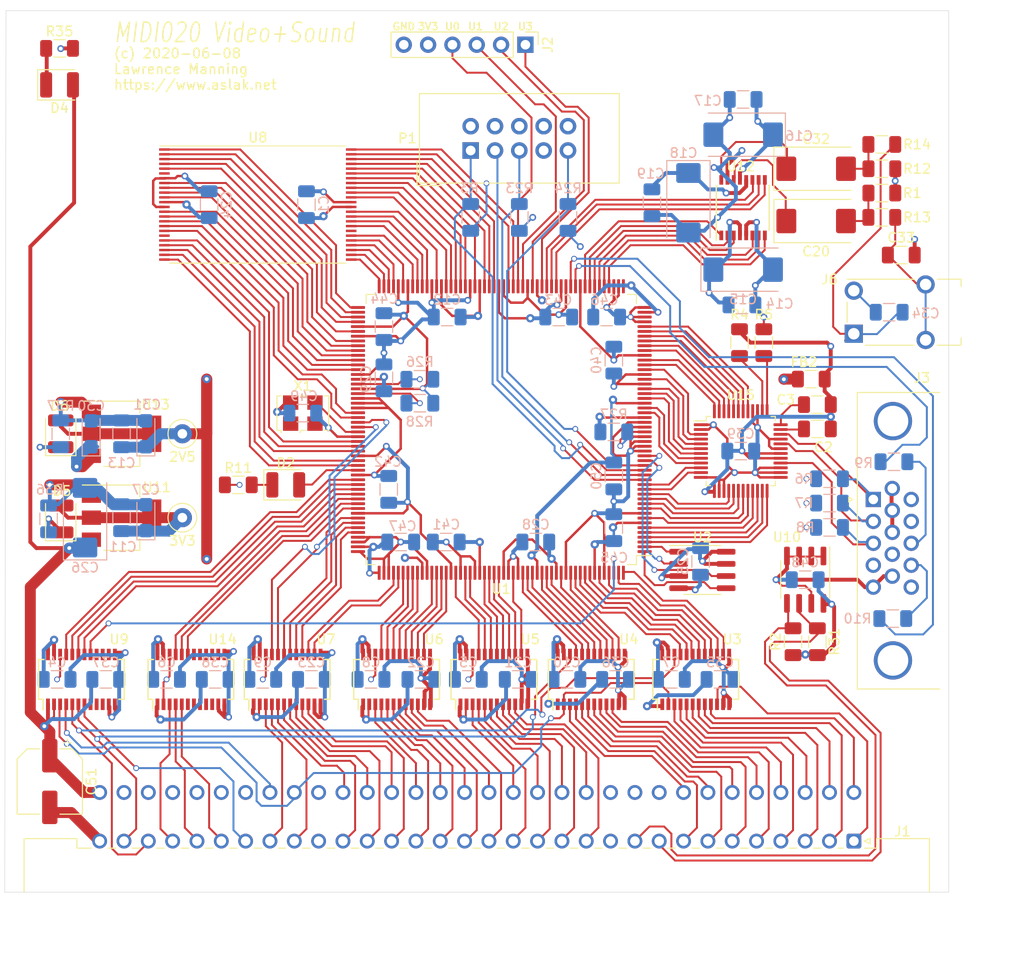
<source format=kicad_pcb>
(kicad_pcb (version 20211014) (generator pcbnew)
  (layers (0 "F.Cu" signal) (1 "In1.Cu" signal "Vcc.Cu") (2 "In2.Cu" signal "GND.Cu") (31 "B.Cu" signal) (34 "B.Paste" user) (35 "F.Paste" user) (36 "B.SilkS" user "B.Silkscreen") (37 "F.SilkS" user "F.Silkscreen") (38 "B.Mask" user) (39 "F.Mask" user) (44 "Edge.Cuts" user))
  (net 0 "")
  (net 1 "+3V3")
  (net 2 "+5VD")
  (net 3 "+1V2")
  (net 4 "Net-(D4-Pad1)")
  (net 5 "Net-(D5-Pad1)")
  (net 6 "Net-(D6-Pad1)")
  (net 7 "SCL")
  (net 8 "SDA")
  (net 9 "MPUCLK")
  (net 10 "~{RESET}")
  (net 11 "~{INT}")
  (net 12 "~{BERR}")
  (net 13 "~{WAIT}")
  (net 14 "~{UCS}")
  (net 15 "~{LCS}")
  (net 16 "~{READ}")
  (net 17 "~{WRITE}")
  (net 18 "GNDA")
  (net 19 "VSYNC")
  (net 20 "HSYNC")
  (net 21 "BLUE")
  (net 22 "GREEN")
  (net 23 "RED")
  (net 24 "TDI")
  (net 25 "TMS")
  (net 26 "TDO")
  (net 27 "TCK")
  (net 28 "RED0")
  (net 29 "GREEN0")
  (net 30 "RED1")
  (net 31 "GREEN1")
  (net 32 "RED2")
  (net 33 "GREEN2")
  (net 34 "BLUE0")
  (net 35 "BLUE1")
  (net 36 "BLUE2")
  (net 37 "CFGDATA")
  (net 38 "RED3")
  (net 39 "GREEN3")
  (net 40 "~{LRESET}")
  (net 41 "~{LLCS}")
  (net 42 "~{LUCS}")
  (net 43 "~{LWRITE}")
  (net 44 "~{LREAD}")
  (net 45 "~{LWAIT}")
  (net 46 "~{LINT}")
  (net 47 "~{LBERR}")
  (net 48 "LMPUCLK")
  (net 49 "MASTERCLK")
  (net 50 "~{VUCS}")
  (net 51 "~{VLCS}")
  (net 52 "~{VREAD}")
  (net 53 "~{VWRITE}")
  (net 54 "VD7")
  (net 55 "VD6")
  (net 56 "VD5")
  (net 57 "VD4")
  (net 58 "VD3")
  (net 59 "VD2")
  (net 60 "VD1")
  (net 61 "VD0")
  (net 62 "VA18")
  (net 63 "VA17")
  (net 64 "VA16")
  (net 65 "VA15")
  (net 66 "VA14")
  (net 67 "VA13")
  (net 68 "VA12")
  (net 69 "VA11")
  (net 70 "VA10")
  (net 71 "VA9")
  (net 72 "VA8")
  (net 73 "VA7")
  (net 74 "VA6")
  (net 75 "VA5")
  (net 76 "VA4")
  (net 77 "VA3")
  (net 78 "VA2")
  (net 79 "VA1")
  (net 80 "VA0")
  (net 81 "LA19")
  (net 82 "LA18")
  (net 83 "LA17")
  (net 84 "LA16")
  (net 85 "LA15")
  (net 86 "LA14")
  (net 87 "LA13")
  (net 88 "LA12")
  (net 89 "LA11")
  (net 90 "LA10")
  (net 91 "LA9")
  (net 92 "LA8")
  (net 93 "LA7")
  (net 94 "LA6")
  (net 95 "LA5")
  (net 96 "LA4")
  (net 97 "LA3")
  (net 98 "LA2")
  (net 99 "LA1")
  (net 100 "CFGDCLK")
  (net 101 "CFGASDI")
  (net 102 "~{CFGCS}")
  (net 103 "LA0")
  (net 104 "A7")
  (net 105 "A6")
  (net 106 "A5")
  (net 107 "A4")
  (net 108 "A3")
  (net 109 "A2")
  (net 110 "A1")
  (net 111 "A0")
  (net 112 "A15")
  (net 113 "A14")
  (net 114 "A13")
  (net 115 "A12")
  (net 116 "A11")
  (net 117 "A10")
  (net 118 "A9")
  (net 119 "A8")
  (net 120 "A20")
  (net 121 "A19")
  (net 122 "A18")
  (net 123 "A17")
  (net 124 "A16")
  (net 125 "A21")
  (net 126 "D23")
  (net 127 "D22")
  (net 128 "D21")
  (net 129 "D20")
  (net 130 "D19")
  (net 131 "D18")
  (net 132 "D17")
  (net 133 "D16")
  (net 134 "D31")
  (net 135 "D30")
  (net 136 "D29")
  (net 137 "D28")
  (net 138 "D27")
  (net 139 "D26")
  (net 140 "D25")
  (net 141 "D24")
  (net 142 "LD16")
  (net 143 "LD17")
  (net 144 "LD18")
  (net 145 "LD19")
  (net 146 "LD20")
  (net 147 "LD21")
  (net 148 "LD22")
  (net 149 "LD23")
  (net 150 "LD24")
  (net 151 "LD25")
  (net 152 "LD26")
  (net 153 "LD27")
  (net 154 "LD28")
  (net 155 "LD29")
  (net 156 "LD30")
  (net 157 "LD31")
  (net 158 "LA20")
  (net 159 "VD15")
  (net 160 "VD14")
  (net 161 "VD13")
  (net 162 "VD12")
  (net 163 "VD11")
  (net 164 "VD10")
  (net 165 "VD9")
  (net 166 "VD8")
  (net 167 "Net-(C2-Pad1)")
  (net 168 "Net-(C3-Pad1)")
  (net 169 "Net-(R4-Pad1)")
  (net 170 "Net-(R5-Pad2)")
  (net 171 "~{VGABLANK}")
  (net 172 "RED7")
  (net 173 "RED6")
  (net 174 "RED5")
  (net 175 "RED4")
  (net 176 "GREEN7")
  (net 177 "GREEN6")
  (net 178 "GREEN5")
  (net 179 "GREEN4")
  (net 180 "BLUE7")
  (net 181 "BLUE6")
  (net 182 "BLUE5")
  (net 183 "BLUE4")
  (net 184 "BLUE3")
  (net 185 "Net-(J3-Pad14)")
  (net 186 "Net-(J3-Pad13)")
  (net 187 "/FPGA/USER3")
  (net 188 "/FPGA/USER2")
  (net 189 "/FPGA/USER1")
  (net 190 "/FPGA/USER0")
  (net 191 "USERLED")
  (net 192 "Net-(D2-Pad1)")
  (net 193 "+3.3VDAC")
  (net 194 "Net-(C20-Pad2)")
  (net 195 "Net-(C32-Pad2)")
  (net 196 "Net-(C33-Pad1)")
  (net 197 "Net-(C34-Pad1)")
  (net 198 "Net-(R26-Pad2)")
  (net 199 "Net-(R27-Pad2)")
  (net 200 "Net-(R28-Pad2)")
  (net 201 "VA19")
  (net 202 "LMASTERCLK")
  (net 203 "VIDEOCLK")
  (net 204 "LA21")
  (net 205 "DACCLK")
  (net 206 "I2SSFOR1")
  (net 207 "I2SSFOR0")
  (net 208 "I2SMUTE")
  (net 209 "I2SDEEMCLKOUT")
  (net 210 "I2SSYSCLKPLL1")
  (net 211 "I2SPLL0")
  (net 212 "I2SDATAI")
  (net 213 "I2SWS")
  (net 214 "I2SBCLK")
  (net 215 "/Sound/VOUTL")
  (net 216 "/Sound/VOUTR")
  (net 217 "/Sound/VREF")
  (footprint "LED_SMD:LED_1210_3225Metric" (layer "F.Cu") (at 79.632 71.247)
    (fp_text reference "D4")
    (fp_text value "LED")
  )
  (footprint "Connector_IDC:IDC-Header_2x05_P2.54mm_Vertical" (layer "F.Cu") (at 122.555 78.105 90)
    (fp_text reference "P1")
    (fp_text value "CONN_02X05_JTAG")
  )
  (footprint "Resistor_SMD:R_1206_3216Metric" (layer "F.Cu") (at 156.21 129.413 90)
    (fp_text reference "R2")
    (fp_text value "4.7K")
  )
  (footprint "Resistor_SMD:R_1206_3216Metric" (layer "F.Cu") (at 158.75 129.413 90)
    (fp_text reference "R31")
    (fp_text value "4.7K")
  )
  (footprint "Resistor_SMD:R_1206_3216Metric" (layer "F.Cu") (at 79.632 67.437)
    (fp_text reference "R35")
    (fp_text value "1K")
  )
  (footprint "Package_SO:SOIC-8_3.9x4.9mm_P1.27mm" (layer "F.Cu") (at 146.747 121.92)
    (fp_text reference "U2")
    (fp_text value "EPCQnA")
  )
  (footprint "Package_SO:SSOP-24_3.9x8.7mm_P0.635mm" (layer "F.Cu") (at 146.05 133.35 90)
    (fp_text reference "U3")
    (fp_text value "SN74LVC8T245")
  )
  (footprint "Package_SO:SSOP-24_3.9x8.7mm_P0.635mm" (layer "F.Cu") (at 124.98 133.35 90)
    (fp_text reference "U5")
    (fp_text value "SN74LVC8T245")
  )
  (footprint "Package_SO:SSOP-24_3.9x8.7mm_P0.635mm" (layer "F.Cu") (at 114.82 133.35 90)
    (fp_text reference "U6")
    (fp_text value "SN74LVC8T245")
  )
  (footprint "Package_SO:SSOP-24_3.9x8.7mm_P0.635mm" (layer "F.Cu") (at 81.915 133.35 90)
    (fp_text reference "U9")
    (fp_text value "SN74LVC8T245")
  )
  (footprint "Package_SO:SOIC-8_3.9x4.9mm_P1.27mm" (layer "F.Cu") (at 157.48 122.936 -90)
    (fp_text reference "U10")
    (fp_text value "AT24CS64-SSHM")
  )
  (footprint "aslakfp:DIN41612_C_2x32_Male_Horizontal_THT" (layer "F.Cu") (at 162.56 150.241 180)
    (fp_text reference "J1")
    (fp_text value "DIN_41612_3x32_MIDI020_CARD")
  )
  (footprint "Package_SO:SSOP-24_3.9x8.7mm_P0.635mm" (layer "F.Cu") (at 103.39 133.35 90)
    (fp_text reference "U7")
    (fp_text value "SN74LVC8T245")
  )
  (footprint "Package_SO:SSOP-24_3.9x8.7mm_P0.635mm" (layer "F.Cu") (at 135.14 133.35 90)
    (fp_text reference "U4")
    (fp_text value "SN74LVC8T245")
  )
  (footprint "SOs:TSOP-I-48_18.4x12mm_P0.5mm" (layer "F.Cu") (at 100.33 83.75)
    (fp_text reference "U8")
    (fp_text value "IS61WV102416BLL-10TLI")
  )
  (footprint "Package_SO:SSOP-24_3.9x8.7mm_P0.635mm" (layer "F.Cu") (at 93.345 133.35 90)
    (fp_text reference "U14")
    (fp_text value "SN74LVC8T245")
  )
  (footprint "Capacitor_SMD:C_1206_3216Metric" (layer "F.Cu") (at 158.75 107.188)
    (fp_text reference "C2")
    (fp_text value "0.1u")
  )
  (footprint "Capacitor_SMD:C_1206_3216Metric" (layer "F.Cu") (at 158.75 104.648)
    (fp_text reference "C3")
    (fp_text value "0.1u")
  )
  (footprint "Resistor_SMD:R_1206_3216Metric" (layer "F.Cu") (at 150.622 98.174 -90)
    (fp_text reference "R5")
    (fp_text value "4.7K")
  )
  (footprint "Package_TO_SOT_SMD:SOT-223-3_TabPin2" (layer "F.Cu") (at 86.106 116.459)
    (fp_text reference "U11")
    (fp_text value "AZ1117-3.3")
  )
  (footprint "Connector_Audio:Jack_3.5mm_Switronic_ST-005-G_horizontal" (layer "F.Cu") (at 169.053 94.996 180)
    (fp_text reference "J6")
    (fp_text value "STEREO_AUDIOJACK")
  )
  (footprint "Resistor_SMD:R_1206_3216Metric" (layer "F.Cu") (at 98.295 113.03 180)
    (fp_text reference "R11")
    (fp_text value "1K")
  )
  (footprint "LED_SMD:LED_1210_3225Metric" (layer "F.Cu") (at 103.248 113.03)
    (fp_text reference "D2")
    (fp_text value "LED")
  )
  (footprint "Package_QFP:LQFP-48_7x7mm_P0.5mm" (layer "F.Cu") (at 150.75 109.5)
    (fp_text reference "U15")
    (fp_text value "ADV7123KSTZ140")
  )
  (footprint "Connector_Dsub:DSUB-15-HD_Female_Horizontal_P2.29x1.98mm_EdgePinOffset3.03mm_Housed_MountingHolesOffset4.94mm" (layer "F.Cu") (at 164.592 114.554 90)
    (fp_text reference "J3")
    (fp_text value "DB15HD_FEMALE_SVGA")
  )
  (footprint "Oscillator:Oscillator_SMD_SeikoEpson_SG8002LB-4Pin_5.0x3.2mm" (layer "F.Cu") (at 105.029 105.537)
    (fp_text reference "X1")
    (fp_text value "MASTEROSC")
  )
  (footprint "LED_SMD:LED_1210_3225Metric" (layer "F.Cu") (at 79.756 116.589 90)
    (fp_text reference "D5")
    (fp_text value "LED")
  )
  (footprint "TestPoint:TestPoint_Loop_D1.80mm_Drill1.0mm_Beaded" (layer "F.Cu") (at 92.456 107.696 90)
    (fp_text reference "TP11" hide)
    (fp_text value "2V5")
  )
  (footprint "TestPoint:TestPoint_Loop_D1.80mm_Drill1.0mm_Beaded" (layer "F.Cu") (at 92.456 116.459 90)
    (fp_text reference "TP9" hide)
    (fp_text value "3V3")
  )
  (footprint "Capacitor_SMD:CP_Elec_6.3x7.7" (layer "F.Cu") (at 78.613 144.018 -90)
    (fp_text reference "C51")
    (fp_text value "220u")
  )
  (footprint "Resistor_SMD:R_1206_3216Metric" (layer "F.Cu") (at 153.162 98.174 90)
    (fp_text reference "R4")
    (fp_text value "530")
  )
  (footprint "Inductor_SMD:L_1206_3216Metric" (layer "F.Cu") (at 158.115 101.981 180)
    (fp_text reference "FB2")
    (fp_text value "Bead")
  )
  (footprint "Package_TO_SOT_SMD:SOT-223-3_TabPin2" (layer "F.Cu") (at 86.106 107.696)
    (fp_text reference "U13")
    (fp_text value "AZ1117-1.2")
  )
  (footprint "LED_SMD:LED_1210_3225Metric" (layer "F.Cu") (at 79.756 107.696 90)
    (fp_text reference "D6")
    (fp_text value "LED")
  )
  (footprint "Package_QFP:PQFP-208_28x28mm_P0.5mm" (layer "F.Cu") (at 125.75 107.25 180)
    (fp_text reference "U1")
    (fp_text value "EP2C8Q208I8N")
  )
  (footprint "Capacitor_Tantalum_SMD:CP_EIA-7343-15_Kemet-W" (layer "F.Cu") (at 158.623 85.471)
    (fp_text reference "C20")
    (fp_text value "47u")
  )
  (footprint "Capacitor_SMD:C_1206_3216Metric" (layer "F.Cu") (at 167.51 89.027)
    (fp_text reference "C33")
    (fp_text value "10n")
  )
  (footprint "Resistor_SMD:R_1206_3216Metric" (layer "F.Cu") (at 165.484 82.55)
    (fp_text reference "R1")
    (fp_text value "220K")
  )
  (footprint "Resistor_SMD:R_1206_3216Metric" (layer "F.Cu") (at 165.484 80.01)
    (fp_text reference "R12")
    (fp_text value "220K")
  )
  (footprint "Resistor_SMD:R_1206_3216Metric" (layer "F.Cu") (at 165.478 85.09)
    (fp_text reference "R13")
    (fp_text value "100")
  )
  (footprint "Resistor_SMD:R_1206_3216Metric" (layer "F.Cu") (at 165.478 77.47)
    (fp_text reference "R14")
    (fp_text value "100")
  )
  (footprint "Package_SO:SSOP-16_4.4x5.2mm_P0.65mm" (layer "F.Cu") (at 150.993 84.074 90)
    (fp_text reference "U12")
    (fp_text value "UDA1334ATS")
  )
  (footprint "Connector_PinHeader_2.54mm:PinHeader_1x06_P2.54mm_Vertical" (layer "F.Cu") (at 128.27 67.056 -90)
    (fp_text reference "J2")
    (fp_text value "Conn_01x06")
  )
  (footprint "Capacitor_Tantalum_SMD:CP_EIA-7343-15_Kemet-W" (layer "F.Cu") (at 158.623 80.01)
    (fp_text reference "C32")
    (fp_text value "47u")
  )
  (footprint "Capacitor_SMD:C_1206_3216Metric" (layer "B.Cu") (at 137.68 133.35)
    (fp_text reference "C36")
    (fp_text value "0.1u")
  )
  (footprint "Capacitor_SMD:C_1206_3216Metric" (layer "B.Cu") (at 84.455 133.35)
    (fp_text reference "C37")
    (fp_text value "0.1u")
  )
  (footprint "Capacitor_SMD:C_1206_3216Metric" (layer "B.Cu") (at 95.885 133.35)
    (fp_text reference "C38")
    (fp_text value "0.1u")
  )
  (footprint "Capacitor_SMD:C_1206_3216Metric" (layer "B.Cu") (at 127.52 133.35)
    (fp_text reference "C21")
    (fp_text value "0.1u")
  )
  (footprint "Capacitor_SMD:C_1206_3216Metric" (layer "B.Cu") (at 117.36 133.35)
    (fp_text reference "C22")
    (fp_text value "0.1u")
  )
  (footprint "Capacitor_SMD:C_1206_3216Metric" (layer "B.Cu") (at 95.25 83.76 90)
    (fp_text reference "C24")
    (fp_text value "0.1u")
  )
  (footprint "Capacitor_SMD:C_1206_3216Metric" (layer "B.Cu") (at 146.558 121.031 -90)
    (fp_text reference "C25")
    (fp_text value "0.1u")
  )
  (footprint "Capacitor_Tantalum_SMD:CP_EIA-7343-15_Kemet-W" (layer "B.Cu") (at 82.296 116.459 90)
    (fp_text reference "C26")
    (fp_text value "47u")
  )
  (footprint "Resistor_SMD:R_1206_3216Metric" (layer "B.Cu") (at 127.635 85.093 90)
    (fp_text reference "R23")
    (fp_text value "1K")
  )
  (footprint "Resistor_SMD:R_1206_3216Metric" (layer "B.Cu") (at 132.715 85.093 90)
    (fp_text reference "R24")
    (fp_text value "1K")
  )
  (footprint "Capacitor_Tantalum_SMD:CP_EIA-3216-10_Kemet-I" (layer "B.Cu") (at 88.646 116.459 90)
    (fp_text reference "C27")
    (fp_text value "10u")
  )
  (footprint "Resistor_SMD:R_1206_3216Metric" (layer "B.Cu") (at 160.02 112.395 180)
    (fp_text reference "R6")
    (fp_text value "75")
  )
  (footprint "Resistor_SMD:R_1206_3216Metric" (layer "B.Cu") (at 160.02 117.475 180)
    (fp_text reference "R8")
    (fp_text value "75")
  )
  (footprint "Resistor_SMD:R_1206_3216Metric" (layer "B.Cu") (at 166.748 110.617)
    (fp_text reference "R9")
    (fp_text value "47")
  )
  (footprint "Resistor_SMD:R_1206_3216Metric" (layer "B.Cu") (at 166.624 127)
    (fp_text reference "R10")
    (fp_text value "47")
  )
  (footprint "Resistor_SMD:R_1206_3216Metric" (layer "B.Cu") (at 160.02 114.935 180)
    (fp_text reference "R7")
    (fp_text value "75")
  )
  (footprint "Capacitor_SMD:C_1206_3216Metric" (layer "B.Cu") (at 148.59 133.35)
    (fp_text reference "C35")
    (fp_text value "0.1u")
  )
  (footprint "Capacitor_SMD:C_1206_3216Metric" (layer "B.Cu") (at 79.375 133.35)
    (fp_text reference "C4")
    (fp_text value "0.1u")
  )
  (footprint "Capacitor_SMD:C_1206_3216Metric" (layer "B.Cu") (at 122.31 133.35)
    (fp_text reference "C5")
    (fp_text value "0.1u")
  )
  (footprint "Capacitor_SMD:C_1206_3216Metric" (layer "B.Cu") (at 90.805 133.35)
    (fp_text reference "C6")
    (fp_text value "0.1u")
  )
  (footprint "Capacitor_SMD:C_1206_3216Metric" (layer "B.Cu") (at 143.51 133.35)
    (fp_text reference "C7")
    (fp_text value "0.1u")
  )
  (footprint "Capacitor_SMD:C_1206_3216Metric" (layer "B.Cu") (at 112.15 133.35)
    (fp_text reference "C8")
    (fp_text value "0.1u")
  )
  (footprint "Capacitor_SMD:C_1206_3216Metric" (layer "B.Cu") (at 132.6 133.35)
    (fp_text reference "C10")
    (fp_text value "0.1u")
  )
  (footprint "Capacitor_SMD:C_1206_3216Metric" (layer "B.Cu") (at 86.106 116.459 90)
    (fp_text reference "C11")
    (fp_text value "0.1u")
  )
  (footprint "Resistor_SMD:R_1206_3216Metric" (layer "B.Cu") (at 117.25 102 180)
    (fp_text reference "R26")
    (fp_text value "10K")
  )
  (footprint "Resistor_SMD:R_1206_3216Metric" (layer "B.Cu") (at 137.5 107.5)
    (fp_text reference "R27")
    (fp_text value "10K")
  )
  (footprint "Capacitor_SMD:C_1206_3216Metric" (layer "B.Cu") (at 105.41 83.76 90)
    (fp_text reference "C1")
    (fp_text value "0.1u")
  )
  (footprint "Capacitor_SMD:C_1206_3216Metric" (layer "B.Cu") (at 120 119 180)
    (fp_text reference "C41")
    (fp_text value "0.1u")
  )
  (footprint "Capacitor_SMD:C_1206_3216Metric" (layer "B.Cu") (at 136.75 95.5)
    (fp_text reference "C46")
    (fp_text value "0.1u")
  )
  (footprint "Capacitor_SMD:C_1206_3216Metric" (layer "B.Cu") (at 115.25 119)
    (fp_text reference "C47")
    (fp_text value "0.1u")
  )
  (footprint "Capacitor_SMD:C_1206_3216Metric" (layer "B.Cu") (at 137.5 100 -90)
    (fp_text reference "C40")
    (fp_text value "1n")
  )
  (footprint "Capacitor_SMD:C_1206_3216Metric" (layer "B.Cu") (at 157.48 122.936 180)
    (fp_text reference "C48")
    (fp_text value "0.1u")
  )
  (footprint "Resistor_SMD:R_1206_3216Metric" (layer "B.Cu") (at 122.555 85.093 -90)
    (fp_text reference "R3")
    (fp_text value "1K")
  )
  (footprint "Resistor_SMD:R_1206_3216Metric" (layer "B.Cu") (at 78.486 116.583 90)
    (fp_text reference "R36")
    (fp_text value "1K")
  )
  (footprint "Capacitor_SMD:C_1206_3216Metric" (layer "B.Cu") (at 100.847 133.35)
    (fp_text reference "C9")
    (fp_text value "0.1u")
  )
  (footprint "Capacitor_SMD:C_1206_3216Metric" (layer "B.Cu") (at 105.93 133.35)
    (fp_text reference "C23")
    (fp_text value "0.1u")
  )
  (footprint "Capacitor_SMD:C_1206_3216Metric" (layer "B.Cu") (at 150.75 109.5)
    (fp_text reference "C39")
    (fp_text value "0.1u")
  )
  (footprint "Capacitor_SMD:C_1206_3216Metric" (layer "B.Cu") (at 86.106 107.696 90)
    (fp_text reference "C13")
    (fp_text value "0.1u")
  )
  (footprint "Capacitor_Tantalum_SMD:CP_EIA-3216-10_Kemet-I" (layer "B.Cu") (at 82.931 107.696 90)
    (fp_text reference "C30")
    (fp_text value "10u")
  )
  (footprint "Capacitor_Tantalum_SMD:CP_EIA-3216-10_Kemet-I" (layer "B.Cu") (at 88.646 107.696 90)
    (fp_text reference "C31")
    (fp_text value "10u")
  )
  (footprint "Resistor_SMD:R_1206_3216Metric" (layer "B.Cu") (at 79.756 107.696 90)
    (fp_text reference "R37")
    (fp_text value "1K")
  )
  (footprint "Capacitor_SMD:C_1206_3216Metric" (layer "B.Cu") (at 105.029 105.537)
    (fp_text reference "C49")
    (fp_text value "0.1u")
  )
  (footprint "Capacitor_SMD:C_1206_3216Metric" (layer "B.Cu") (at 113.5 96.5 -90)
    (fp_text reference "C44")
    (fp_text value "0.1u")
  )
  (footprint "Resistor_SMD:R_1206_3216Metric" (layer "B.Cu") (at 117.25 104.5 180)
    (fp_text reference "R28")
    (fp_text value "10K")
  )
  (footprint "Capacitor_SMD:C_1206_3216Metric" (layer "B.Cu") (at 131.75 95.5)
    (fp_text reference "C43")
    (fp_text value "0.1u")
  )
  (footprint "Capacitor_SMD:C_1206_3216Metric" (layer "B.Cu") (at 114 113.5 90)
    (fp_text reference "C42")
    (fp_text value "0.1u")
  )
  (footprint "Capacitor_SMD:C_1206_3216Metric" (layer "B.Cu") (at 137.5 117.5 90)
    (fp_text reference "C45")
    (fp_text value "0.1u")
  )
  (footprint "Capacitor_SMD:C_1206_3216Metric" (layer "B.Cu") (at 129.35 119 180)
    (fp_text reference "C28")
    (fp_text value "0.1u")
  )
  (footprint "Capacitor_SMD:C_1206_3216Metric" (layer "B.Cu") (at 120.1 95.5 180)
    (fp_text reference "C12")
    (fp_text value "0.1u")
  )
  (footprint "Capacitor_SMD:C_1206_3216Metric" (layer "B.Cu") (at 113.5 101.85 90)
    (fp_text reference "C29")
    (fp_text value "1n")
  )
  (footprint "Capacitor_SMD:C_1206_3216Metric" (layer "B.Cu") (at 137.5 112.1 -90)
    (fp_text reference "C50")
    (fp_text value "0.1u")
  )
  (footprint "Capacitor_SMD:C_1206_3216Metric" (layer "B.Cu") (at 150.876 94.234)
    (fp_text reference "C14")
    (fp_text value "0.1u")
  )
  (footprint "Capacitor_SMD:C_1206_3216Metric" (layer "B.Cu") (at 151 72.771 180)
    (fp_text reference "C17")
    (fp_text value "0.1u")
  )
  (footprint "Capacitor_SMD:C_1206_3216Metric" (layer "B.Cu") (at 141.478 83.563 -90)
    (fp_text reference "C19")
    (fp_text value "0.1u")
  )
  (footprint "Capacitor_SMD:C_1206_3216Metric" (layer "B.Cu") (at 166.246 94.996 180)
    (fp_text reference "C34")
    (fp_text value "10n")
  )
  (footprint "Capacitor_Tantalum_SMD:CP_EIA-7343-15_Kemet-W" (layer "B.Cu") (at 145.288 83.566 -90)
    (fp_text reference "C18")
    (fp_text value "47u")
  )
  (footprint "Capacitor_Tantalum_SMD:CP_EIA-7343-15_Kemet-W" (layer "B.Cu") (at 151.003 76.454 180)
    (fp_text reference "C16")
    (fp_text value "47u")
  )
  (footprint "Capacitor_Tantalum_SMD:CP_EIA-7343-15_Kemet-W" (layer "B.Cu") (at 151.003 90.551)
    (fp_text reference "C15")
    (fp_text value "47u")
  )
  (gr_line (start 74.041 63.5) (end 73.914 155.575) (layer "Edge.Cuts") (width 0.05))
  (gr_line (start 172.466 63.5) (end 74.041 63.5) (layer "Edge.Cuts") (width 0.05))
  (gr_line (start 73.914 155.575) (end 172.466 155.575) (layer "Edge.Cuts") (width 0.05))
  (gr_line (start 172.466 155.575) (end 172.466 63.5) (layer "Edge.Cuts") (width 0.05))
  (gr_text "3V3" (at 118.11 65.151) (layer "F.SilkS") (effects (font (size 0.762 0.762))))
  (gr_text "U0" (at 120.65 65.151) (layer "F.SilkS") (effects (font (size 0.762 0.762))))
  (gr_text "U1" (at 123.063 65.151) (layer "F.SilkS") (effects (font (size 0.762 0.762))))
  (gr_text "U2" (at 125.73 65.151) (layer "F.SilkS") (effects (font (size 0.762 0.762))))
  (gr_text "U3" (at 128.27 65.151) (layer "F.SilkS") (effects (font (size 0.762 0.762))))
  (gr_text "GND" (at 115.57 65.151) (layer "F.SilkS") (effects (font (size 0.762 0.762))))
  (gr_text "MIDI020 Video+Sound" (at 85.217 65.786) (layer "F.SilkS") (effects (font (size 2.032 1.524) (thickness 0.1524) italic) (justify left)))
  (gr_text "(c) 2020-06-08\nLawrence Manning\nhttps://www.aslak.net" (at 85.217 69.596) (layer "F.SilkS") (effects (font (size 1.016 1.016) (thickness 0.1524)) (justify left)))
  (segment (start 82.931 110.236) (end 82.804 110.236) (width 0.4064) (layer "F.Cu") (net 1))
  (segment (start 120.5 121.25) (end 120.5 122.2125) (width 0.254) (layer "F.Cu") (net 1))
  (segment (start 115.951 114.808) (end 115.951 115.57) (width 0.254) (layer "F.Cu") (net 1))
  (segment (start 142 129.5) (end 142.708 129.5) (width 0.4064) (layer "F.Cu") (net 1))
  (segment (start 111.245 129.166) (end 111.245 130.5) (width 0.4064) (layer "F.Cu") (net 1))
  (segment (start 122.055 129.802) (end 122.055 130.5) (width 0.4064) (layer "F.Cu") (net 1))
  (segment (start 117.5 121.183) (end 117.5 122.2125) (width 0.254) (layer "F.Cu") (net 1))
  (segment (start 129 118.75) (end 131 120.75) (width 0.254) (layer "F.Cu") (net 1))
  (segment (start 112.75 110) (end 113.75 109) (width 0.254) (layer "F.Cu") (net 1))
  (segment (start 142.695 122.555) (end 143.805 122.555) (width 0.4064) (layer "F.Cu") (net 1))
  (segment (start 115.57 95.377) (end 116 94.947) (width 0.254) (layer "F.Cu") (net 1))
  (segment (start 123.5 95.194) (end 123.5 92.2875) (width 0.254) (layer "F.Cu") (net 1))
  (segment (start 135.5 119.262) (end 135.509 119.253) (width 0.254) (layer "F.Cu") (net 1))
  (segment (start 137.414 117.475) (end 137.889 117) (width 0.254) (layer "F.Cu") (net 1))
  (segment (start 100.33 129.159) (end 99.8975 129.5915) (width 0.4064) (layer "F.Cu") (net 1))
  (segment (start 111.252 129.159) (end 111.245 129.166) (width 0.4064) (layer "F.Cu") (net 1))
  (segment (start 142.494 129.994) (end 142.494 130.175) (width 0.4064) (layer "F.Cu") (net 1))
  (segment (start 115.697 120.65) (end 116.967 120.65) (width 0.254) (layer "F.Cu") (net 1))
  (segment (start 92.8878 83.7438) (end 92.644 83.5) (width 0.254) (layer "F.Cu") (net 1))
  (segment (start 92.644 83.5) (end 90.58 83.5) (width 0.254) (layer "F.Cu") (net 1))
  (segment (start 134 96.5) (end 137.5 100) (width 0.254) (layer "F.Cu") (net 1))
  (segment (start 136.099 106) (end 140.7125 106) (width 0.254) (layer "F.Cu") (net 1))
  (segment (start 131.596 129.159) (end 131.6475 129.2105) (width 0.4064) (layer "F.Cu") (net 1))
  (segment (start 115.951 114.808) (end 117.348 116.205) (width 0.254) (layer "F.Cu") (net 1))
  (segment (start 147.035 121.285) (end 146.75 121) (width 0.4064) (layer "F.Cu") (net 1))
  (segment (start 131.5 121.25) (end 131.5 122.2125) (width 0.254) (layer "F.Cu") (net 1))
  (segment (start 156.715 101.981) (end 155.269 101.981) (width 1.143) (layer "F.Cu") (net 1))
  (segment (start 147.735 120.015) (end 146.75 121) (width 0.4064) (layer "F.Cu") (net 1))
  (segment (start 120.627 95.377) (end 119.5 94.25) (width 0.254) (layer "F.Cu") (net 1))
  (segment (start 103.0605 104.7115) (end 102.362 105.41) (width 0.4064) (layer "F.Cu") (net 1))
  (segment (start 115.521 116) (end 110.7875 116) (width 0.254) (layer "F.Cu") (net 1))
  (segment (start 155.269 101.981) (end 155.25 102) (width 1.143) (layer "F.Cu") (net 1))
  (segment (start 142 129.5) (end 142.494 129.994) (width 0.4064) (layer "F.Cu") (net 1))
  (segment (start 136.017 105.918) (end 136.099 106) (width 0.254) (layer "F.Cu") (net 1))
  (segment (start 80.518 116.459) (end 82.931 116.459) (width 0.4064) (layer "F.Cu") (net 1))
  (segment (start 116 94.947) (end 116 92.2875) (width 0.254) (layer "F.Cu") (net 1))
  (segment (start 115.57 95.377) (end 115.627 95.377) (width 0.254) (layer "F.Cu") (net 1))
  (segment (start 149.222 121.285) (end 147.035 121.285) (width 0.4064) (layer "F.Cu") (net 1))
  (segment (start 82.042 111.125) (end 82.931 110.236) (width 1.143) (layer "F.Cu") (net 1))
  (segment (start 89.8525 129.2225) (end 89.8525 130.75) (width 0.4064) (layer "F.Cu") (net 1))
  (segment (start 100.33 129.159) (end 100.5325 129.3615) (width 0.4064) (layer "F.Cu") (net 1))
  (segment (start 131 120.75) (end 131.5 121.25) (width 0.254) (layer "F.Cu") (net 1))
  (segment (start 89.916 129.159) (end 90.424 129.667) (width 0.4064) (layer "F.Cu") (net 1))
  (segment (start 134 92.2875) (end 134 96.5) (width 0.254) (layer "F.Cu") (net 1))
  (segment (start 140.7125 99.5) (end 138 99.5) (width 0.254) (layer "F.Cu") (net 1))
  (segment (start 78.4225 129.8575) (end 78.4225 130.75) (width 0.4064) (layer "F.Cu") (net 1))
  (segment (start 79.0575 129.2225) (end 79.0575 130.75) (width 0.4064) (layer "F.Cu") (net 1))
  (segment (start 117.348 116.205) (end 117.348 118.098) (width 0.254) (layer "F.Cu") (net 1))
  (segment (start 79.756 115.697) (end 80.518 116.459) (width 0.4064) (layer "F.Cu") (net 1))
  (segment (start 121.436 129.159) (end 121.4875 129.1075) (width 0.4064) (layer "F.Cu") (net 1))
  (segment (start 114.447 96.5) (end 110.7875 96.5) (width 0.254) (layer "F.Cu") (net 1))
  (segment (start 123.317 95.377) (end 123.5 95.194) (width 0.254) (layer "F.Cu") (net 1))
  (segment (start 110.7875 110) (end 112.75 110) (width 0.254) (layer "F.Cu") (net 1))
  (segment (start 150.368 85.598) (end 150.668 85.898) (width 0.4064) (layer "F.Cu") (net 1))
  (segment (start 132.215 129.802) (end 132.215 130.5) (width 0.4064) (layer "F.Cu") (net 1))
  (segment (start 99.8975 129.5915) (end 99.8975 130.75) (width 0.4064) (layer "F.Cu") (net 1))
  (segment (start 121.412 129.159) (end 122.055 129.802) (width 0.4064) (layer "F.Cu") (net 1))
  (segment (start 127.25 118.75) (end 129 118.75) (width 0.254) (layer "F.Cu") (net 1))
  (segment (start 131.572 129.159) (end 132.215 129.802) (width 0.4064) (layer "F.Cu") (net 1))
  (segment (start 100.5325 129.3615) (end 100.5325 130.75) (width 0.4064) (layer "F.Cu") (net 1))
  (segment (start 108.151 84) (end 107.188 84.963) (width 0.254) (layer "F.Cu") (net 1))
  (segment (start 116.967 120.65) (end 117.5 121.183) (width 0.254) (layer "F.Cu") (net 1))
  (segment (start 118 97.75) (end 118 102.5) (width 0.254) (layer "F.Cu") (net 1))
  (segment (start 126 120) (end 127.25 118.75) (width 0.254) (layer "F.Cu") (net 1))
  (segment (start 149.222 120.015) (end 147.735 120.015) (width 0.4064) (layer "F.Cu") (net 1))
  (segment (start 131.565 129.166) (end 131.565 130.5) (width 0.4064) (layer "F.Cu") (net 1))
  (segment (start 143.129 129.921) (end 143.129 130.175) (width 0.4064) (layer "F.Cu") (net 1))
  (segment (start 149.606 85.598) (end 150.368 85.598) (width 0.4064) (layer "F.Cu") (net 1))
  (segment (start 115.627 95.377) (end 118 97.75) (width 0.254) (layer "F.Cu") (net 1))
  (segment (start 122.055 130.5) (end 122.055 130.437) (width 0.4064) (layer "F.Cu") (net 1))
  (segment (start 110.08 84) (end 108.151 84) (width 0.254) (layer "F.Cu") (net 1))
  (segment (start 121.412 129.159) (end 121.405 129.166) (width 0.4064) (layer "F.Cu") (net 1))
  (segment (start 89.281 116.459) (end 92.456 116.459) (width 1.143) (layer "F.Cu") (net 1))
  (segment (start 119.5 94.25) (end 119.5 92.2875) (width 0.254) (layer "F.Cu") (net 1))
  (segment (start 142.708 129.5) (end 143.129 129.921) (width 0.4064) (layer "F.Cu") (net 1))
  (segment (start 135.5 122.2125) (end 135.5 119.262) (width 0.254) (layer "F.Cu") (net 1))
  (segment (start 121.412 129.159) (end 121.436 129.159) (width 0.4064) (layer "F.Cu") (net 1))
  (segment (start 117.5 103) (end 110.7875 103) (width 0.254) (layer "F.Cu") (net 1))
  (segment (start 79.0575 129.2225) (end 78.4225 129.8575) (width 0.4064) (layer "F.Cu") (net 1))
  (segment (start 143.805 122.555) (end 144.272 122.555) (width 0.4064) (layer "F.Cu") (net 1))
  (segment (start 138 99.5) (end 137.5 100) (width 0.254) (layer "F.Cu") (net 1))
  (segment (start 121.405 129.166) (end 121.405 130.5) (width 0.4064) (layer "F.Cu") (net 1))
  (segment (start 126 122.2125) (end 126 120) (width 0.254) (layer "F.Cu") (net 1))
  (segment (start 129.5 93.25) (end 130 93.75) (width 0.254) (layer "F.Cu") (net 1))
  (segment (start 89.916 129.159) (end 89.8525 129.2225) (width 0.4064) (layer "F.Cu") (net 1))
  (segment (start 131.572 129.159) (end 131.565 129.166) (width 0.4064) (layer "F.Cu") (net 1))
  (segment (start 142.5 122.75) (end 142.695 122.555) (width 0.4064) (layer "F.Cu") (net 1))
  (segment (start 117.348 118.098) (end 120.5 121.25) (width 0.254) (layer "F.Cu") (net 1))
  (segment (start 123.317 95.377) (end 120.627 95.377) (width 0.254) (layer "F.Cu") (net 1))
  (segment (start 150.668 85.898) (end 150.668 86.974) (width 0.4064) (layer "F.Cu") (net 1))
  (segment (start 79.756 115.189) (end 79.756 115.697) (width 0.4064) (layer "F.Cu") (net 1))
  (segment (start 81.407 111.125) (end 82.042 111.125) (width 1.143) (layer "F.Cu") (net 1))
  (segment (start 111.252 129.159) (end 111.252 129.552) (width 0.4064) (layer "F.Cu") (net 1))
  (segment (start 137.889 117) (end 140.7125 117) (width 0.254) (layer "F.Cu") (net 1))
  (segment (start 111.252 129.159) (end 111.895 129.802) (width 0.4064) (layer "F.Cu") (net 1))
  (segment (start 115.57 95.377) (end 114.447 96.5) (width 0.254) (layer "F.Cu") (net 1))
  (segment (start 131.572 129.159) (end 131.596 129.159) (width 0.4064) (layer "F.Cu") (net 1))
  (segment (start 129.5 92.2875) (end 129.5 93.25) (width 0.254) (layer "F.Cu") (net 1))
  (segment (start 111.895 129.802) (end 111.895 130.5) (width 0.4064) (layer "F.Cu") (net 1))
  (segment (start 90.424 129.667) (end 90.424 130.683) (width 0.4064) (layer "F.Cu") (net 1))
  (segment (start 103.759 106.637) (end 103.759 104.394) (width 0.4064) (layer "F.Cu") (net 1))
  (segment (start 115.951 115.57) (end 115.521 116) (width 0.254) (layer "F.Cu") (net 1))
  (segment (start 82.931 116.459) (end 89.281 116.459) (width 1.143) (layer "F.Cu") (net 1))
  (segment (start 118 102.5) (end 117.5 103) (width 0.254) (layer "F.Cu") (net 1))
  (via (at 81.407 111.125) (size 0.8636) (drill 0.4064) (layers "F.Cu" "B.Cu") (net 1))
  (via (at 131.572 129.159) (size 0.8636) (drill 0.4064) (layers "F.Cu" "B.Cu") (net 1))
  (via (at 142 129.5) (size 0.8636) (drill 0.4064) (layers "F.Cu" "B.Cu") (net 1))
  (via (at 130 93.75) (size 0.8636) (drill 0.4064) (layers "F.Cu" "B.Cu") (net 1))
  (via (at 142.5 122.75) (size 0.7112) (drill 0.4064) (layers "F.Cu" "B.Cu") (net 1))
  (via (at 111.252 129.159) (size 0.8636) (drill 0.4064) (layers "F.Cu" "B.Cu") (net 1))
  (via (at 134 88.138) (size 0.7112) (drill 0.4064) (layers "F.Cu" "B.Cu") (net 1))
  (via (at 135.509 119.253) (size 0.8636) (drill 0.4064) (layers "F.Cu" "B.Cu") (net 1))
  (via (at 146.75 121) (size 0.7112) (drill 0.4064) (layers "F.Cu" "B.Cu") (net 1))
  (via (at 100.33 129.159) (size 0.8636) (drill 0.4064) (layers "F.Cu" "B.Cu") (net 1))
  (via (at 137.414 117.475) (size 0.8636) (drill 0.4064) (layers "F.Cu" "B.Cu") (net 1))
  (via (at 102.362 105.41) (size 0.8636) (drill 0.4064) (layers "F.Cu" "B.Cu") (net 1))
  (via (at 149.606 85.598) (size 0.7112) (drill 0.4064) (layers "F.Cu" "B.Cu") (net 1))
  (via (at 113.75 109) (size 0.7112) (drill 0.4064) (layers "F.Cu" "B.Cu") (net 1))
  (via (at 121.412 129.159) (size 0.8636) (drill 0.4064) (layers "F.Cu" "B.Cu") (net 1))
  (via (at 115.951 114.808) (size 0.7112) (drill 0.4064) (layers "F.Cu" "B.Cu") (net 1))
  (via (at 117.5525 102.9475) (size 0.6096) (drill 0.4064) (layers "F.Cu" "B.Cu") (net 1))
  (via (at 92.8878 83.7438) (size 0.8636) (drill 0.4064) (layers "F.Cu" "B.Cu") (net 1))
  (via (at 131 120.75) (size 0.8636) (drill 0.4064) (layers "F.Cu" "B.Cu") (net 1))
  (via (at 79.0575 129.2225) (size 0.8636) (drill 0.4064) (layers "F.Cu" "B.Cu") (net 1))
  (via (at 123.317 95.377) (size 0.8636) (drill 0.4064) (layers "F.Cu" "B.Cu") (net 1))
  (via (at 155.25 102) (size 0.8636) (drill 0.4064) (layers "F.Cu" "B.Cu") (net 1))
  (via (at 147.447 92.964) (size 0.7112) (drill 0.4064) (layers "F.Cu" "B.Cu") (net 1))
  (via (at 129.032 85.09) (size 0.7112) (drill 0.4064) (layers "F.Cu" "B.Cu") (net 1))
  (via (at 115.57 95.377) (size 0.8636) (drill 0.4064) (layers "F.Cu" "B.Cu") (net 1))
  (via (at 136.017 105.918) (size 0.8636) (drill 0.4064) (layers "F.Cu" "B.Cu") (net 1))
  (via (at 107.188 84.963) (size 0.8636) (drill 0.4064) (layers "F.Cu" "B.Cu") (net 1))
  (via (at 115.697 120.65) (size 0.8636) (drill 0.4064) (layers "F.Cu" "B.Cu") (net 1))
  (via (at 137.5 100) (size 0.7112) (drill 0.4064) (layers "F.Cu" "B.Cu") (net 1))
  (via (at 89.916 129.159) (size 0.8636) (drill 0.4064) (layers "F.Cu" "B.Cu") (net 1))
  (segment (start 82.597 109.046) (end 83.566 109.046) (width 0.4064) (layer "B.Cu") (net 1))
  (segment (start 115.443 95.25) (end 113.5 95.25) (width 0.4064) (layer "B.Cu") (net 1))
  (segment (start 132.715 86.43) (end 132.531 86.43) (width 0.2032) (layer "B.Cu") (net 1))
  (segment (start 117.5525 102.9475) (end 118.65 104.045) (width 0.2032) (layer "B.Cu") (net 1))
  (segment (start 132.715 86.853) (end 134 88.138) (width 0.2032) (layer "B.Cu") (net 1))
  (segment (start 147.447 92.964) (end 147.447 90.7405) (width 0.4064) (layer "B.Cu") (net 1))
  (segment (start 77.978 130.302) (end 77.978 133.35) (width 0.4064) (layer "B.Cu") (net 1))
  (segment (start 131.572 129.159) (end 131.2 129.531) (width 0.4064) (layer "B.Cu") (net 1))
  (segment (start 127.635 86.487) (end 129.032 85.09) (width 0.2032) (layer "B.Cu") (net 1))
  (segment (start 147.447 90.7405) (end 147.8905 90.297) (width 0.4064) (layer "B.Cu") (net 1))
  (segment (start 136.017 105.918) (end 136.017 107.483) (width 0.4064) (layer "B.Cu") (net 1))
  (segment (start 99.453 130.036) (end 99.453 133.35) (width 0.4064) (layer "B.Cu") (net 1))
  (segment (start 105.41 85.16) (end 106.991 85.16) (width 0.4064) (layer "B.Cu") (net 1))
  (segment (start 123.194 95.5) (end 121.5 95.5) (width 0.4064) (layer "B.Cu") (net 1))
  (segment (start 132.715 86.493) (end 132.715 86.853) (width 0.2032) (layer "B.Cu") (net 1))
  (segment (start 92.456 116.459) (end 92.329 116.459) (width 1.143) (layer "B.Cu") (net 1))
  (segment (start 142.5 122.75) (end 142.5 122.5) (width 0.4064) (layer "B.Cu") (net 1))
  (segment (start 137.414 117.475) (end 137.5 117.561) (width 0.254) (layer "B.Cu") (net 1))
  (segment (start 115.57 95.377) (end 115.443 95.25) (width 0.4064) (layer "B.Cu") (net 1))
  (segment (start 135.509 119.253) (end 135.762 119) (width 0.4064) (layer "B.Cu") (net 1))
  (segment (start 115.859 114.9) (end 114 114.9) (width 0.4064) (layer "B.Cu") (net 1))
  (segment (start 91.056 117.859) (end 92.456 116.459) (width 1.143) (layer "B.Cu") (net 1))
  (segment (start 127.635 86.493) (end 127.635 86.487) (width 0.2032) (layer "B.Cu") (net 1))
  (segment (start 142.11 129.61) (end 142.11 133.35) (width 0.4064) (layer "B.Cu") (net 1))
  (segment (start 86.106 117.859) (end 91.056 117.859) (width 1.143) (layer "B.Cu") (net 1))
  (segment (start 110.75 129.661) (end 110.75 133.35) (width 0.4064) (layer "B.Cu") (net 1))
  (segment (start 146.75 121) (end 146.5 120.75) (width 0.4064) (layer "B.Cu") (net 1))
  (segment (start 135.762 119) (end 137.5 119) (width 0.4064) (layer "B.Cu") (net 1))
  (segment (start 137.5 98.6) (end 137.5 100) (width 0.4064) (layer "B.Cu") (net 1))
  (segment (start 120.91 129.661) (end 120.91 133.35) (width 0.4064) (layer "B.Cu") (net 1))
  (segment (start 89.408 129.667) (end 89.408 133.35) (width 0.4064) (layer "B.Cu") (net 1))
  (segment (start 148.209 90.424) (end 149.606 89.027) (width 0.4064) (layer "B.Cu") (net 1))
  (segment (start 121.412 129.159) (end 120.91 129.661) (width 0.4064) (layer "B.Cu") (net 1))
  (segment (start 130.75 119) (end 130.75 120.5) (width 0.4064) (layer "B.Cu") (net 1))
  (segment (start 149.606 85.598) (end 149.606 88.853) (width 0.4064) (layer "B.Cu") (net 1))
  (segment (start 142.5 122.5) (end 145.25 119.75) (width 0.4064) (layer "B.Cu") (net 1))
  (segment (start 149.606 86.493) (end 149.606 85.598) (width 0.4064) (layer "B.Cu") (net 1))
  (segment (start 137.5 117.561) (end 137.5 118.75) (width 0.254) (layer "B.Cu") (net 1))
  (segment (start 111.252 129.159) (end 110.75 129.661) (width 0.4064) (layer "B.Cu") (net 1))
  (segment (start 131.2 129.531) (end 131.2 133.35) (width 0.4064) (layer "B.Cu") (net 1))
  (segment (start 147.447 92.964) (end 148.463 93.98) (width 0.4064) (layer "B.Cu") (net 1))
  (segment (start 116 114.73) (end 116 111.25) (width 0.4064) (layer "B.Cu") (net 1))
  (segment (start 89.916 129.159) (end 89.408 129.667) (width 0.4064) (layer "B.Cu") (net 1))
  (segment (start 130.75 120.5) (end 131 120.75) (width 0.4064) (layer "B.Cu") (net 1))
  (segment (start 106.991 85.16) (end 107.188 84.963) (width 0.4064) (layer "B.Cu") (net 1))
  (segment (start 142 129.5) (end 142.11 129.61) (width 0.4064) (layer "B.Cu") (net 1))
  (segment (start 100.33 129.159) (end 99.453 130.036) (width 0.4064) (layer "B.Cu") (net 1))
  (segment (start 147.955 90.424) (end 148.209 90.424) (width 0.4064) (layer "B.Cu") (net 1))
  (segment (start 115.951 114.808) (end 115.859 114.9) (width 0.4064) (layer "B.Cu") (net 1))
  (segment (start 81.407 110.236) (end 82.597 109.046) (width 1.143) (layer "B.Cu") (net 1))
  (segment (start 103.629 105.537) (end 102.489 105.537) (width 0.4064) (layer "B.Cu") (net 1))
  (segment (start 148.463 93.98) (end 149.352 93.98) (width 0.4064) (layer "B.Cu") (net 1))
  (segment (start 92.8878 83.7438) (end 94.234 85.09) (width 0.4064) (layer "B.Cu") (net 1))
  (segment (start 102.489 105.537) (end 102.362 105.41) (width 0.4064) (layer "B.Cu") (net 1))
  (segment (start 123.317 95.377) (end 123.194 95.5) (width 0.4064) (layer "B.Cu") (net 1))
  (segment (start 145.25 119.75) (end 146.5 119.75) (width 0.4064) (layer "B.Cu") (net 1))
  (segment (start 136.017 107.483) (end 136 107.5) (width 0.4064) (layer "B.Cu") (net 1))
  (segment (start 116 111.25) (end 113.75 109) (width 0.4064) (layer "B.Cu") (net 1))
  (segment (start 79.0575 129.2225) (end 77.978 130.302) (width 0.4064) (layer "B.Cu") (net 1))
  (segment (start 117.7025 102.9475) (end 118.65 102) (width 0.2032) (layer "B.Cu") (net 1))
  (segment (start 146.5 120.75) (end 146.5 119.5) (width 0.4064) (layer "B.Cu") (net 1))
  (segment (start 117.5525 102.9475) (end 117.7025 102.9475) (width 0.2032) (layer "B.Cu") (net 1))
  (segment (start 81.407 111.125) (end 81.407 110.236) (width 1.143) (layer "B.Cu") (net 1))
  (segment (start 94.234 85.09) (end 95.25 85.09) (width 0.4064) (layer "B.Cu") (net 1))
  (segment (start 118.65 104.045) (end 118.65 104.5) (width 0.2032) (layer "B.Cu") (net 1))
  (segment (start 121.805 137.541) (end 121.412 137.148) (width 0.4064) (layer "F.Cu") (net 2))
  (segment (start 160.5 125.75) (end 160.25 125.5) (width 0.4064) (layer "F.Cu") (net 2))
  (segment (start 111.9625 135.95) (end 111.887 136.0255) (width 0.2032) (layer "F.Cu") (net 2))
  (segment (start 78.613 141.351) (end 78.613 138.811) (width 1.143) (layer "F.Cu") (net 2))
  (segment (start 140.97 136.144) (end 142.367 136.144) (width 0.4064) (layer "F.Cu") (net 2))
  (segment (start 122.047 136.0255) (end 122.047 137.299) (width 0.2032) (layer "F.Cu") (net 2))
  (segment (start 100.215 137.287) (end 100.457 137.045) (width 0.2032) (layer "F.Cu") (net 2))
  (segment (start 130.683 135.89) (end 131.572 135.89) (width 0.254) (layer "F.Cu") (net 2))
  (segment (start 82.956 118.759) (end 82.956 118.847) (width 0.4064) (layer "F.Cu") (net 2))
  (segment (start 160.5 129.75) (end 160.5 125.75) (width 0.4064) (layer "F.Cu") (net 2))
  (segment (start 157.5 130.75) (end 156 130.75) (width 0.4064) (layer "F.Cu") (net 2))
  (segment (start 76.581 118.999) (end 76.581 88.138) (width 0.4064) (layer "F.Cu") (net 2))
  (segment (start 89.77 136.2) (end 89.77 137.141) (width 0.4064) (layer "F.Cu") (net 2))
  (segment (start 82.169 119.634) (end 80.645 119.634) (width 1.143) (layer "F.Cu") (net 2))
  (segment (start 99.822 136.894) (end 99.822 136.525) (width 0.4064) (layer "F.Cu") (net 2))
  (segment (start 82.956 118.847) (end 82.169 119.634) (width 1.143) (layer "F.Cu") (net 2))
  (segment (start 78.74 141.732) (end 82.169 145.161) (width 1.143) (layer "F.Cu") (net 2))
  (segment (start 78.613 138.811) (end 76.581 136.779) (width 1.143) (layer "F.Cu") (net 2))
  (segment (start 81.153 83.566) (end 81.153 71.247) (width 0.4064) (layer "F.Cu") (net 2))
  (segment (start 121.405 136.2) (end 121.405 137.141) (width 0.4064) (layer "F.Cu") (net 2))
  (segment (start 111.887 137.299) (end 111.645 137.541) (width 0.2032) (layer "F.Cu") (net 2))
  (segment (start 122.047 137.299) (end 121.805 137.541) (width 0.2032) (layer "F.Cu") (net 2))
  (segment (start 77.216 119.634) (end 76.581 118.999) (width 0.4064) (layer "F.Cu") (net 2))
  (segment (start 78.74 141.0325) (end 78.74 141.732) (width 1.143) (layer "F.Cu") (net 2))
  (segment (start 79.0575 137.2235) (end 79.0575 135.95) (width 0.2032) (layer "F.Cu") (net 2))
  (segment (start 76.581 88.138) (end 81.153 83.566) (width 0.4064) (layer "F.Cu") (net 2))
  (segment (start 99.822 136.525) (end 99.822 136.779) (width 0.4064) (layer "F.Cu") (net 2))
  (segment (start 159.437 130.813) (end 160.5 129.75) (width 0.4064) (layer "F.Cu") (net 2))
  (segment (start 78.0415 138.2395) (end 79.0575 137.2235) (width 0.2032) (layer "F.Cu") (net 2))
  (segment (start 111.252 137.148) (end 111.645 137.541) (width 0.4064) (layer "F.Cu") (net 2))
  (segment (start 157.5 130.75) (end 158.75 130.75) (width 0.4064) (layer "F.Cu") (net 2))
  (segment (start 111.245 136.2) (end 111.245 137.141) (width 0.4064) (layer "F.Cu") (net 2))
  (segment (start 111.245 137.141) (end 111.645 137.541) (width 0.4064) (layer "F.Cu") (net 2))
  (segment (start 160.25 125.5) (end 159.5 125.5) (width 0.4064) (layer "F.Cu") (net 2))
  (segment (start 78.0415 138.2395) (end 78.4225 137.8585) (width 0.4064) (layer "F.Cu") (net 2))
  (segment (start 111.887 136.0255) (end 111.887 137.299) (width 0.2032) (layer "F.Cu") (net 2))
  (segment (start 81.153 71.247) (end 81.026 71.12) (width 0.4064) (layer "F.Cu") (net 2))
  (segment (start 78.4225 135.95) (end 78.426 135.95) (width 0.4064) (layer "F.Cu") (net 2))
  (segment (start 82.169 145.161) (end 83.82 145.161) (width 1.143) (layer "F.Cu") (net 2))
  (segment (start 121.405 137.141) (end 121.805 137.541) (width 0.4064) (layer "F.Cu") (net 2))
  (segment (start 76.581 136.779) (end 76.581 123.698) (width 1.143) (layer "F.Cu") (net 2))
  (segment (start 76.581 123.698) (end 80.645 119.634) (width 1.143) (layer "F.Cu") (net 2))
  (segment (start 89.77 137.141) (end 90.17 137.541) (width 0.4064) (layer "F.Cu") (net 2))
  (segment (start 78.4225 137.8585) (end 78.4225 135.95) (width 0.4064) (layer "F.Cu") (net 2))
  (segment (start 80.645 119.634) (end 77.216 119.634) (width 0.4064) (layer "F.Cu") (net 2))
  (segment (start 100.457 136.0255) (end 100.5325 135.95) (width 0.2032) (layer "F.Cu") (net 2))
  (segment (start 100.215 137.287) (end 99.822 136.894) (width 0.4064) (layer "F.Cu") (net 2))
  (segment (start 158.75 130.813) (end 159.437 130.813) (width 0.4064) (layer "F.Cu") (net 2))
  (segment (start 89.789 137.16) (end 90.17 137.541) (width 0.4064) (layer "F.Cu") (net 2))
  (segment (start 100.457 137.045) (end 100.457 136.0255) (width 0.2032) (layer "F.Cu") (net 2))
  (segment (start 122.1225 135.95) (end 122.047 136.0255) (width 0.2032) (layer "F.Cu") (net 2))
  (via (at 90.17 137.541) (size 0.8636) (drill 0.4064) (layers "F.Cu" "B.Cu") (net 2))
  (via (at 111.645 137.541) (size 0.8636) (drill 0.4064) (layers "F.Cu" "B.Cu") (net 2))
  (via (at 130.683 135.89) (size 0.8636) (drill 0.4064) (layers "F.Cu" "B.Cu") (net 2))
  (via (at 121.805 137.541) (size 0.8636) (drill 0.4064) (layers "F.Cu" "B.Cu") (net 2))
  (via (at 160.25 125.5) (size 0.7112) (drill 0.4064) (layers "F.Cu" "B.Cu") (net 2))
  (via (at 140.97 136.144) (size 0.8636) (drill 0.4064) (layers "F.Cu" "B.Cu") (net 2))
  (via (at 78.0415 138.2395) (size 0.8636) (drill 0.4064) (layers "F.Cu" "B.Cu") (net 2))
  (via (at 100.215 137.287) (size 0.8636) (drill 0.4064) (layers "F.Cu" "B.Cu") (net 2))
  (via (at 157.5 130.75) (size 0.8636) (drill 0.4064) (layers "F.Cu" "B.Cu") (net 2))
  (via (at 80.645 119.634) (size 0.7112) (drill 0.4064) (layers "F.Cu" "B.Cu") (net 2))
  (segment (start 92.583 137.541) (end 94.361 135.763) (width 0.4064) (layer "B.Cu") (net 2))
  (segment (start 94.361 135.763) (end 94.361 133.477) (width 0.4064) (layer "B.Cu") (net 2))
  (segment (start 78.781 137.5) (end 81.153 137.5) (width 0.4064) (layer "B.Cu") (net 2))
  (segment (start 121.805 137.541) (end 124.091 137.541) (width 0.4064) (layer "B.Cu") (net 2))
  (segment (start 102.882 137.287) (end 104.406 135.763) (width 0.4064) (layer "B.Cu") (net 2))
  (segment (start 130.683 135.89) (end 133.743 135.89) (width 0.4064) (layer "B.Cu") (net 2))
  (segment (start 82.931 135.722) (end 82.931 133.477) (width 0.4064) (layer "B.Cu") (net 2))
  (segment (start 145.796 135.001) (end 146.939 133.858) (width 0.4064) (layer "B.Cu") (net 2))
  (segment (start 133.743 135.89) (end 136.283 133.35) (width 0.4064) (layer "B.Cu") (net 2))
  (segment (start 115.963 135.89) (end 115.963 133.35) (width 0.4064) (layer "B.Cu") (net 2))
  (segment (start 111.645 137.541) (end 114.312 137.541) (width 0.4064) (layer "B.Cu") (net 2))
  (segment (start 124.091 137.541) (end 126.25 135.382) (width 0.4064) (layer "B.Cu") (net 2))
  (segment (start 100.215 137.287) (end 102.882 137.287) (width 0.4064) (layer "B.Cu") (net 2))
  (segment (start 147.19 133.35) (end 147.19 133.474) (width 0.4064) (layer "B.Cu") (net 2))
  (segment (start 158.88 122.936) (end 158.88 124.13) (width 0.4064) (layer "B.Cu") (net 2))
  (segment (start 147.19 133.474) (end 147.32 133.604) (width 0.4064) (layer "B.Cu") (net 2))
  (segment (start 92.583 137.541) (end 90.17 137.541) (width 0.4064) (layer "B.Cu") (net 2))
  (segment (start 114.312 137.541) (end 115.963 135.89) (width 0.4064) (layer "B.Cu") (net 2))
  (segment (start 147.19 133.35) (end 147.19 133.734) (width 0.4064) (layer "B.Cu") (net 2))
  (segment (start 126.25 135.382) (end 126.25 133.35) (width 0.4064) (layer "B.Cu") (net 2))
  (segment (start 80.645 119.634) (end 82.169 119.634) (width 1.143) (layer "B.Cu") (net 2))
  (segment (start 81.153 137.5) (end 82.931 135.722) (width 0.4064) (layer "B.Cu") (net 2))
  (segment (start 104.406 135.763) (end 104.406 133.477) (width 0.4064) (layer "B.Cu") (net 2))
  (segment (start 78.0415 138.2395) (end 78.781 137.5) (width 0.4064) (layer "B.Cu") (net 2))
  (segment (start 142.113 135.001) (end 145.796 135.001) (width 0.4064) (layer "B.Cu") (net 2))
  (segment (start 158.88 124.13) (end 160.25 125.5) (width 0.4064) (layer "B.Cu") (net 2))
  (segment (start 140.97 136.144) (end 142.113 135.001) (width 0.4064) (layer "B.Cu") (net 2))
  (segment (start 80.518 107.696) (end 82.55 107.696) (width 0.4064) (layer "F.Cu") (net 3))
  (segment (start 89.256 107.696) (end 92.329 107.696) (width 1.143) (layer "F.Cu") (net 3))
  (segment (start 82.55 107.696) (end 89.281 107.696) (width 1.143) (layer "F.Cu") (net 3))
  (segment (start 79.756 106.934) (end 80.518 107.696) (width 0.4064) (layer "F.Cu") (net 3))
  (segment (start 79.756 106.296) (end 79.756 106.934) (width 0.4064) (layer "F.Cu") (net 3))
  (segment (start 92.326 107.826) (end 92.456 107.696) (width 0.4064) (layer "F.Cu") (net 3))
  (segment (start 129.5 122.2125) (end 129.5 120.991) (width 0.254) (layer "F.Cu") (net 3))
  (segment (start 142.109 95) (end 142.113 94.996) (width 0.254) (layer "F.Cu") (net 3))
  (segment (start 132 93.806) (end 132 92.2875) (width 0.254) (layer "F.Cu") (net 3))
  (segment (start 140.7125 95) (end 142.109 95) (width 0.254) (layer "F.Cu") (net 3))
  (segment (start 110.7875 119.5) (end 112.388 119.5) (width 0.254) (layer "F.Cu") (net 3))
  (segment (start 112.388 119.5) (end 112.395 119.507) (width 0.254) (layer "F.Cu") (net 3))
  (segment (start 125.5 95) (end 125.5 92.2875) (width 0.254) (layer "F.Cu") (net 3))
  (segment (start 94.996 107.696) (end 92.456 107.696) (width 1.143) (layer "F.Cu") (net 3))
  (segment (start 113 122.2125) (end 112.0375 122.2125) (width 0.254) (layer "F.Cu") (net 3))
  (segment (start 110.7875 102) (end 113.25 102) (width 0.254) (layer "F.Cu") (net 3))
  (segment (start 126.131 95.631) (end 125.5 95) (width 0.254) (layer "F.Cu") (net 3))
  (segment (start 112.0375 122.2125) (end 112 122.25) (width 0.254) (layer "F.Cu") (net 3))
  (segment (start 128.778 95.631) (end 126.131 95.631) (width 0.254) (layer "F.Cu") (net 3))
  (segment (start 137.774 104.5) (end 140.7125 104.5) (width 0.254) (layer "F.Cu") (net 3))
  (segment (start 137.414 104.14) (end 137.774 104.5) (width 0.254) (layer "F.Cu") (net 3))
  (segment (start 123.5 122.2125) (end 123.5 119) (width 0.254) (layer "F.Cu") (net 3))
  (segment (start 94.996 101.981) (end 94.996 120.777) (width 1.143) (layer "F.Cu") (net 3))
  (segment (start 139.2335 92.2875) (end 139.319 92.202) (width 0.254) (layer "F.Cu") (net 3))
  (segment (start 94.996 101.981) (end 94.996 107.696) (width 1.143) (layer "F.Cu") (net 3))
  (segment (start 138.5 92.2875) (end 139.2335 92.2875) (width 0.254) (layer "F.Cu") (net 3))
  (segment (start 131.572 94.234) (end 132 93.806) (width 0.254) (layer "F.Cu") (net 3))
  (segment (start 113.25 102) (end 113.5 101.75) (width 0.254) (layer "F.Cu") (net 3))
  (segment (start 129.5 120.991) (end 128.905 120.396) (width 0.254) (layer "F.Cu") (net 3))
  (via (at 137.414 104.14) (size 0.8636) (drill 0.4064) (layers "F.Cu" "B.Cu") (net 3))
  (via (at 112 122.25) (size 0.7112) (drill 0.4064) (layers "F.Cu" "B.Cu") (net 3))
  (via (at 123.5 119) (size 0.8636) (drill 0.4064) (layers "F.Cu" "B.Cu") (net 3))
  (via (at 112.395 119.507) (size 0.8636) (drill 0.4064) (layers "F.Cu" "B.Cu") (net 3))
  (via (at 128.778 95.631) (size 0.8636) (drill 0.4064) (layers "F.Cu" "B.Cu") (net 3))
  (via (at 113.5 101.75) (size 0.8636) (drill 0.4064) (layers "F.Cu" "B.Cu") (net 3))
  (via (at 128.905 120.396) (size 0.8636) (drill 0.4064) (layers "F.Cu" "B.Cu") (net 3))
  (via (at 94.996 101.981) (size 0.8636) (drill 0.4064) (layers "F.Cu" "B.Cu") (net 3))
  (via (at 131.572 94.234) (size 0.7112) (drill 0.4064) (layers "F.Cu" "B.Cu") (net 3))
  (via (at 139.319 92.202) (size 0.8636) (drill 0.4064) (layers "F.Cu" "B.Cu") (net 3))
  (via (at 142.113 94.996) (size 0.7112) (drill 0.4064) (layers "F.Cu" "B.Cu") (net 3))
  (via (at 94.996 120.777) (size 0.8636) (drill 0.4064) (layers "F.Cu" "B.Cu") (net 3))
  (segment (start 92.456 107.696) (end 90.17 107.696) (width 1.143) (layer "B.Cu") (net 3))
  (segment (start 88.773 109.093) (end 85.979 109.093) (width 1.143) (layer "B.Cu") (net 3))
  (segment (start 90.17 107.696) (end 88.773 109.093) (width 1.143) (layer "B.Cu") (net 3))
  (segment (start 112.993 119.507) (end 113.75 118.75) (width 0.4064) (layer "B.Cu") (net 3))
  (segment (start 137.25 104.304) (end 137.25 109.75) (width 0.254) (layer "B.Cu") (net 3))
  (segment (start 129.969 95.631) (end 130.35 95.25) (width 0.4064) (layer "B.Cu") (net 3))
  (segment (start 139.319 92.202) (end 142.113 94.996) (width 0.4064) (layer "B.Cu") (net 3))
  (segment (start 121.4 119) (end 123.5 119) (width 0.4064) (layer "B.Cu") (net 3))
  (segment (start 137.414 104.14) (end 137.25 104.304) (width 0.254) (layer "B.Cu") (net 3))
  (segment (start 135.35 93.631) (end 136.779 92.202) (width 0.4064) (layer "B.Cu") (net 3))
  (segment (start 131.572 94.234) (end 131.016 94.234) (width 0.4064) (layer "B.Cu") (net 3))
  (segment (start 113.5 103.25) (end 113.5 101.75) (width 0.4064) (layer "B.Cu") (net 3))
  (segment (start 135.35 95.5) (end 135.35 93.631) (width 0.4064) (layer "B.Cu") (net 3))
  (segment (start 129.5 116.25) (end 135.05 110.7) (width 0.4064) (layer "B.Cu") (net 3))
  (segment (start 112.395 119.507) (end 112 119.902) (width 0.4064) (layer "B.Cu") (net 3))
  (segment (start 135.05 110.7) (end 137.5 110.7) (width 0.4064) (layer "B.Cu") (net 3))
  (segment (start 137.5 110) (end 137.5 110.7) (width 0.254) (layer "B.Cu") (net 3))
  (segment (start 136.779 92.202) (end 139.319 92.202) (width 0.4064) (layer "B.Cu") (net 3))
  (segment (start 137.25 109.75) (end 137.5 110) (width 0.254) (layer "B.Cu") (net 3))
  (segment (start 129.5 119.801) (end 129.5 116.25) (width 0.4064) (layer "B.Cu") (net 3))
  (segment (start 131.016 94.234) (end 130.25 95) (width 0.4064) (layer "B.Cu") (net 3))
  (segment (start 128.778 95.631) (end 129.969 95.631) (width 0.4064) (layer "B.Cu") (net 3))
  (segment (start 128.905 120.396) (end 129.5 119.801) (width 0.4064) (layer "B.Cu") (net 3))
  (segment (start 112 119.902) (end 112 122.25) (width 0.4064) (layer "B.Cu") (net 3))
  (segment (start 112.395 119.507) (end 112.993 119.507) (width 0.4064) (layer "B.Cu") (net 3))
  (segment (start 78.292 71.247) (end 78.292 67.377) (width 0.4064) (layer "F.Cu") (net 4))
  (segment (start 78.486 116.586) (end 79.756 117.856) (width 0.4064) (layer "F.Cu") (net 5))
  (segment (start 79.756 117.856) (end 79.756 117.983) (width 0.4064) (layer "F.Cu") (net 5))
  (via (at 78.486 116.586) (size 0.7112) (drill 0.4064) (layers "F.Cu" "B.Cu") (net 5))
  (segment (start 78.486 116.586) (end 78.486 117.856) (width 0.4064) (layer "B.Cu") (net 5))
  (segment (start 79.756 109.096) (end 77.6 109.096) (width 0.4064) (layer "F.Cu") (net 6))
  (segment (start 77.6 109.096) (end 77.597 109.093) (width 0.4064) (layer "F.Cu") (net 6))
  (via (at 77.597 109.093) (size 0.7112) (drill 0.4064) (layers "F.Cu" "B.Cu") (net 6))
  (segment (start 77.597 109.093) (end 79.756 109.093) (width 0.4064) (layer "B.Cu") (net 6))
  (segment (start 156.845 125.475) (end 156.845 126.365) (width 0.2032) (layer "F.Cu") (net 7))
  (segment (start 156.845 126.365) (end 158.496 128.016) (width 0.2032) (layer "F.Cu") (net 7))
  (segment (start 165.354 138.938) (end 159.893 133.477) (width 0.2032) (layer "F.Cu") (net 7))
  (segment (start 157.988 129.413) (end 159.004 128.397) (width 0.2032) (layer "F.Cu") (net 7))
  (segment (start 154.305 129.413) (end 157.988 129.413) (width 0.2032) (layer "F.Cu") (net 7))
  (segment (start 143.891 152.273) (end 164.465 152.273) (width 0.2032) (layer "F.Cu") (net 7))
  (segment (start 155.829 133.477) (end 153.797 131.445) (width 0.2032) (layer "F.Cu") (net 7))
  (segment (start 142.24 150.622) (end 143.891 152.273) (width 0.2032) (layer "F.Cu") (net 7))
  (segment (start 159.893 133.477) (end 155.829 133.477) (width 0.2032) (layer "F.Cu") (net 7))
  (segment (start 142.24 150.241) (end 142.24 150.622) (width 0.2032) (layer "F.Cu") (net 7))
  (segment (start 153.797 129.921) (end 154.305 129.413) (width 0.2032) (layer "F.Cu") (net 7))
  (segment (start 165.354 151.384) (end 165.354 138.938) (width 0.2032) (layer "F.Cu") (net 7))
  (segment (start 153.797 131.445) (end 153.797 129.921) (width 0.2032) (layer "F.Cu") (net 7))
  (segment (start 164.465 152.273) (end 165.354 151.384) (width 0.2032) (layer "F.Cu") (net 7))
  (segment (start 144.11959 151.73959) (end 143.51 151.13) (width 0.2032) (layer "F.Cu") (net 8))
  (segment (start 141.224 148.717) (end 139.827 150.114) (width 0.2032) (layer "F.Cu") (net 8))
  (segment (start 164.82059 151.02841) (end 164.10941 151.73959) (width 0.2032) (layer "F.Cu") (net 8))
  (segment (start 143.51 151.13) (end 143.51 149.479) (width 0.2032) (layer "F.Cu") (net 8))
  (segment (start 153.289 131.699) (end 155.575 133.985) (width 0.2032) (layer "F.Cu") (net 8))
  (segment (start 154.689 128.013) (end 153.289 129.413) (width 0.2032) (layer "F.Cu") (net 8))
  (segment (start 142.748 148.717) (end 141.224 148.717) (width 0.2032) (layer "F.Cu") (net 8))
  (segment (start 153.289 129.413) (end 153.289 131.699) (width 0.2032) (layer "F.Cu") (net 8))
  (segment (start 156.21 128.08) (end 156.147 128.08) (width 0.2032) (layer "F.Cu") (net 8))
  (segment (start 164.82059 139.16659) (end 164.82059 151.02841) (width 0.2032) (layer "F.Cu") (net 8))
  (segment (start 159.639 133.985) (end 164.82059 139.16659) (width 0.2032) (layer "F.Cu") (net 8))
  (segment (start 156.21 128.013) (end 154.689 128.013) (width 0.2032) (layer "F.Cu") (net 8))
  (segment (start 155.702 127.635) (end 155.702 125.73) (width 0.2032) (layer "F.Cu") (net 8))
  (segment (start 143.51 149.479) (end 142.748 148.717) (width 0.2032) (layer "F.Cu") (net 8))
  (segment (start 155.575 133.985) (end 159.639 133.985) (width 0.2032) (layer "F.Cu") (net 8))
  (segment (start 156.147 128.08) (end 155.702 127.635) (width 0.2032) (layer "F.Cu") (net 8))
  (segment (start 164.10941 151.73959) (end 144.11959 151.73959) (width 0.2032) (layer "F.Cu") (net 8))
  (segment (start 101.1675 138.2395) (end 101.1675 135.887) (width 0.2032) (layer "F.Cu") (net 9))
  (segment (start 101.6 150.114) (end 102.87 148.844) (width 0.2032) (layer "F.Cu") (net 9))
  (segment (start 102.87 148.844) (end 102.87 139.942) (width 0.2032) (layer "F.Cu") (net 9))
  (segment (start 102.87 139.942) (end 101.1675 138.2395) (width 0.2032) (layer "F.Cu") (net 9))
  (segment (start 82.2325 137.2235) (end 87.63 142.621) (width 0.2032) (layer "F.Cu") (net 10))
  (segment (start 82.2325 135.95) (end 82.2325 137.2235) (width 0.2032) (layer "F.Cu") (net 10))
  (via (at 87.63 142.621) (size 0.6096) (drill 0.4064) (layers "F.Cu" "B.Cu") (net 10))
  (segment (start 97.79 149.098) (end 98.933 150.241) (width 0.2032) (layer "B.Cu") (net 10))
  (segment (start 97.79 144.018) (end 97.79 149.098) (width 0.2032) (layer "B.Cu") (net 10))
  (segment (start 96.393 142.621) (end 97.79 144.018) (width 0.2032) (layer "B.Cu") (net 10))
  (segment (start 87.63 142.621) (end 96.393 142.621) (width 0.2032) (layer "B.Cu") (net 10))
  (segment (start 92.3925 135.95) (end 92.3925 141.4145) (width 0.2032) (layer "F.Cu") (net 11))
  (segment (start 95.25 144.272) (end 95.25 148.844) (width 0.2032) (layer "F.Cu") (net 11))
  (segment (start 92.3925 141.4145) (end 95.25 144.272) (width 0.2032) (layer "F.Cu") (net 11))
  (segment (start 95.25 148.844) (end 96.52 150.114) (width 0.2032) (layer "F.Cu") (net 11))
  (segment (start 91.7575 135.95) (end 91.7575 141.9225) (width 0.2032) (layer "F.Cu") (net 12))
  (segment (start 91.7575 141.9225) (end 92.71 142.875) (width 0.2032) (layer "F.Cu") (net 12))
  (segment (start 92.71 148.844) (end 93.98 150.114) (width 0.2032) (layer "F.Cu") (net 12))
  (segment (start 92.71 142.875) (end 92.71 148.844) (width 0.2032) (layer "F.Cu") (net 12))
  (segment (start 90.17 142.113) (end 90.17 148.971) (width 0.2032) (layer "F.Cu") (net 13))
  (segment (start 91.186 149.987) (end 91.186 150.241) (width 0.2032) (layer "F.Cu") (net 13))
  (segment (start 91.1225 135.95) (end 91.1225 141.1605) (width 0.2032) (layer "F.Cu") (net 13))
  (segment (start 91.1225 141.1605) (end 90.17 142.113) (width 0.2032) (layer "F.Cu") (net 13))
  (segment (start 90.17 148.971) (end 91.186 149.987) (width 0.2032) (layer "F.Cu") (net 13))
  (segment (start 91.44 150.241) (end 91.44 149.987) (width 0.2032) (layer "F.Cu") (net 13))
  (segment (start 87.63 148.971) (end 86.36 150.241) (width 0.2032) (layer "F.Cu") (net 14))
  (segment (start 81.5975 137.6045) (end 81.5975 135.95) (width 0.2032) (layer "F.Cu") (net 14))
  (segment (start 83.566 139.573) (end 81.5975 137.6045) (width 0.2032) (layer "F.Cu") (net 14))
  (segment (start 87.63 143.7005) (end 87.63 148.971) (width 0.2032) (layer "F.Cu") (net 14))
  (segment (start 132.9175 130.75) (end 132.9175 131.5085) (width 0.2032) (layer "F.Cu") (net 14))
  (segment (start 83.566 139.6365) (end 87.63 143.7005) (width 0.2032) (layer "F.Cu") (net 14))
  (segment (start 132.9175 131.5085) (end 129.286 135.14) (width 0.2032) (layer "F.Cu") (net 14))
  (segment (start 129.286 137.045) (end 129.044 137.287) (width 0.2032) (layer "F.Cu") (net 14))
  (segment (start 129.286 135.14) (end 129.286 137.045) (width 0.2032) (layer "F.Cu") (net 14))
  (segment (start 83.566 139.573) (end 83.566 139.6365) (width 0.2032) (layer "F.Cu") (net 14))
  (via (at 83.566 139.573) (size 0.6096) (drill 0.4064) (layers "F.Cu" "B.Cu") (net 14))
  (via (at 129.044 137.287) (size 0.6096) (drill 0.4064) (layers "F.Cu" "B.Cu") (net 14))
  (segment (start 128.166 139.319) (end 129.044 138.441) (width 0.2032) (layer "B.Cu") (net 14))
  (segment (start 83.82 139.319) (end 128 139.319) (width 0.2032) (layer "B.Cu") (net 14))
  (segment (start 83.566 139.573) (end 83.82 139.319) (width 0.2032) (layer "B.Cu") (net 14))
  (segment (start 129.044 138.441) (end 129.044 137.287) (width 0.2032) (layer "B.Cu") (net 14))
  (segment (start 127.901 139.319) (end 128.166 139.319) (width 0.2032) (layer "B.Cu") (net 14))
  (segment (start 130.937 134.239) (end 132.473 134.239) (width 0.2032) (layer "F.Cu") (net 15))
  (segment (start 129.933 135.243) (end 130.937 134.239) (width 0.2032) (layer "F.Cu") (net 15))
  (segment (start 88.9 150.114) (end 88.9 150.241) (width 0.2032) (layer "F.Cu") (net 15))
  (segment (start 129.933 136.918) (end 129.933 135.243) (width 0.2032) (layer "F.Cu") (net 15))
  (segment (start 81.026 136.271) (end 80.899 136.144) (width 0.2032) (layer "F.Cu") (net 15))
  (segment (start 132.473 134.239) (end 133.489 133.223) (width 0.2032) (layer "F.Cu") (net 15))
  (segment (start 85.725 151.638) (end 87.63 151.638) (width 0.2032) (layer "F.Cu") (net 15))
  (segment (start 85.09 151.003) (end 85.725 151.638) (width 0.2032) (layer "F.Cu") (net 15))
  (segment (start 80.9625 135.95) (end 80.9625 137.9855) (width 0.2032) (layer "F.Cu") (net 15))
  (segment (start 87.63 151.638) (end 88.9 150.368) (width 0.2032) (layer "F.Cu") (net 15))
  (segment (start 133.489 133.223) (end 142.621 133.223) (width 0.2032) (layer "F.Cu") (net 15))
  (segment (start 80.9625 137.9855) (end 85.09 142.113) (width 0.2032) (layer "F.Cu") (net 15))
  (segment (start 142.621 133.223) (end 143.8275 132.0165) (width 0.2032) (layer "F.Cu") (net 15))
  (segment (start 85.09 142.113) (end 85.09 151.003) (width 0.2032) (layer "F.Cu") (net 15))
  (segment (start 143.8275 132.0165) (end 143.8275 130.75) (width 0.2032) (layer "F.Cu") (net 15))
  (segment (start 130.048 137.033) (end 129.933 136.918) (width 0.2032) (layer "F.Cu") (net 15))
  (via (at 130.048 137.033) (size 0.6096) (drill 0.4064) (layers "F.Cu" "B.Cu") (net 15))
  (via (at 81.661 138.684) (size 0.6096) (drill 0.4064) (layers "F.Cu" "B.Cu") (net 15))
  (segment (start 128.409 136.525) (end 126.25 138.684) (width 0.2032) (layer "B.Cu") (net 15))
  (segment (start 126.25 138.684) (end 82.943 138.684) (width 0.2032) (layer "B.Cu") (net 15))
  (segment (start 129.54 136.525) (end 128.409 136.525) (width 0.2032) (layer "B.Cu") (net 15))
  (segment (start 130.048 137.033) (end 129.54 136.525) (width 0.2032) (layer "B.Cu") (net 15))
  (segment (start 83.693 138.684) (end 81.661 138.684) (width 0.2032) (layer "B.Cu") (net 15))
  (segment (start 143.1925 135.95) (end 143.1925 134.6835) (width 0.2032) (layer "F.Cu") (net 16))
  (segment (start 130.937 137.414) (end 131.838 137.414) (width 0.2032) (layer "F.Cu") (net 16))
  (segment (start 136.156 134.747) (end 132.473 134.747) (width 0.2032) (layer "F.Cu") (net 16))
  (segment (start 132.2825 136.9695) (end 132.2825 135.95) (width 0.2032) (layer "F.Cu") (net 16))
  (segment (start 131.838 137.414) (end 132.2825 136.9695) (width 0.2032) (layer "F.Cu") (net 16))
  (segment (start 132.2825 134.9375) (end 132.2825 135.95) (width 0.2032) (layer "F.Cu") (net 16))
  (segment (start 132.473 134.747) (end 132.2825 134.9375) (width 0.2032) (layer "F.Cu") (net 16))
  (segment (start 79.629 139.319) (end 79.629 136.017) (width 0.2032) (layer "F.Cu") (net 16))
  (segment (start 80.391 140.081) (end 79.629 139.319) (width 0.2032) (layer "F.Cu") (net 16))
  (segment (start 79.629 136.017) (end 79.756 135.89) (width 0.2032) (layer "F.Cu") (net 16))
  (segment (start 143.1925 134.6835) (end 142.24 133.731) (width 0.2032) (layer "F.Cu") (net 16))
  (segment (start 137.172 133.731) (end 136.156 134.747) (width 0.2032) (layer "F.Cu") (net 16))
  (segment (start 142.24 133.731) (end 137.172 133.731) (width 0.2032) (layer "F.Cu") (net 16))
  (via (at 130.937 137.414) (size 0.6096) (drill 0.4064) (layers "F.Cu" "B.Cu") (net 16))
  (via (at 80.391 140.081) (size 0.6096) (drill 0.4064) (layers "F.Cu" "B.Cu") (net 16))
  (segment (start 80.391 140.081) (end 80.645 140.081) (width 0.2032) (layer "B.Cu") (net 16))
  (segment (start 100.711 146.558) (end 103.378 146.558) (width 0.2032) (layer "B.Cu") (net 16))
  (segment (start 84.328 141.097) (end 84.963 140.462) (width 0.2032) (layer "B.Cu") (net 16))
  (segment (start 127.127 143.129) (end 106.172 143.129) (width 0.2032) (layer "B.Cu") (net 16))
  (segment (start 106.172 143.129) (end 104.14 145.161) (width 0.2032) (layer "B.Cu") (net 16))
  (segment (start 100.203 144.145) (end 100.203 146.05) (width 0.2032) (layer "B.Cu") (net 16))
  (segment (start 84.963 140.462) (end 96.52 140.462) (width 0.2032) (layer "B.Cu") (net 16))
  (segment (start 129.921 140.335) (end 127.127 143.129) (width 0.2032) (layer "B.Cu") (net 16))
  (segment (start 96.52 140.462) (end 100.203 144.145) (width 0.2032) (layer "B.Cu") (net 16))
  (segment (start 80.645 140.081) (end 81.661 141.097) (width 0.2032) (layer "B.Cu") (net 16))
  (segment (start 130.937 137.414) (end 129.921 138.43) (width 0.2032) (layer "B.Cu") (net 16))
  (segment (start 129.921 138.43) (end 129.921 140.335) (width 0.2032) (layer "B.Cu") (net 16))
  (segment (start 81.661 141.097) (end 84.328 141.097) (width 0.2032) (layer "B.Cu") (net 16))
  (segment (start 103.378 146.558) (end 104.14 145.796) (width 0.2032) (layer "B.Cu") (net 16))
  (segment (start 100.203 146.05) (end 100.711 146.558) (width 0.2032) (layer "B.Cu") (net 16))
  (segment (start 104.14 145.796) (end 104.14 145.161) (width 0.2032) (layer "B.Cu") (net 16))
  (segment (start 80.3275 135.95) (end 80.264 136.0135) (width 0.2032) (layer "F.Cu") (net 17))
  (segment (start 80.264 138.811) (end 80.391 138.938) (width 0.2032) (layer "F.Cu") (net 17))
  (segment (start 80.264 136.0135) (end 80.264 138.811) (width 0.2032) (layer "F.Cu") (net 17))
  (via (at 80.391 138.938) (size 0.6096) (drill 0.4064) (layers "F.Cu" "B.Cu") (net 17))
  (segment (start 101.6 144.272) (end 101.6 145.161) (width 0.2032) (layer "B.Cu") (net 17))
  (segment (start 101.6 145.034) (end 101.6 145.161) (width 0.2032) (layer "B.Cu") (net 17))
  (segment (start 97.282 139.954) (end 101.6 144.272) (width 0.2032) (layer "B.Cu") (net 17))
  (segment (start 84.074 140.462) (end 84.582 139.954) (width 0.2032) (layer "B.Cu") (net 17))
  (segment (start 84.582 139.954) (end 97.282 139.954) (width 0.2032) (layer "B.Cu") (net 17))
  (segment (start 81.915 140.462) (end 84.074 140.462) (width 0.2032) (layer "B.Cu") (net 17))
  (segment (start 80.391 138.938) (end 81.915 140.462) (width 0.2032) (layer "B.Cu") (net 17))
  (segment (start 81.915 104.394) (end 82.804 105.283) (width 1.143) (layer "F.Cu") (net 18))
  (segment (start 79.756 104.394) (end 81.915 104.394) (width 1.143) (layer "F.Cu") (net 18))
  (segment (start 114.75 97.5) (end 115.25 98) (width 0.254) (layer "F.Cu") (net 18))
  (segment (start 159.385 120.461) (end 159.323 120.523) (width 0.2032) (layer "F.Cu") (net 18))
  (segment (start 126.5 122.2125) (end 126.5 121) (width 0.254) (layer "F.Cu") (net 18))
  (segment (start 159.323 120.523) (end 158.112 120.523) (width 0.2032) (layer "F.Cu") (net 18))
  (segment (start 117.745 134.616) (end 118.249 134.112) (width 0.4064) (layer "F.Cu") (net 18))
  (segment (start 118.395 134.258) (end 117.36 133.223) (width 0.4064) (layer "F.Cu") (net 18))
  (segment (start 91.1225 133.0325) (end 90.805 133.35) (width 0.2032) (layer "F.Cu") (net 18))
  (segment (start 149.368 79.613) (end 149.368 81.174) (width 0.4064) (layer "F.Cu") (net 18))
  (segment (start 112 101.5) (end 113.5 100) (width 0.254) (layer "F.Cu") (net 18))
  (segment (start 165.681 122.569) (end 164.5 123.75) (width 0.4064) (layer "F.Cu") (net 18))
  (segment (start 81.092 67.437) (end 81.049 67.437) (width 0.254) (layer "F.Cu") (net 18))
  (segment (start 112 118.5) (end 114.75 118.5) (width 0.254) (layer "F.Cu") (net 18))
  (segment (start 112.5975 130.75) (end 112.5975 132.9055) (width 0.2032) (layer "F.Cu") (net 18))
  (segment (start 166.497 113.538) (end 166.497 115.697) (width 0.4064) (layer "F.Cu") (net 18))
  (segment (start 115 92.2875) (end 115 94) (width 0.254) (layer "F.Cu") (net 18))
  (segment (start 140.7125 109) (end 139.75 109) (width 0.254) (layer "F.Cu") (net 18))
  (segment (start 139.75 96) (end 139.25 95.5) (width 0.254) (layer "F.Cu") (net 18))
  (segment (start 118 122.2125) (end 118 121) (width 0.254) (layer "F.Cu") (net 18))
  (segment (start 78.74 147.2575) (end 80.8365 147.2575) (width 1.143) (layer "F.Cu") (net 18))
  (segment (start 85.09 137.287) (end 85.344 137.033) (width 0.4064) (layer "F.Cu") (net 18))
  (segment (start 140.7125 107) (end 138.491 107) (width 0.254) (layer "F.Cu") (net 18))
  (segment (start 138.715 130.5) (end 138.715 131.414) (width 0.4064) (layer "F.Cu") (net 18))
  (segment (start 130.25 95.25) (end 131.75 95.25) (width 0.254) (layer "F.Cu") (net 18))
  (segment (start 89.408 83.693) (end 89.408 81.28) (width 0.254) (layer "F.Cu") (net 18))
  (segment (start 136.5 117) (end 135.5 116) (width 0.254) (layer "F.Cu") (net 18))
  (segment (start 110.7875 97.5) (end 114.75 97.5) (width 0.254) (layer "F.Cu") (net 18))
  (segment (start 138.991 106.5) (end 138.491 107) (width 0.254) (layer "F.Cu") (net 18))
  (segment (start 150.104 111.75) (end 152.25 111.75) (width 0.254) (layer "F.Cu") (net 18))
  (segment (start 114 122.2125) (end 114 120.25) (width 0.254) (layer "F.Cu") (net 18))
  (segment (start 118.3125 132.2705) (end 117.36 133.223) (width 0.4064) (layer "F.Cu") (net 18))
  (segment (start 148.975 134.743) (end 148.971 134.747) (width 0.2032) (layer "F.Cu") (net 18))
  (segment (start 147.398 107.25) (end 147.898 106.75) (width 0.254) (layer "F.Cu") (net 18))
  (segment (start 140.7125 116) (end 135.5 116) (width 0.254) (layer "F.Cu") (net 18))
  (segment (start 166.572 115.699) (end 166.572 117.908) (width 0.4064) (layer "F.Cu") (net 18))
  (segment (start 154.9125 108.25) (end 153.716 108.25) (width 0.254) (layer "F.Cu") (net 18))
  (segment (start 138.6325 135.1915) (end 138.6325 135.95) (width 0.4064) (layer "F.Cu") (net 18))
  (segment (start 166.572 113.463) (end 166.497 113.538) (width 0.4064) (layer "F.Cu") (net 18))
  (segment (start 148.971 134.747) (end 148.975 136.2) (width 0.4064) (layer "F.Cu") (net 18))
  (segment (start 152.5 107.034) (end 153.716 108.25) (width 0.254) (layer "F.Cu") (net 18))
  (segment (start 153.162 96.774) (end 153.162 95.504) (width 0.2032) (layer "F.Cu") (net 18))
  (segment (start 106.2475 136.8545) (end 106.68 137.287) (width 0.4064) (layer "F.Cu") (net 18))
  (segment (start 118 121) (end 116 119) (width 0.254) (layer "F.Cu") (net 18))
  (segment (start 118.3125 130.75) (end 118.3125 132.2705) (width 0.4064) (layer "F.Cu") (net 18))
  (segment (start 127.889 133.35) (end 127.889 135.763) (width 0.4064) (layer "F.Cu") (net 18))
  (segment (start 115.25 109.25) (end 112.5 112) (width 0.254) (layer "F.Cu") (net 18))
  (segment (start 110.7875 120) (end 111 120) (width 0.254) (layer "F.Cu") (net 18))
  (segment (start 137.5 93.75) (end 137.5 92.25) (width 0.254) (layer "F.Cu") (net 18))
  (segment (start 138 92.2875) (end 138 93.25) (width 0.254) (layer "F.Cu") (net 18))
  (segment (start 96.895 113.03) (end 98.425 113.03) (width 0.2032) (layer "F.Cu") (net 18))
  (segment (start 159.422 120.5) (end 159.461 120.461) (width 0.4064) (layer "F.Cu") (net 18))
  (segment (start 97.282 137.287) (end 96.901 137.287) (width 0.4064) (layer "F.Cu") (net 18))
  (segment (start 154 109.25) (end 153.716 108.966) (width 0.254) (layer "F.Cu") (net 18))
  (segment (start 121.5 120.5) (end 120 119) (width 0.254) (layer "F.Cu") (net 18))
  (segment (start 137.414 109.728) (end 137.668 109.982) (width 0.254) (layer "F.Cu") (net 18))
  (segment (start 139.25 108.273) (end 139.25 109.5) (width 0.254) (layer "F.Cu") (net 18))
  (segment (start 152 106.534) (end 152.5 107.034) (width 0.254) (layer "F.Cu") (net 18))
  (segment (start 90.4875 135.95) (end 90.4875 133.6675) (width 0.2032) (layer "F.Cu") (net 18))
  (segment (start 154.432 122.936) (end 162.936 122.936) (width 0.4064) (layer "F.Cu") (net 18))
  (segment (start 149.352 110.998) (end 150.104 111.75) (width 0.254) (layer "F.Cu") (net 18))
  (segment (start 149.75 111.75) (end 150.104 111.75) (width 0.254) (layer "F.Cu") (net 18))
  (segment (start 113 104) (end 115.25 106.25) (width 0.254) (layer "F.Cu") (net 18))
  (segment (start 128 94) (end 128.5 93.5) (width 0.254) (layer "F.Cu") (net 18))
  (segment (start 97.282 137.287) (end 96.8375 136.8425) (width 0.4064) (layer "F.Cu") (net 18))
  (segment (start 149 112.5) (end 149.75 111.75) (width 0.254) (layer "F.Cu") (net 18))
  (segment (start 107.272 106.637) (end 107.696 107.061) (width 0.4064) (layer "F.Cu") (net 18))
  (segment (start 138 93.25) (end 137.5 93.75) (width 0.254) (layer "F.Cu") (net 18))
  (segment (start 156.969 120.523) (end 156.907 120.461) (width 0.2032) (layer "F.Cu") (net 18))
  (segment (start 110.7875 101.5) (end 112 101.5) (width 0.254) (layer "F.Cu") (net 18))
  (segment (start 96.266 136.652) (end 96.266 136.525) (width 0.4064) (layer "F.Cu") (net 18))
  (segment (start 106.299 106.637) (end 107.272 106.637) (width 0.4064) (layer "F.Cu") (net 18))
  (segment (start 139.75 109) (end 139.25 109.5) (width 0.254) (layer "F.Cu") (net 18))
  (segment (start 153.716 108.966) (end 153.716 108.25) (width 0.254) (layer "F.Cu") (net 18))
  (segment (start 79.782 67.437) (end 81.092 67.437) (width 0.4064) (layer "F.Cu") (net 18))
  (segment (start 115.25 106.25) (end 115.25 109.25) (width 0.254) (layer "F.Cu") (net 18))
  (segment (start 136.5 122.2125) (end 136.5 117) (width 0.254) (layer "F.Cu") (net 18))
  (segment (start 138.065 136.2) (end 138.065 134.624) (width 0.4064) (layer "F.Cu") (net 18))
  (segment (start 128.524 132.715) (end 128.524 130.937) (width 0.4064) (layer "F.Cu") (net 18))
  (segment (start 79.6925 133.0325) (end 79.375 133.35) (width 0.2032) (layer "F.Cu") (net 18))
  (segment (start 140.7125 108.5) (end 139.658 108.5) (width 0.254) (layer "F.Cu") (net 18))
  (segment (start 166.572 113.409) (end 166.572 113.463) (width 0.4064) (layer "F.Cu") (net 18))
  (segment (start 138.176 131.953) (end 138.061 131.953) (width 0.4064) (layer "F.Cu") (net 18))
  (segment (start 112.5975 132.9055) (end 112.153 133.35) (width 0.2032) (layer "F.Cu") (net 18))
  (segment (start 158.115 120.461) (end 158.154 120.5) (width 0.4064) (layer "F.Cu") (net 18))
  (segment (start 139.658 108.5) (end 139.25 108.908) (width 0.254) (layer "F.Cu") (net 18))
  (segment (start 148.25 112.25) (end 148.5 112.5) (width 0.254) (layer "F.Cu") (net 18))
  (segment (start 149.352 108.204) (end 149.352 110.998) (width 0.254) (layer "F.Cu") (net 18))
  (segment (start 127 120.5) (end 127.25 120.5) (width 0.254) (layer "F.Cu") (net 18))
  (segment (start 146.5875 106.75) (end 147.898 106.75) (width 0.254) (layer "F.Cu") (net 18))
  (segment (start 158.053 120.523) (end 156.969 120.523) (width 0.2032) (layer "F.Cu") (net 18))
  (segment (start 138.715 131.414) (end 138.176 131.953) (width 0.4064) (layer "F.Cu") (net 18))
  (segment (start 127.5 120.75) (end 127.5 122.2125) (width 0.254) (layer "F.Cu") (net 18))
  (segment (start 108.077 130.556) (end 107.0765 130.556) (width 0.4064) (layer "F.Cu") (net 18))
  (segment (start 139.523 108) (end 139.25 108.273) (width 0.254) (layer "F.Cu") (net 18))
  (segment (start 80.8365 147.2575) (end 83.82 150.241) (width 1.143) (layer "F.Cu") (net 18))
  (segment (start 110.7875 104.5) (end 113.5 104.5) (width 0.254) (layer "F.Cu") (net 18))
  (segment (start 90.58 84) (end 89.715 84) (width 0.254) (layer "F.Cu") (net 18))
  (segment (start 118.249 134.112) (end 117.36 133.223) (width 0.4064) (layer "F.Cu") (net 18))
  (segment (start 151.638 85.598) (end 151.318 85.918) (width 0.4064) (layer "F.Cu") (net 18))
  (segment (start 110.7875 118.5) (end 112 118.5) (width 0.254) (layer "F.Cu") (net 18))
  (segment (start 155.575 120.461) (end 155.637 120.523) (width 0.2032) (layer "F.Cu") (net 18))
  (segment (start 153.162 96.774) (end 153.162 96.901) (width 0.4064) (layer "F.Cu") (net 18))
  (segment (start 138.065 134.624) (end 137.934 134.493) (width 0.4064) (layer "F.Cu") (net 18))
  (segment (start 140.7125 101.5) (end 138.75 101.5) (width 0.254) (layer "F.Cu") (net 18))
  (segment (start 152 105.3375) (end 152 106.534) (width 0.254) (layer "F.Cu") (net 18))
  (segment (start 138.768 109.982) (end 139.25 109.5) (width 0.254) (layer "F.Cu") (net 18))
  (segment (start 116 119) (end 115.25 119) (width 0.254) (layer "F.Cu") (net 18))
  (segment (start 114 120.25) (end 115.25 119) (width 0.254) (layer "F.Cu") (net 18))
  (segment (start 137.668 109.982) (end 138.768 109.982) (width 0.254) (layer "F.Cu") (net 18))
  (segment (start 148.975 134.751) (end 149.625 135.401) (width 0.4064) (layer "F.Cu") (net 18))
  (segment (start 137.414 108.077) (end 137.414 109.728) (width 0.254) (layer "F.Cu") (net 18))
  (segment (start 152.75 111.25) (end 152.25 111.75) (width 0.254) (layer "F.Cu") (net 18))
  (segment (start 90.58 81) (end 91.72 81) (width 0.254) (layer "F.Cu") (net 18))
  (segment (start 81.788 113.03) (end 82.931 114.173) (width 1.143) (layer "F.Cu") (net 18))
  (segment (start 117.745 136.2) (end 117.745 134.616) (width 0.4064) (layer "F.Cu") (net 18))
  (segment (start 122.7575 130.75) (end 122.7575 132.9055) (width 0.2032) (layer "F.Cu") (net 18))
  (segment (start 108.265 83.5) (end 110.08 83.5) (width 0.254) (layer "F.Cu") (net 18))
  (segment (start 127.889 133.35) (end 128.524 132.715) (width 0.4064) (layer "F.Cu") (net 18))
  (segment (start 144.272 123.825) (end 145.825 123.825) (width 0.4064) (layer "F.Cu") (net 18))
  (segment (start 148.5 113.6625) (end 148.5 112.5) (width 0.254) (layer "F.Cu") (net 18))
  (segment (start 110.7875 108) (end 108.635 108) (width 0.254) (layer "F.Cu") (net 18))
  (segment (start 122.5 92.2875) (end 122.5 93.5) (width 0.254) (layer "F.Cu") (net 18))
  (segment (start 154.432 122.936) (end 155.575 121.793) (width 0.4064) (layer "F.Cu") (net 18))
  (segment (start 149 113.6625) (end 149 112.5) (width 0.254) (layer "F.Cu") (net 18))
  (segment (start 78.613 113.03) (end 81.788 113.03) (width 1.143) (layer "F.Cu") (net 18))
  (segment (start 141 94.5) (end 140.75 94.5) (width 0.254) (layer "F.Cu") (net 18))
  (segment (start 86.487 130.556) (end 85.598 130.556) (width 0.4064) (layer "F.Cu") (net 18))
  (segment (start 108.635 108) (end 107.696 107.061) (width 0.254) (layer "F.Cu") (net 18))
  (segment (start 154.9125 111.25) (end 152.75 111.25) (width 0.254) (layer "F.Cu") (net 18))
  (segment (start 122.5 120.5) (end 121.5 120.5) (width 0.254) (layer "F.Cu") (net 18))
  (segment (start 132.5 92.2875) (end 132.5 94.5) (width 0.254) (layer "F.Cu") (net 18))
  (segment (start 113.5 122.2125) (end 113.5 120.75) (width 0.254) (layer "F.Cu") (net 18))
  (segment (start 118.5 92.2875) (end 118.5 94) (width 0.254) (layer "F.Cu") (net 18))
  (segment (start 152.4 85.598) (end 151.638 85.598) (width 0.4064) (layer "F.Cu") (net 18))
  (segment (start 145.825 123.825) (end 146 124) (width 0.4064) (layer "F.Cu") (net 18))
  (segment (start 154.9125 109.25) (end 154 109.25) (width 0.254) (layer "F.Cu") (net 18))
  (segment (start 121.5 122.2125) (end 121.5 120.5) (width 0.254) (layer "F.Cu") (net 18))
  (segment (start 123 121) (end 122.5 120.5) (width 0.254) (layer "F.Cu") (net 18))
  (segment (start 84.84 136.2) (end 84.84 137.037) (width 0.4064) (layer "F.Cu") (net 18))
  (segment (start 139.25 108.908) (end 139.25 109.5) (width 0.254) (layer "F.Cu") (net 18))
  (segment (start 127.25 120.5) (end 127.5 120.75) (width 0.254) (layer "F.Cu") (net 18))
  (segment (start 147.898 106.75) (end 149.352 108.204) (width 0.254) (layer "F.Cu") (net 18))
  (segment (start 166.884 82.55) (end 166.884 81.159) (width 0.4064) (layer "F.Cu") (net 18))
  (segment (start 126 92.2875) (end 126 93.25) (width 0.254) (layer "F.Cu") (net 18))
  (segment (start 96.8375 136.8425) (end 96.8375 135.95) (width 0.4064) (layer "F.Cu") (net 18))
  (segment (start 89.408 81.28) (end 89.662 81.026) (width 0.254) (layer "F.Cu") (net 18))
  (segment (start 149.5425 130.75) (end 149.5425 131.7625) (width 0.4064) (layer "F.Cu") (net 18))
  (segment (start 139.25 95) (end 139.25 95.5) (width 0.254) (layer "F.Cu") (net 18))
  (segment (start 113.5 104.5) (end 115.25 106.25) (width 0.254) (layer "F.Cu") (net 18))
  (segment (start 152.5 105.3375) (end 152.5 107.034) (width 0.254) (layer "F.Cu") (net 18))
  (segment (start 122.5 93.5) (end 122.25 93.75) (width 0.254) (layer "F.Cu") (net 18))
  (segment (start 149.625 135.401) (end 149.625 136.2) (width 0.4064) (layer "F.Cu") (net 18))
  (segment (start 91.948 80.772) (end 92.71 80.772) (width 0.254) (layer "F.Cu") (net 18))
  (segment (start 137.934 134.493) (end 137.9975 134.5565) (width 0.4064) (layer "F.Cu") (net 18))
  (segment (start 150.876 78.105) (end 149.368 79.613) (width 0.4064) (layer "F.Cu") (net 18))
  (segment (start 111 120) (end 111.75 120.75) (width 0.254) (layer "F.Cu") (net 18))
  (segment (start 155.067 123.571) (end 154.432 122.936) (width 0.2032) (layer "F.Cu") (net 18))
  (segment (start 162.936 122.936) (end 163.714 123.714) (width 0.4064) (layer "F.Cu") (net 18))
  (segment (start 89.715 84) (end 89.408 83.693) (width 0.254) (layer "F.Cu") (net 18))
  (segment (start 128.555 136.2) (end 128.555 134.016) (width 0.4064) (layer "F.Cu") (net 18))
  (segment (start 168.91 89.027) (end 168.91 87.376) (width 0.4064) (layer "F.Cu") (net 18))
  (segment (start 138.061 131.953) (end 137.934 132.08) (width 0.4064) (layer "F.Cu") (net 18))
  (segment (start 148.9735 113.6625) (end 148.971 113.665) (width 0.254) (layer "F.Cu") (net 18))
  (segment (start 113.5 100) (end 113.5 99.25) (width 0.254) (layer "F.Cu") (net 18))
  (segment (start 158.115 125.411) (end 158.115 124.206) (width 0.2032) (layer "F.Cu") (net 18))
  (segment (start 106.8825 136.8425) (end 107.327 137.287) (width 0.4064) (layer "F.Cu") (net 18))
  (segment (start 110.7875 105) (end 114 105) (width 0.254) (layer "F.Cu") (net 18))
  (segment (start 122.7575 132.9055) (end 122.313 133.35) (width 0.2032) (layer "F.Cu") (net 18))
  (segment (start 126.75 94) (end 128 94) (width 0.254) (layer "F.Cu") (net 18))
  (segment (start 149.5425 131.7625) (end 149.225 132.08) (width 0.4064) (layer "F.Cu") (net 18))
  (segment (start 155.637 120.523) (end 156.845 120.523) (width 0.2032) (layer "F.Cu") (net 18))
  (segment (start 164.592 123.714) (end 163.714 123.714) (width 0.4064) (layer "F.Cu") (net 18))
  (segment (start 151.318 85.918) (end 151.318 86.974) (width 0.4064) (layer "F.Cu") (net 18))
  (segment (start 138.75 101.5) (end 137.5 102.75) (width 0.254) (layer "F.Cu") (net 18))
  (segment (start 91.72 81) (end 91.948 80.772) (width 0.254) (layer "F.Cu") (net 18))
  (segment (start 101.1675 133.0325) (end 100.85 133.35) (width 0.2032) (layer "F.Cu") (net 18))
  (segment (start 166.572 122.569) (end 165.681 122.569) (width 0.4064) (layer "F.Cu") (net 18))
  (segment (start 91.1225 130.75) (end 91.1225 133.0325) (width 0.2032) (layer "F.Cu") (net 18))
  (segment (start 85.49 136.2) (end 85.49 136.887) (width 0.4064) (layer "F.Cu") (net 18))
  (segment (start 166.884 79.889) (end 166.878 79.883) (width 0.4064) (layer "F.Cu") (net 18))
  (segment (start 112.5 112) (end 111 112) (width 0.254) (layer "F.Cu") (net 18))
  (segment (start 148.5 112.5) (end 149 112.5) (width 0.254) (layer "F.Cu") (net 18))
  (segment (start 110.7875 119) (end 111.5 119) (width 0.254) (layer "F.Cu") (net 18))
  (segment (start 117.729 133.592) (end 117.36 133.223) (width 0.4064) (layer "F.Cu") (net 18))
  (segment (start 85.49 136.887) (end 85.09 137.287) (width 0.4064) (layer "F.Cu") (net 18))
  (segment (start 146.5875 107.25) (end 147.398 107.25) (width 0.254) (layer "F.Cu") (net 18))
  (segment (start 101.1675 130.75) (end 101.1675 133.0325) (width 0.2032) (layer "F.Cu") (net 18))
  (segment (start 89.662 81.026) (end 90.678 81.026) (width 0.254) (layer "F.Cu") (net 18))
  (segment (start 140.7125 109.5) (end 139.25 109.5) (width 0.254) (layer "F.Cu") (net 18))
  (segment (start 126 93.25) (end 126.75 94) (width 0.254) (layer "F.Cu") (net 18))
  (segment (start 106.68 137.287) (end 107.327 137.287) (width 0.4064) (layer "F.Cu") (net 18))
  (segment (start 140.7125 95.5) (end 139.25 95.5) (width 0.254) (layer "F.Cu") (net 18))
  (segment (start 111.5 119) (end 112 118.5) (width 0.254) (layer "F.Cu") (net 18))
  (segment (start 166.572 117.908) (end 166.497 117.983) (width 0.4064) (layer "F.Cu") (net 18))
  (segment (start 136.75 94.5) (end 137.5 93.75) (width 0.254) (layer "F.Cu") (net 18))
  (segment (start 166.884 81.159) (end 166.884 81.274) (width 0.4064) (layer "F.Cu") (net 18))
  (segment (start 113.5 120.75) (end 115.25 119) (width 0.254) (layer "F.Cu") (net 18))
  (segment (start 166.884 81.159) (end 166.884 79.889) (width 0.4064) (layer "F.Cu") (net 18))
  (segment (start 106.2475 135.95) (end 106.2475 136.8545) (width 0.4064) (layer "F.Cu") (net 18))
  (segment (start 140.7125 94.5) (end 139.75 94.5) (width 0.254) (layer "F.Cu") (net 18))
  (segment (start 132.5 94.5) (end 131.75 95.25) (width 0.254) (layer "F.Cu") (net 18))
  (segment (start 140.7125 108) (end 139.523 108) (width 0.254) (layer "F.Cu") (net 18))
  (segment (start 123 122.2125) (end 123 121) (width 0.254) (layer "F.Cu") (net 18))
  (segment (start 138.491 107) (end 137.414 108.077) (width 0.254) (layer "F.Cu") (net 18))
  (segment (start 107.188 82.423) (end 108.265 83.5) (width 0.254) (layer "F.Cu") (net 18))
  (segment (start 97.79 130.429) (end 96.901 130.429) (width 0.4064) (layer "F.Cu") (net 18))
  (segment (start 157.48 123.571) (end 155.067 123.571) (width 0.2032) (layer "F.Cu") (net 18))
  (segment (start 79.6925 130.75) (end 79.6925 133.0325) (width 0.2032) (layer "F.Cu") (net 18))
  (segment (start 152.75 112.25) (end 152.25 111.75) (width 0.254) (layer "F.Cu") (net 18))
  (segment (start 127.889 133.35) (end 128.555 134.016) (width 0.4064) (layer "F.Cu") (net 18))
  (segment (start 137.934 134.493) (end 138.6325 135.1915) (width 0.4064) (layer "F.Cu") (net 18))
  (segment (start 128.5 92.2875) (end 128.5 93.5) (width 0.254) (layer "F.Cu") (net 18))
  (segment (start 111.75 120.75) (end 113.5 120.75) (width 0.254) (layer "F.Cu") (net 18))
  (segment (start 118.395 136.2) (end 118.395 134.258) (width 0.4064) (layer "F.Cu") (net 18))
  (segment (start 128.5 93.5) (end 130.25 95.25) (width 0.254) (layer "F.Cu") (net 18))
  (segment (start 114 105) (end 115.25 106.25) (width 0.254) (layer "F.Cu") (net 18))
  (segment (start 158.115 120.461) (end 158.053 120.523) (width 0.2032) (layer "F.Cu") (net 18))
  (segment (start 132.5 122.2125) (end 132.5 119) (width 0.254) (layer "F.Cu") (net 18))
  (segment (start 154.9125 111.75) (end 152.25 111.75) (width 0.254) (layer "F.Cu") (net 18))
  (segment (start 140.7125 106.5) (end 138.991 106.5) (width 0.254) (layer "F.Cu") (net 18))
  (segment (start 137.75 102.5) (end 137.5 102.75) (width 0.254) (layer "F.Cu") (net 18))
  (segment (start 106.8825 135.95) (end 106.8825 136.8425) (width 0.4064) (layer "F.Cu") (net 18))
  (segment (start 139.75 94.5) (end 139.25 95) (width 0.254) (layer "F.Cu") (net 18))
  (segment (start 132.5 119) (end 135.5 116) (width 0.254) (layer "F.Cu") (net 18))
  (segment (start 146.5875 112.25) (end 148.25 112.25) (width 0.254) (layer "F.Cu") (net 18))
  (segment (start 149.225 132.08) (end 148.844 132.08) (width 0.4064) (layer "F.Cu") (net 18))
  (segment (start 79.756 67.463) (end 79.782 67.437) (width 0.4064) (layer "F.Cu") (net 18))
  (segment (start 149 113.6625) (end 148.9735 113.6625) (width 0.254) (layer "F.Cu") (net 18))
  (segment (start 90.4875 133.6675) (end 90.805 133.35) (width 0.2032) (layer "F.Cu") (net 18))
  (segment (start 154.9125 112.25) (end 152.75 112.25) (width 0.254) (layer "F.Cu") (net 18))
  (segment (start 140.7125 94.5) (end 141 94.5) (width 0.254) (layer "F.Cu") (net 18))
  (segment (start 158.115 124.206) (end 157.48 123.571) (width 0.2032) (layer "F.Cu") (net 18))
  (segment (start 155.575 121.793) (end 155.575 120.461) (width 0.4064) (layer "F.Cu") (net 18))
  (segment (start 126.5 121) (end 127 120.5) (width 0.254) (layer "F.Cu") (net 18))
  (segment (start 114.75 118.5) (end 115.25 119) (width 0.254) (layer "F.Cu") (net 18))
  (segment (start 140.7125 96) (end 139.75 96) (width 0.254) (layer "F.Cu") (net 18))
  (segment (start 96.901 137.287) (end 96.266 136.652) (width 0.4064) (layer "F.Cu") (net 18))
  (segment (start 158.112 120.523) (end 158.05 120.461) (width 0.2032) (layer "F.Cu") (net 18))
  (segment (start 110.7875 104) (end 113 104) (width 0.254) (layer "F.Cu") (net 18))
  (segment (start 140.7125 102.5) (end 137.75 102.5) (width 0.254) (layer "F.Cu") (net 18))
  (segment (start 166.884 81.274) (end 166.878 81.28) (width 0.4064) (layer "F.Cu") (net 18))
  (segment (start 84.84 137.037) (end 85.09 137.287) (width 0.4064) (layer "F.Cu") (net 18))
  (via (at 79.756 104.394) (size 0.8636) (drill 0.4064) (layers "F.Cu" "B.Cu") (net 18))
  (via (at 139.25 95.5) (size 0.6096) (drill 0.4064) (layers "F.Cu" "B.Cu") (net 18))
  (via (at 168.91 87.376) (size 0.7112) (drill 0.4064) (layers "F.Cu" "B.Cu") (net 18))
  (via (at 153.162 95.504) (size 0.7112) (drill 0.4064) (layers "F.Cu" "B.Cu") (net 18))
  (via (at 90.805 133.35) (size 0.6096) (drill 0.4064) (layers "F.Cu" "B.Cu") (net 18))
  (via (at 152.4 85.598) (size 0.7112) (drill 0.4064) (layers "F.Cu" "B.Cu") (net 18))
  (via (at 97.282 137.287) (size 0.7112) (drill 0.4064) (layers "F.Cu" "B.Cu") (net 18))
  (via (at 152.5 107.034) (size 0.7112) (drill 0.4064) (layers "F.Cu" "B.Cu") (net 18))
  (via (at 113.5 99.25) (size 0.7112) (drill 0.4064) (layers "F.Cu" "B.Cu") (net 18))
  (via (at 100.85 133.35) (size 0.6096) (drill 0.4064) (layers "F.Cu" "B.Cu") (net 18))
  (via (at 118.5 94) (size 0.7112) (drill 0.4064) (layers "F.Cu" "B.Cu") (net 18))
  (via (at 137.934 134.493) (size 0.6096) (drill 0.4064) (layers "F.Cu" "B.Cu") (net 18))
  (via (at 150.104 111.75) (size 0.7112) (drill 0.4064) (layers "F.Cu" "B.Cu") (net 18))
  (via (at 122.25 93.75) (size 0.7112) (drill 0.4064) (layers "F.Cu" "B.Cu") (net 18))
  (via (at 166.878 81.28) (size 0.7112) (drill 0.4064) (layers "F.Cu" "B.Cu") (net 18))
  (via (at 148.844 132.08) (size 0.6096) (drill 0.4064) (layers "F.Cu" "B.Cu") (net 18))
  (via (at 137.5 114.75) (size 0.7112) (drill 0.4064) (layers "F.Cu" "B.Cu") (net 18))
  (via (at 157.607 112.395) (size 0.6096) (drill 0.4064) (layers "F.Cu" "B.Cu") (net 18))
  (via (at 148.336 85.09) (size 0.7112) (drill 0.4064) (layers "F.Cu" "B.Cu") (net 18))
  (via (at 137.5 102.75) (size 0.7112) (drill 0.4064) (layers "F.Cu" "B.Cu") (net 18))
  (via (at 149.6 74.682) (size 0.7112) (drill 0.4064) (layers "F.Cu" "B.Cu") (net 18))
  (via (at 115 94) (size 0.7112) (drill 0.4064) (layers "F.Cu" "B.Cu") (net 18))
  (via (at 78.613 113.03) (size 0.8636) (drill 0.4064) (layers "F.Cu" "B.Cu") (net 18))
  (via (at 127.889 133.35) (size 0.7112) (drill 0.4064) (layers "F.Cu" "B.Cu") (net 18))
  (via (at 136.75 94.5) (size 0.7112) (drill 0.4064) (layers "F.Cu" "B.Cu") (net 18))
  (via (at 154.432 122.936) (size 0.7112) (drill 0.4064) (layers "F.Cu" "B.Cu") (net 18))
  (via (at 117.36 133.223) (size 0.7112) (drill 0.4064) (layers "F.Cu" "B.Cu") (net 18))
  (via (at 157.607 114.935) (size 0.6096) (drill 0.4064) (layers "F.Cu" "B.Cu") (net 18))
  (via (at 115.25 119) (size 0.7112) (drill 0.4064) (layers "F.Cu" "B.Cu") (net 18))
  (via (at 107.696 107.061) (size 0.7112) (drill 0.4064) (layers "F.Cu" "B.Cu") (net 18))
  (via (at 92.71 80.772) (size 0.7112) (drill 0.4064) (layers "F.Cu" "B.Cu") (net 18))
  (via (at 150.876 78.105) (size 0.7112) (drill 0.4064) (layers "F.Cu" "B.Cu") (net 18))
  (via (at 86.487 130.556) (size 0.7112) (drill 0.4064) (layers "F.Cu" "B.Cu") (net 18))
  (via (at 98.425 113.03) (size 0.6096) (drill 0.4064) (layers "F.Cu" "B.Cu") (net 18))
  (via (at 152.273 92.202) (size 0.7112) (drill 0.4064) (layers "F.Cu" "B.Cu") (net 18))
  (via (at 108.077 130.556) (size 0.7112) (drill 0.4064) (layers "F.Cu" "B.Cu") (net 18))
  (via (at 152.25 111.75) (size 0.7112) (drill 0.4064) (layers "F.Cu" "B.Cu") (net 18))
  (via (at 127 120.5) (size 0.7112) (drill 0.4064) (layers "F.Cu" "B.Cu") (net 18))
  (via (at 131.75 95.25) (size 0.7112) (drill 0.4064) (layers "F.Cu" "B.Cu") (net 18))
  (via (at 112.5 112) (size 0.7112) (drill 0.4064) (layers "F.Cu" "B.Cu") (net 18))
  (via (at 107.327 137.287) (size 0.7112) (drill 0.4064) (layers "F.Cu" "B.Cu") (net 18))
  (via (at 112.153 133.35) (size 0.6096) (drill 0.4064) (layers "F.Cu" "B.Cu") (net 18))
  (via (at 157.607 117.475) (size 0.6096) (drill 0.4064) (layers "F.Cu" "B.Cu") (net 18))
  (via (at 147.955 79.883) (size 0.7112) (drill 0.4064) (layers "F.Cu" "B.Cu") (net 18))
  (via (at 122.313 133.35) (size 0.6096) (drill 0.4064) (layers "F.Cu" "B.Cu") (net 18))
  (via (at 148.971 134.747) (size 0.6096) (drill 0.4064) (layers "F.Cu" "B.Cu") (net 18))
  (via (at 135.5 116) (size 0.7112) (drill 0.4064) (layers "F.Cu" "B.Cu") (net 18))
  (via (at 79.375 133.35) (size 0.6096) (drill 0.4064) (layers "F.Cu" "B.Cu") (net 18))
  (via (at 139.25 109.5) (size 0.7112) (drill 0.4064) (layers "F.Cu" "B.Cu") (net 18))
  (via (at 147.898 106.75) (size 0.7112) (drill 0.4064) (layers "F.Cu" "B.Cu") (net 18))
  (via (at 120 119) (size 0.7112) (drill 0.4064) (layers "F.Cu" "B.Cu") (net 18))
  (via (at 115.25 98) (size 0.7112) (drill 0.4064) (layers "F.Cu" "B.Cu") (net 18))
  (via (at 124.206 81.534) (size 0.6096) (drill 0.4064) (layers "F.Cu" "B.Cu") (net 18))
  (via (at 146 124) (size 0.7112) (drill 0.4064) (layers "F.Cu" "B.Cu") (net 18))
  (via (at 137.934 132.08) (size 0.7112) (drill 0.4064) (layers "F.Cu" "B.Cu") (net 18))
  (via (at 107.188 82.423) (size 0.7112) (drill 0.4064) (layers "F.Cu" "B.Cu") (net 18))
  (via (at 79.756 67.463) (size 0.7112) (drill 0.4064) (layers "F.Cu" "B.Cu") (net 18))
  (via (at 97.79 130.429) (size 0.7112) (drill 0.4064) (layers "F.Cu" "B.Cu") (net 18))
  (via (at 85.09 137.287) (size 0.7112) (drill 0.4064) (layers "F.Cu" "B.Cu") (net 18))
  (segment (start 83.436 106.296) (end 83.439 106.299) (width 0.4064) (layer "B.Cu") (net 18))
  (segment (start 79.756 106.296) (end 83.436 106.296) (width 0.4064) (layer "B.Cu") (net 18))
  (segment (start 79.756 106.296) (end 79.756 104.394) (width 0.4064) (layer "B.Cu") (net 18))
  (segment (start 83.439 106.299) (end 88.646 106.299) (width 1.143) (layer "B.Cu") (net 18))
  (segment (start 124.345 131.445) (end 123.71 132.08) (width 0.4064) (layer "B.Cu") (net 18))
  (segment (start 85.09 137.287) (end 85.855 136.522) (width 0.4064) (layer "B.Cu") (net 18))
  (segment (start 118.75 95.75) (end 117 94) (width 0.4064) (layer "B.Cu") (net 18))
  (segment (start 152.5 108.75) (end 152 109.25) (width 0.4064) (layer "B.Cu") (net 18))
  (segment (start 113.5 99.25) (end 113.5 100.5) (width 0.4064) (layer "B.Cu") (net 18))
  (segment (start 107.33 137.284) (end 107.33 133.35) (width 0.4064) (layer "B.Cu") (net 18))
  (segment (start 85.852 131.191) (end 85.852 133.35) (width 0.4064) (layer "B.Cu") (net 18))
  (segment (start 146.5 123.5) (end 146.5 122.25) (width 0.4064) (layer "B.Cu") (net 18))
  (segment (start 97.285 137.284) (end 97.285 133.35) (width 0.4064) (layer "B.Cu") (net 18))
  (segment (start 141.097 84.836) (end 143.51 84.836) (width 0.4064) (layer "B.Cu") (net 18))
  (segment (start 86.487 130.556) (end 86.233 130.81) (width 0.4064) (layer "B.Cu") (net 18))
  (segment (start 152.273 93.98) (end 152.273 94.615) (width 0.4064) (layer "B.Cu") (net 18))
  (segment (start 149.606 78.359) (end 149.606 78.867) (width 0.4064) (layer "B.Cu") (net 18))
  (segment (start 97.282 130.937) (end 97.282 133.35) (width 0.4064) (layer "B.Cu") (net 18))
  (segment (start 148.975 132.211) (end 148.971 134.747) (width 0.4064) (layer "B.Cu") (net 18))
  (segment (start 78.613 113.157) (end 78.613 115.062) (width 0.4064) (layer "B.Cu") (net 18))
  (segment (start 120 119) (end 118.5 119) (width 0.4064) (layer "B.Cu") (net 18))
  (segment (start 97.79 130.429) (end 97.409 130.81) (width 0.4064) (layer "B.Cu") (net 18))
  (segment (start 81.28 113.284) (end 79.502 115.062) (width 0.4064) (layer "B.Cu") (net 18))
  (segment (start 118.7 94.2) (end 118.5 94) (width 0.4064) (layer "B.Cu") (net 18))
  (segment (start 133.15 95.25) (end 131.75 95.25) (width 0.4064) (layer "B.Cu") (net 18))
  (segment (start 152.273 93.98) (end 152.273 92.202) (width 0.4064) (layer "B.Cu") (net 18))
  (segment (start 107.823 130.81) (end 103.644 130.81) (width 0.4064) (layer "B.Cu") (net 18))
  (segment (start 127.012 131.445) (end 124.345 131.445) (width 0.4064) (layer "B.Cu") (net 18))
  (segment (start 122.555 86.36) (end 124.206 84.709) (width 0.2032) (layer "B.Cu") (net 18))
  (segment (start 136.75 94.5) (end 137.5 95.25) (width 0.4064) (layer "B.Cu") (net 18))
  (segment (start 148.336 85.09) (end 146.939 86.487) (width 0.4064) (layer "B.Cu") (net 18))
  (segment (start 116.65 119) (end 115.25 119) (width 0.4064) (layer "B.Cu") (net 18))
  (segment (start 152.273 92.202) (end 154.178 90.297) (width 0.4064) (layer "B.Cu") (net 18))
  (segment (start 149.99 133.226) (end 148.844 132.08) (width 0.4064) (layer "B.Cu") (net 18))
  (segment (start 127.889 132.322) (end 127.012 131.445) (width 0.4064) (layer "B.Cu") (net 18))
  (segment (start 137.5 95.25) (end 138.15 95.25) (width 0.4064) (layer "B.Cu") (net 18))
  (segment (start 122.555 86.43) (end 123.374 86.43) (width 0.2032) (layer "B.Cu") (net 18))
  (segment (start 86.153 115.109) (end 86.106 115.062) (width 0.4064) (layer "B.Cu") (net 18))
  (segment (start 115.25 98) (end 117.5 95.75) (width 0.4064) (layer "B.Cu") (net 18))
  (segment (start 117.36 131.953) (end 117.36 133.223) (width 0.4064) (layer "B.Cu") (net 18))
  (segment (start 143.51 84.836) (end 145.034 86.36) (width 0.4064) (layer "B.Cu") (net 18))
  (segment (start 148.209 131.445) (end 145.669 131.445) (width 0.4064) (layer "B.Cu") (net 18))
  (segment (start 95.25 82.36) (end 94.298 82.36) (width 0.4064) (layer "B.Cu") (net 18))
  (segment (start 107.696 107.061) (end 106.426 105.791) (width 0.4064) (layer "B.Cu") (net 18))
  (segment (start 113.5 99.25) (end 113.5 97.75) (width 0.4064) (layer "B.Cu") (net 18))
  (segment (start 137.934 134.493) (end 139.077 133.35) (width 0.4064) (layer "B.Cu") (net 18))
  (segment (start 93.472 130.81) (end 92.205 132.077) (width 0.4064) (layer "B.Cu") (net 18))
  (segment (start 148.844 132.08) (end 148.209 131.445) (width 0.4064) (layer "B.Cu") (net 18))
  (segment (start 83.439 113.284) (end 81.28 113.284) (width 0.4064) (layer "B.Cu") (net 18))
  (segment (start 124.206 84.709) (end 124.206 81.534) (width 0.2032) (layer "B.Cu") (net 18))
  (segment (start 108.077 130.556) (end 107.327 131.306) (width 0.4064) (layer "B.Cu") (net 18))
  (segment (start 97.282 137.287) (end 97.285 137.284) (width 0.4064) (layer "B.Cu") (net 18))
  (segment (start 122.555 86.493) (end 122.555 86.36) (width 0.2032) (layer "B.Cu") (net 18))
  (segment (start 152.273 94.615) (end 153.162 95.504) (width 0.4064) (layer "B.Cu") (net 18))
  (segment (start 150.114 78.867) (end 149.606 78.867) (width 0.4064) (layer "B.Cu") (net 18))
  (segment (start 128.92 133.35) (end 127.889 133.35) (width 0.4064) (layer "B.Cu") (net 18))
  (segment (start 86.233 130.81) (end 82.169 130.81) (width 0.4064) (layer "B.Cu") (net 18))
  (segment (start 149.99 133.35) (end 149.99 133.226) (width 0.4064) (layer "B.Cu") (net 18))
  (segment (start 158.62 117.475) (end 157.607 117.475) (width 0.2032) (layer "B.Cu") (net 18))
  (segment (start 137.934 134.493) (end 137.934 132.08) (width 0.4064) (layer "B.Cu") (net 18))
  (segment (start 152.4 88.519) (end 154.305 90.424) (width 0.4064) (layer "B.Cu") (net 18))
  (segment (start 158.62 114.935) (end 157.607 114.935) (width 0.2032) (layer "B.Cu") (net 18))
  (segment (start 134.632 131.445) (end 134 132.077) (width 0.4064) (layer "B.Cu") (net 18))
  (segment (start 148.209 79.883) (end 150.241 81.915) (width 0.4064) (layer "B.Cu") (net 18))
  (segment (start 148.59 79.883) (end 149.606 78.867) (width 0.4064) (layer "B.Cu") (net 18))
  (segment (start 146.939 86.487) (end 145.669 86.487) (width 0.4064) (layer "B.Cu") (net 18))
  (segment (start 114.1215 131.445) (end 116.852 131.445) (width 0.4064) (layer "B.Cu") (net 18))
  (segment (start 94.298 82.36) (end 92.71 80.772) (width 0.4064) (layer "B.Cu") (net 18))
  (segment (start 137.934 132.08) (end 137.299 131.445) (width 0.4064) (layer "B.Cu") (net 18))
  (segment (start 150.241 83.185) (end 148.336 85.09) (width 0.4064) (layer "B.Cu") (net 18))
  (segment (start 97.79 130.429) (end 97.282 130.937) (width 0.4064) (layer "B.Cu") (net 18))
  (segment (start 137.299 131.445) (end 134.632 131.445) (width 0.4064) (layer "B.Cu") (net 18))
  (segment (start 149.6 72.771) (end 149.6 74.682) (width 0.4064) (layer "B.Cu") (net 18))
  (segment (start 108.077 130.556) (end 107.823 130.81) (width 0.4064) (layer "B.Cu") (net 18))
  (segment (start 164.459 94.609) (end 162.56 92.71) (width 0.2032) (layer "B.Cu") (net 18))
  (segment (start 147.955 79.883) (end 148.209 79.883) (width 0.4064) (layer "B.Cu") (net 18))
  (segment (start 86.44 115.109) (end 86.487 115.062) (width 0.4064) (layer "B.Cu") (net 18))
  (segment (start 107.125 82.36) (end 105.41 82.36) (width 0.4064) (layer "B.Cu") (net 18))
  (segment (start 137.5 101.4) (end 137.5 102.75) (width 0.4064) (layer "B.Cu") (net 18))
  (segment (start 144.91 132.204) (end 144.91 133.35) (width 0.4064) (layer "B.Cu") (net 18))
  (segment (start 88.646 115.109) (end 86.153 115.109) (width 1.143) (layer "B.Cu") (net 18))
  (segment (start 106.426 105.791) (end 106.426 105.41) (width 0.4064) (layer "B.Cu") (net 18))
  (segment (start 103.644 130.81) (end 102.247 132.207) (width 0.4064) (layer "B.Cu") (net 18))
  (segment (start 117.5 95.75) (end 118.75 95.75) (width 0.4064) (layer "B.Cu") (net 18))
  (segment (start 107.327 131.306) (end 107.327 133.35) (width 0.4064) (layer "B.Cu") (net 18))
  (segment (start 112.6 112.1) (end 112.5 112) (width 0.4064) (layer "B.Cu") (net 18))
  (segment (start 114 112.1) (end 112.6 112.1) (width 0.4064) (layer "B.Cu") (net 18))
  (segment (start 85.264 115.109) (end 86.44 115.109) (width 1.143) (layer "B.Cu") (net 18))
  (segment (start 107.327 137.287) (end 107.33 137.284) (width 0.4064) (layer "B.Cu") (net 18))
  (segment (start 137.5 113.55) (end 137.5 114.75) (width 0.4064) (layer "B.Cu") (net 18))
  (segment (start 145.669 131.445) (end 144.91 132.204) (width 0.4064) (layer "B.Cu") (net 18))
  (segment (start 86.487 130.556) (end 85.852 131.191) (width 0.4064) (layer "B.Cu") (net 18))
  (segment (start 127.889 133.35) (end 127.889 132.322) (width 0.4064) (layer "B.Cu") (net 18))
  (segment (start 92.205 132.077) (end 92.205 133.35) (width 0.4064) (layer "B.Cu") (net 18))
  (segment (start 117 94) (end 115 94) (width 0.4064) (layer "B.Cu") (net 18))
  (segment (start 113.5 100.5) (end 113.5 100.25) (width 0.254) (layer "B.Cu") (net 18))
  (segment (start 115.25 98) (end 113.75 98) (width 0.4064) (layer "B.Cu") (net 18))
  (segment (start 138.5 95.5) (end 138.25 95.25) (width 0.254) (layer "B.Cu") (net 18))
  (segment (start 85.855 136.522) (end 85.855 133.35) (width 0.4064) (layer "B.Cu") (net 18))
  (segment (start 152.5 107.034) (end 152.5 108.75) (width 0.4064) (layer "B.Cu") (net 18))
  (segment (start 107.188 82.423) (end 107.125 82.36) (width 0.4064) (layer "B.Cu") (net 18))
  (segment (start 83.439 113.284) (end 85.264 115.109) (width 1.143) (layer "B.Cu") (net 18))
  (segment (start 152.25 111.75) (end 152.25 109.5) (width 0.4064) (layer "B.Cu") (net 18))
  (segment (start 137.5 114.75) (end 138.5 114.75) (width 0.4064) (layer "B.Cu") (net 18))
  (segment (start 102.247 132.207) (end 102.247 133.35) (width 0.4064) (layer "B.Cu") (net 18))
  (segment (start 154.432 122.936) (end 156.08 122.936) (width 0.4064) (layer "B.Cu") (net 18))
  (segment (start 134 132.077) (end 134 133.35) (width 0.4064) (layer "B.Cu") (net 18))
  (segment (start 123.71 132.08) (end 123.71 133.35) (width 0.4064) (layer "B.Cu") (net 18))
  (segment (start 135.5 116) (end 137.5 116) (width 0.4064) (layer "B.Cu") (net 18))
  (segment (start 150.876 78.105) (end 150.114 78.867) (width 0.4064) (layer "B.Cu") (net 18))
  (segment (start 137.5 116.1) (end 137.5 114.75) (width 0.4064) (layer "B.Cu") (net 18))
  (segment (start 150.241 81.915) (end 150.241 83.185) (width 0.4064) (layer "B.Cu") (net 18))
  (segment (start 113.55 133.35) (end 113.55 132.0165) (width 0.4064) (layer "B.Cu") (net 18))
  (segment (start 118.7 95.5) (end 118.7 94.2) (width 0.4064) (layer "B.Cu") (net 18))
  (segment (start 137.5 116.1) (end 137.5 116) (width 0.4064) (layer "B.Cu") (net 18))
  (segment (start 102.374 133.223) (end 102.247 133.096) (width 0.4064) (layer "B.Cu") (net 18))
  (segment (start 139 109.75) (end 139.25 109.5) (width 0.4064) (layer "B.Cu") (net 18))
  (segment (start 146 124) (end 146.5 123.5) (width 0.4064) (layer "B.Cu") (net 18))
  (segment (start 137.5 116) (end 137.75 116) (width 0.4064) (layer "B.Cu") (net 18))
  (segment (start 113.75 98) (end 113.5 97.75) (width 0.4064) (layer "B.Cu") (net 18))
  (segment (start 138.5 114.75) (end 139 114.25) (width 0.4064) (layer "B.Cu") (net 18))
  (segment (start 148.209 79.883) (end 148.59 79.883) (width 0.4064) (layer "B.Cu") (net 18))
  (segment (start 139 114.25) (end 139 109.75) (width 0.4064) (layer "B.Cu") (net 18))
  (segment (start 158.62 112.395) (end 157.607 112.395) (width 0.2032) (layer "B.Cu") (net 18))
  (segment (start 118.75 93.75) (end 122.25 93.75) (width 0.4064) (layer "B.Cu") (net 18))
  (segment (start 79.502 115.062) (end 78.486 115.062) (width 0.4064) (layer "B.Cu") (net 18))
  (segment (start 152.4 85.598) (end 152.4 88.519) (width 0.4064) (layer "B.Cu") (net 18))
  (segment (start 147.701 76.454) (end 149.606 78.359) (width 0.4064) (layer "B.Cu") (net 18))
  (segment (start 118.5 94) (end 118.75 93.75) (width 0.4064) (layer "B.Cu") (net 18))
  (segment (start 149.6 74.682) (end 147.828 76.454) (width 0.4064) (layer "B.Cu") (net 18))
  (segment (start 113.55 132.0165) (end 114.1215 131.445) (width 0.4064) (layer "B.Cu") (net 18))
  (segment (start 164.459 94.996) (end 164.459 94.609) (width 0.2032) (layer "B.Cu") (net 18))
  (segment (start 127 120) (end 128 119) (width 0.4064) (layer "B.Cu") (net 18))
  (segment (start 141.177 84.916) (end 141.097 84.836) (width 0.4064) (layer "B.Cu") (net 18))
  (segment (start 139.25 95.5) (end 138.5 95.5) (width 0.254) (layer "B.Cu") (net 18))
  (segment (start 80.775 132.204) (end 80.775 133.35) (width 0.4064) (layer "B.Cu") (net 18))
  (segment (start 117.36 133.223) (end 118.757 133.223) (width 0.4064) (layer "B.Cu") (net 18))
  (segment (start 127 120.5) (end 127 120) (width 0.4064) (layer "B.Cu") (net 18))
  (segment (start 82.169 130.81) (end 80.775 132.204) (width 0.4064) (layer "B.Cu") (net 18))
  (segment (start 116.852 131.445) (end 117.36 131.953) (width 0.4064) (layer "B.Cu") (net 18))
  (segment (start 97.409 130.81) (end 93.472 130.81) (width 0.4064) (layer "B.Cu") (net 18))
  (segment (start 133 89.758) (end 133 92.2875) (width 0.2032) (layer "F.Cu") (net 19))
  (segment (start 133.35 89.408) (end 133 89.758) (width 0.2032) (layer "F.Cu") (net 19))
  (via (at 133.35 89.408) (size 0.6096) (drill 0.4064) (layers "F.Cu" "B.Cu") (net 19))
  (segment (start 165.481 127.508) (end 165.735 127.508) (width 0.2032) (layer "B.Cu") (net 19))
  (segment (start 165.735 127.508) (end 166.878 128.651) (width 0.2032) (layer "B.Cu") (net 19))
  (segment (start 170.815 103.759) (end 166.751 99.695) (width 0.2032) (layer "B.Cu") (net 19))
  (segment (start 166.751 99.695) (end 147.445 99.695) (width 0.2032) (layer "B.Cu") (net 19))
  (segment (start 144.399 96.649) (end 144.399 93.853) (width 0.2032) (layer "B.Cu") (net 19))
  (segment (start 147.445 99.695) (end 144.399 96.649) (width 0.2032) (layer "B.Cu") (net 19))
  (segment (start 144.399 93.853) (end 139.954 89.408) (width 0.2032) (layer "B.Cu") (net 19))
  (segment (start 169.799 128.651) (end 170.815 127.635) (width 0.2032) (layer "B.Cu") (net 19))
  (segment (start 166.878 128.651) (end 169.799 128.651) (width 0.2032) (layer "B.Cu") (net 19))
  (segment (start 139.954 89.408) (end 133.35 89.408) (width 0.2032) (layer "B.Cu") (net 19))
  (segment (start 170.815 127.635) (end 170.815 103.759) (width 0.2032) (layer "B.Cu") (net 19))
  (segment (start 133.5 90.528) (end 133.5 92.2875) (width 0.2032) (layer "F.Cu") (net 20))
  (segment (start 133.858 90.17) (end 133.5 90.528) (width 0.2032) (layer "F.Cu") (net 20))
  (via (at 133.858 90.17) (size 0.6096) (drill 0.4064) (layers "F.Cu" "B.Cu") (net 20))
  (segment (start 133.858 90.17) (end 139.187 90.17) (width 0.2032) (layer "B.Cu") (net 20))
  (segment (start 169.418 108.839) (end 167.64 108.839) (width 0.2032) (layer "B.Cu") (net 20))
  (segment (start 146.961 100.711) (end 165.989 100.711) (width 0.2032) (layer "B.Cu") (net 20))
  (segment (start 167.64 108.839) (end 165.729 110.75) (width 0.2032) (layer "B.Cu") (net 20))
  (segment (start 143.383 97.133) (end 146.961 100.711) (width 0.2032) (layer "B.Cu") (net 20))
  (segment (start 170.18 104.902) (end 170.18 108.077) (width 0.2032) (layer "B.Cu") (net 20))
  (segment (start 139.187 90.17) (end 143.383 94.366) (width 0.2032) (layer "B.Cu") (net 20))
  (segment (start 170.18 108.077) (end 169.418 108.839) (width 0.2032) (layer "B.Cu") (net 20))
  (segment (start 165.729 110.75) (end 165.729 111.125) (width 0.2032) (layer "B.Cu") (net 20))
  (segment (start 143.383 94.366) (end 143.383 97.133) (width 0.2032) (layer "B.Cu") (net 20))
  (segment (start 165.989 100.711) (end 170.18 104.902) (width 0.2032) (layer "B.Cu") (net 20))
  (segment (start 160.25 117) (end 162.5 119.25) (width 0.2032) (layer "F.Cu") (net 21))
  (segment (start 160.25 112.75) (end 160.25 117) (width 0.2032) (layer "F.Cu") (net 21))
  (segment (start 158.25 110.75) (end 160.25 112.75) (width 0.2032) (layer "F.Cu") (net 21))
  (segment (start 162.5 119.25) (end 164.5 119.25) (width 0.2032) (layer "F.Cu") (net 21))
  (segment (start 154.9125 110.75) (end 155 110.75) (width 0.2032) (layer "F.Cu") (net 21))
  (segment (start 155 110.75) (end 158.25 110.75) (width 0.2032) (layer "F.Cu") (net 21))
  (segment (start 161.608 117.539) (end 163.068 118.999) (width 0.2032) (layer "B.Cu") (net 21))
  (segment (start 163.068 118.999) (end 164.338 118.999) (width 0.2032) (layer "B.Cu") (net 21))
  (segment (start 161.42 117.539) (end 161.608 117.539) (width 0.2032) (layer "B.Cu") (net 21))
  (segment (start 162.25 116.75) (end 164.75 116.75) (width 0.2032) (layer "F.Cu") (net 22))
  (segment (start 155.75 108.75) (end 156.5 109.5) (width 0.2032) (layer "F.Cu") (net 22))
  (segment (start 154.9125 108.75) (end 155.75 108.75) (width 0.2032) (layer "F.Cu") (net 22))
  (segment (start 158.25 109.5) (end 161.25 112.5) (width 0.2032) (layer "F.Cu") (net 22))
  (segment (start 156.5 109.5) (end 158.25 109.5) (width 0.2032) (layer "F.Cu") (net 22))
  (segment (start 161.25 112.5) (end 161.25 115.75) (width 0.2032) (layer "F.Cu") (net 22))
  (segment (start 161.25 115.75) (end 162.25 116.75) (width 0.2032) (layer "F.Cu") (net 22))
  (segment (start 161.608 114.999) (end 163.449 116.84) (width 0.2032) (layer "B.Cu") (net 22))
  (segment (start 161.42 114.999) (end 161.608 114.999) (width 0.2032) (layer "B.Cu") (net 22))
  (segment (start 163.449 116.84) (end 164.846 116.84) (width 0.2032) (layer "B.Cu") (net 22))
  (segment (start 154.9125 107.75) (end 155.75 107.75) (width 0.2032) (layer "F.Cu") (net 23))
  (segment (start 155.75 107.75) (end 156.75 108.75) (width 0.2032) (layer "F.Cu") (net 23))
  (segment (start 158.75 108.75) (end 164.5 114.5) (width 0.2032) (layer "F.Cu") (net 23))
  (segment (start 156.75 108.75) (end 158.75 108.75) (width 0.2032) (layer "F.Cu") (net 23))
  (segment (start 162.751 112.459) (end 164.719 114.427) (width 0.2032) (layer "B.Cu") (net 23))
  (segment (start 161.42 112.459) (end 162.751 112.459) (width 0.2032) (layer "B.Cu") (net 23))
  (segment (start 133.477 107.227) (end 137.248 110.998) (width 0.2032) (layer "F.Cu") (net 24))
  (segment (start 137.248 110.998) (end 140.716 110.998) (width 0.2032) (layer "F.Cu") (net 24))
  (segment (start 133.477 107.188) (end 133.477 107.227) (width 0.2032) (layer "F.Cu") (net 24))
  (via (at 133.477 107.188) (size 0.6096) (drill 0.4064) (layers "F.Cu" "B.Cu") (net 24))
  (segment (start 126.365 101.219) (end 126.365 90.678) (width 0.2032) (layer "B.Cu") (net 24))
  (segment (start 133.477 107.188) (end 132.334 107.188) (width 0.2032) (layer "B.Cu") (net 24))
  (segment (start 126.365 90.678) (end 132.715 84.328) (width 0.2032) (layer "B.Cu") (net 24))
  (segment (start 132.334 107.188) (end 126.365 101.219) (width 0.2032) (layer "B.Cu") (net 24))
  (segment (start 132.715 78.042) (end 132.715 83.566) (width 0.2032) (layer "B.Cu") (net 24))
  (segment (start 132.715 84.328) (end 132.715 83.693) (width 0.2032) (layer "B.Cu") (net 24))
  (segment (start 136.257 112) (end 140.7125 112) (width 0.2032) (layer "F.Cu") (net 25))
  (segment (start 132.842 108.585) (end 136.257 112) (width 0.2032) (layer "F.Cu") (net 25))
  (via (at 132.842 108.585) (size 0.6096) (drill 0.4064) (layers "F.Cu" "B.Cu") (net 25))
  (segment (start 127.635 78.042) (end 127.635 83.566) (width 0.2032) (layer "B.Cu") (net 25))
  (segment (start 132.842 108.585) (end 132.71425 108.585) (width 0.2032) (layer "B.Cu") (net 25))
  (segment (start 125.857 85.471) (end 127.635 83.693) (width 0.2032) (layer "B.Cu") (net 25))
  (segment (start 125.857 101.72775) (end 125.857 85.471) (width 0.2032) (layer "B.Cu") (net 25))
  (segment (start 132.71425 108.585) (end 125.857 101.72775) (width 0.2032) (layer "B.Cu") (net 25))
  (segment (start 125.095 78.359) (end 125.222 78.232) (width 0.2032) (layer "F.Cu") (net 26))
  (segment (start 132.207 109.22) (end 135.487 112.5) (width 0.2032) (layer "F.Cu") (net 26))
  (segment (start 135.487 112.5) (end 140.7125 112.5) (width 0.2032) (layer "F.Cu") (net 26))
  (segment (start 125.095 78.105) (end 125.095 78.359) (width 0.2032) (layer "F.Cu") (net 26))
  (via (at 132.207 109.22) (size 0.6096) (drill 0.4064) (layers "F.Cu" "B.Cu") (net 26))
  (segment (start 125.349 102.108) (end 125.349 78.359) (width 0.2032) (layer "B.Cu") (net 26))
  (segment (start 132.207 109.22) (end 132.207 108.966) (width 0.2032) (layer "B.Cu") (net 26))
  (segment (start 125.349 78.359) (end 125.095 78.105) (width 0.2032) (layer "B.Cu") (net 26))
  (segment (start 132.207 108.966) (end 125.349 102.108) (width 0.2032) (layer "B.Cu") (net 26))
  (segment (start 134.089 108.839) (end 136.75 111.5) (width 0.2032) (layer "F.Cu") (net 27))
  (segment (start 133.985 108.839) (end 134.089 108.839) (width 0.2032) (layer "F.Cu") (net 27))
  (segment (start 136.75 111.5) (end 140.7125 111.5) (width 0.2032) (layer "F.Cu") (net 27))
  (via (at 133.985 108.839) (size 0.6096) (drill 0.4064) (layers "F.Cu" "B.Cu") (net 27))
  (segment (start 132.842 110.236) (end 132.08 110.236) (width 0.2032) (layer "B.Cu") (net 27))
  (segment (start 120.904 87.376) (end 120.904 85.09) (width 0.2032) (layer "B.Cu") (net 27))
  (segment (start 131.318 109.474) (end 131.318 108.966) (width 0.2032) (layer "B.Cu") (net 27))
  (segment (start 133.985 109.093) (end 132.842 110.236) (width 0.2032) (layer "B.Cu") (net 27))
  (segment (start 131.318 108.966) (end 124.841 102.489) (width 0.2032) (layer "B.Cu") (net 27))
  (segment (start 124.841 102.489) (end 124.841 91.313) (width 0.2032) (layer "B.Cu") (net 27))
  (segment (start 122.555 83.566) (end 122.682 83.693) (width 0.2032) (layer "B.Cu") (net 27))
  (segment (start 120.904 85.09) (end 122.428 83.566) (width 0.2032) (layer "B.Cu") (net 27))
  (segment (start 132.08 110.236) (end 131.318 109.474) (width 0.2032) (layer "B.Cu") (net 27))
  (segment (start 124.841 91.313) (end 120.904 87.376) (width 0.2032) (layer "B.Cu") (net 27))
  (segment (start 122.555 78.042) (end 122.555 83.566) (width 0.2032) (layer "B.Cu") (net 27))
  (segment (start 133.985 108.839) (end 133.985 109.093) (width 0.2032) (layer "B.Cu") (net 27))
  (segment (start 145.25 96.5) (end 141 96.5) (width 0.2032) (layer "F.Cu") (net 28))
  (segment (start 151.5 102.75) (end 145.25 96.5) (width 0.2032) (layer "F.Cu") (net 28))
  (segment (start 151.5 105.3375) (end 151.5 102.75) (width 0.2032) (layer "F.Cu") (net 28))
  (segment (start 151.5 105.3375) (end 151.5 104.5) (width 0.2032) (layer "F.Cu") (net 28))
  (segment (start 146.5875 107.75) (end 145.5 107.75) (width 0.2032) (layer "F.Cu") (net 29))
  (segment (start 145.25 107.5) (end 145.25 103.5) (width 0.2032) (layer "F.Cu") (net 29))
  (segment (start 145.25 103.5) (end 142.75 101) (width 0.2032) (layer "F.Cu") (net 29))
  (segment (start 142.75 101) (end 140.75 101) (width 0.2032) (layer "F.Cu") (net 29))
  (segment (start 145.5 107.75) (end 145.25 107.5) (width 0.2032) (layer "F.Cu") (net 29))
  (segment (start 145 97) (end 141 97) (width 0.2032) (layer "F.Cu") (net 30))
  (segment (start 151 105.3375) (end 151 103) (width 0.2032) (layer "F.Cu") (net 30))
  (segment (start 151 103) (end 145 97) (width 0.2032) (layer "F.Cu") (net 30))
  (segment (start 144.75 107.75) (end 144.75 103.75) (width 0.2032) (layer "F.Cu") (net 31))
  (segment (start 145.25 108.25) (end 144.75 107.75) (width 0.2032) (layer "F.Cu") (net 31))
  (segment (start 146.5875 108.25) (end 145.25 108.25) (width 0.2032) (layer "F.Cu") (net 31))
  (segment (start 143 102) (end 141 102) (width 0.2032) (layer "F.Cu") (net 31))
  (segment (start 144.75 103.75) (end 143 102) (width 0.2032) (layer "F.Cu") (net 31))
  (segment (start 150.5 103.226563) (end 144.773437 97.5) (width 0.2032) (layer "F.Cu") (net 32))
  (segment (start 150.5 105.3375) (end 150.5 103.226563) (width 0.2032) (layer "F.Cu") (net 32))
  (segment (start 144.773437 97.5) (end 141 97.5) (width 0.2032) (layer "F.Cu") (net 32))
  (segment (start 146.5875 108.75) (end 145 108.75) (width 0.2032) (layer "F.Cu") (net 33))
  (segment (start 144.25 108) (end 144.25 104) (width 0.2032) (layer "F.Cu") (net 33))
  (segment (start 143.25 103) (end 141.25 103) (width 0.2032) (layer "F.Cu") (net 33))
  (segment (start 144.25 104) (end 143.25 103) (width 0.2032) (layer "F.Cu") (net 33))
  (segment (start 145 108.75) (end 144.25 108) (width 0.2032) (layer "F.Cu") (net 33))
  (segment (start 149.5 114.75) (end 149.25 115) (width 0.2032) (layer "F.Cu") (net 34))
  (segment (start 143.21 114) (end 140.75 114) (width 0.2032) (layer "F.Cu") (net 34))
  (segment (start 144.21 115) (end 143.21 114) (width 0.2032) (layer "F.Cu") (net 34))
  (segment (start 149.25 115) (end 144.21 115) (width 0.2032) (layer "F.Cu") (net 34))
  (segment (start 149.5 113.6625) (end 149.5 114.75) (width 0.2032) (layer "F.Cu") (net 34))
  (segment (start 150 115) (end 149.5 115.5) (width 0.2032) (layer "F.Cu") (net 35))
  (segment (start 142.948 114.5) (end 140.7125 114.5) (width 0.2032) (layer "F.Cu") (net 35))
  (segment (start 143.948 115.5) (end 142.948 114.5) (width 0.2032) (layer "F.Cu") (net 35))
  (segment (start 150 113.6625) (end 150 115) (width 0.2032) (layer "F.Cu") (net 35))
  (segment (start 149.5 115.5) (end 143.948 115.5) (width 0.2032) (layer "F.Cu") (net 35))
  (segment (start 142.686 115) (end 141.25 115) (width 0.2032) (layer "F.Cu") (net 36))
  (segment (start 143.686 116) (end 142.686 115) (width 0.2032) (layer "F.Cu") (net 36))
  (segment (start 150 116) (end 143.686 116) (width 0.2032) (layer "F.Cu") (net 36))
  (segment (start 150.5 113.6625) (end 150.5 115.5) (width 0.2032) (layer "F.Cu") (net 36))
  (segment (start 150.5 115.5) (end 150 116) (width 0.2032) (layer "F.Cu") (net 36))
  (segment (start 141.5 110.5) (end 140.7125 110.5) (width 0.2032) (layer "F.Cu") (net 37))
  (segment (start 142.25 120.75) (end 142.75 121.25) (width 0.2032) (layer "F.Cu") (net 37))
  (segment (start 142.25 111.25) (end 141.5 110.5) (width 0.2032) (layer "F.Cu") (net 37))
  (segment (start 142.75 121.25) (end 143.75 121.25) (width 0.2032) (layer "F.Cu") (net 37))
  (segment (start 140.472 110.5) (end 140.462 110.49) (width 0.2032) (layer "F.Cu") (net 37))
  (via (at 142.25 120.75) (size 0.6096) (drill 0.4064) (layers "F.Cu" "B.Cu") (net 37))
  (via (at 142.25 111.25) (size 0.6096) (drill 0.4064) (layers "F.Cu" "B.Cu") (net 37))
  (segment (start 141 119.918) (end 141.832 120.75) (width 0.2032) (layer "B.Cu") (net 37))
  (segment (start 141.832 120.75) (end 142.25 120.75) (width 0.2032) (layer "B.Cu") (net 37))
  (segment (start 141 112.5) (end 141 119.918) (width 0.2032) (layer "B.Cu") (net 37))
  (segment (start 142.25 111.25) (end 141 112.5) (width 0.2032) (layer "B.Cu") (net 37))
  (segment (start 150 103.5) (end 144.5 98) (width 0.2032) (layer "F.Cu") (net 38))
  (segment (start 144.5 98) (end 141 98) (width 0.2032) (layer "F.Cu") (net 38))
  (segment (start 150 105.3375) (end 150 103.5) (width 0.2032) (layer "F.Cu") (net 38))
  (segment (start 143 103.5) (end 143.75 104.25) (width 0.2032) (layer "F.Cu") (net 39))
  (segment (start 143.75 104.25) (end 143.75 108.25) (width 0.2032) (layer "F.Cu") (net 39))
  (segment (start 140.7125 103.5) (end 143 103.5) (width 0.2032) (layer "F.Cu") (net 39))
  (segment (start 143.75 108.25) (end 144.75 109.25) (width 0.2032) (layer "F.Cu") (net 39))
  (segment (start 144.75 109.25) (end 146.5 109.25) (width 0.2032) (layer "F.Cu") (net 39))
  (segment (start 82.8675 129.3825) (end 84.75 127.5) (width 0.2032) (layer "F.Cu") (net 40))
  (segment (start 137.5 120.75) (end 137.5 122.25) (width 0.2032) (layer "F.Cu") (net 40))
  (segment (start 82.8675 130.75) (end 82.8675 129.3825) (width 0.2032) (layer "F.Cu") (net 40))
  (via (at 137.5 120.75) (size 0.6096) (drill 0.4064) (layers "F.Cu" "B.Cu") (net 40))
  (via (at 84.75 127.5) (size 0.6096) (drill 0.4064) (layers "F.Cu" "B.Cu") (net 40))
  (segment (start 137.5 124) (end 134 127.5) (width 0.2032) (layer "B.Cu") (net 40))
  (segment (start 137.5 120.75) (end 137.5 124) (width 0.2032) (layer "B.Cu") (net 40))
  (segment (start 134 127.5) (end 84.75 127.5) (width 0.2032) (layer "B.Cu") (net 40))
  (segment (start 102.123 116.877) (end 104.873 116.877) (width 0.2032) (layer "F.Cu") (net 41))
  (segment (start 81.5975 128.9025) (end 87.373 123.127) (width 0.2032) (layer "F.Cu") (net 41))
  (segment (start 108.25 113.5) (end 110.5 113.5) (width 0.2032) (layer "F.Cu") (net 41))
  (segment (start 95.873 123.127) (end 102.123 116.877) (width 0.2032) (layer "F.Cu") (net 41))
  (segment (start 81.5975 130.687) (end 81.5975 128.9025) (width 0.2032) (layer "F.Cu") (net 41))
  (segment (start 87.373 123.127) (end 95.873 123.127) (width 0.2032) (layer "F.Cu") (net 41))
  (segment (start 104.873 116.877) (end 108.25 113.5) (width 0.2032) (layer "F.Cu") (net 41))
  (segment (start 82.2325 130.687) (end 82.2325 129.0175) (width 0.2032) (layer "F.Cu") (net 42))
  (segment (start 105.123 117.377) (end 108.5 114) (width 0.2032) (layer "F.Cu") (net 42))
  (segment (start 102.373 117.377) (end 105.123 117.377) (width 0.2032) (layer "F.Cu") (net 42))
  (segment (start 96.123 123.627) (end 102.373 117.377) (width 0.2032) (layer "F.Cu") (net 42))
  (segment (start 87.623 123.627) (end 96.123 123.627) (width 0.2032) (layer "F.Cu") (net 42))
  (segment (start 108.5 114) (end 111 114) (width 0.2032) (layer "F.Cu") (net 42))
  (segment (start 82.2325 129.0175) (end 87.623 123.627) (width 0.2032) (layer "F.Cu") (net 42))
  (segment (start 80.9625 130.687) (end 80.9625 128.7875) (width 0.2032) (layer "F.Cu") (net 43))
  (segment (start 80.9625 128.7875) (end 87.123 122.627) (width 0.2032) (layer "F.Cu") (net 43))
  (segment (start 104.623 116.377) (end 108 113) (width 0.2032) (layer "F.Cu") (net 43))
  (segment (start 87.123 122.627) (end 95.623 122.627) (width 0.2032) (layer "F.Cu") (net 43))
  (segment (start 95.623 122.627) (end 101.873 116.377) (width 0.2032) (layer "F.Cu") (net 43))
  (segment (start 108 113) (end 110.5 113) (width 0.2032) (layer "F.Cu") (net 43))
  (segment (start 101.873 116.377) (end 104.623 116.377) (width 0.2032) (layer "F.Cu") (net 43))
  (segment (start 86.873 122.127) (end 95.373 122.127) (width 0.2032) (layer "F.Cu") (net 44))
  (segment (start 107.75 112.5) (end 111 112.5) (width 0.2032) (layer "F.Cu") (net 44))
  (segment (start 95.373 122.127) (end 101.623 115.877) (width 0.2032) (layer "F.Cu") (net 44))
  (segment (start 80.3275 128.6725) (end 86.873 122.127) (width 0.2032) (layer "F.Cu") (net 44))
  (segment (start 101.623 115.877) (end 104.373 115.877) (width 0.2032) (layer "F.Cu") (net 44))
  (segment (start 104.373 115.877) (end 107.75 112.5) (width 0.2032) (layer "F.Cu") (net 44))
  (segment (start 80.3275 130.687) (end 80.3275 128.6725) (width 0.2032) (layer "F.Cu") (net 44))
  (segment (start 102.623 117.877) (end 105.373 117.877) (width 0.2032) (layer "F.Cu") (net 45))
  (segment (start 91.7575 130.75) (end 91.7575 128.7425) (width 0.2032) (layer "F.Cu") (net 45))
  (segment (start 91.7575 128.7425) (end 102.623 117.877) (width 0.2032) (layer "F.Cu") (net 45))
  (segment (start 108.75 114.5) (end 110.5 114.5) (width 0.2032) (layer "F.Cu") (net 45))
  (segment (start 105.373 117.877) (end 108.75 114.5) (width 0.2032) (layer "F.Cu") (net 45))
  (segment (start 109.25 115.5) (end 111 115.5) (width 0.2032) (layer "F.Cu") (net 46))
  (segment (start 93.0275 130.75) (end 93.0275 128.8475) (width 0.2032) (layer "F.Cu") (net 46))
  (segment (start 102.998 118.877) (end 105.873 118.877) (width 0.2032) (layer "F.Cu") (net 46))
  (segment (start 105.873 118.877) (end 109.25 115.5) (width 0.2032) (layer "F.Cu") (net 46))
  (segment (start 93.0275 128.8475) (end 102.998 118.877) (width 0.2032) (layer "F.Cu") (net 46))
  (segment (start 92.3925 128.8575) (end 102.873 118.377) (width 0.2032) (layer "F.Cu") (net 47))
  (segment (start 92.3925 130.75) (end 92.3925 128.8575) (width 0.2032) (layer "F.Cu") (net 47))
  (segment (start 109 115) (end 110.7875 115) (width 0.2032) (layer "F.Cu") (net 47))
  (segment (start 102.873 118.377) (end 105.623 118.377) (width 0.2032) (layer "F.Cu") (net 47))
  (segment (start 105.623 118.377) (end 109 115) (width 0.2032) (layer "F.Cu") (net 47))
  (segment (start 113.5 106.25) (end 112.25 106.25) (width 0.2032) (layer "F.Cu") (net 48))
  (segment (start 101.8025 122.9475) (end 101.8025 130.75) (width 0.2032) (layer "F.Cu") (net 48))
  (segment (start 112 106.5) (end 111 106.5) (width 0.2032) (layer "F.Cu") (net 48))
  (segment (start 105.25 119.5) (end 101.8025 122.9475) (width 0.2032) (layer "F.Cu") (net 48))
  (segment (start 113.75 106.5) (end 113.5 106.25) (width 0.2032) (layer "F.Cu") (net 48))
  (segment (start 112.25 106.25) (end 112 106.5) (width 0.2032) (layer "F.Cu") (net 48))
  (via (at 113.75 106.5) (size 0.6096) (drill 0.4064) (layers "F.Cu" "B.Cu") (net 48))
  (via (at 105.25 119.5) (size 0.6096) (drill 0.4064) (layers "F.Cu" "B.Cu") (net 48))
  (segment (start 105.25 119.5) (end 106 120.25) (width 0.2032) (layer "B.Cu") (net 48))
  (segment (start 106.699 120.25) (end 108.331 118.618) (width 0.2032) (layer "B.Cu") (net 48))
  (segment (start 108.331 118.618) (end 108.331 112.268) (width 0.2032) (layer "B.Cu") (net 48))
  (segment (start 113.75 106.849) (end 113.75 106.5) (width 0.2032) (layer "B.Cu") (net 48))
  (segment (start 108.331 112.268) (end 113.75 106.849) (width 0.2032) (layer "B.Cu") (net 48))
  (segment (start 106 120.25) (end 106.699 120.25) (width 0.2032) (layer "B.Cu") (net 48))
  (segment (start 105.41 148.971) (end 104.14 150.241) (width 0.2032) (layer "F.Cu") (net 49))
  (segment (start 101.8025 135.887) (end 101.8025 138.1125) (width 0.2032) (layer "F.Cu") (net 49))
  (segment (start 105.41 141.72) (end 105.41 148.971) (width 0.2032) (layer "F.Cu") (net 49))
  (segment (start 101.8025 138.1125) (end 105.41 141.72) (width 0.2032) (layer "F.Cu") (net 49))
  (segment (start 123 92.2875) (end 123 86.5) (width 0.2032) (layer "F.Cu") (net 50))
  (segment (start 123 86.5) (end 117 80.5) (width 0.2032) (layer "F.Cu") (net 50))
  (segment (start 117 80.5) (end 110 80.5) (width 0.2032) (layer "F.Cu") (net 50))
  (segment (start 116.5 81) (end 122 86.5) (width 0.2032) (layer "F.Cu") (net 51))
  (segment (start 110.08 81) (end 116.5 81) (width 0.2032) (layer "F.Cu") (net 51))
  (segment (start 122 86.5) (end 122 92) (width 0.2032) (layer "F.Cu") (net 51))
  (segment (start 124 86.5) (end 124 92.5) (width 0.2032) (layer "F.Cu") (net 52))
  (segment (start 110.08 80) (end 117.5 80) (width 0.2032) (layer "F.Cu") (net 52))
  (segment (start 117.5 80) (end 124 86.5) (width 0.2032) (layer "F.Cu") (net 52))
  (segment (start 106.5 102) (end 108 103.5) (width 0.2032) (layer "F.Cu") (net 53))
  (segment (start 109 106) (end 111 106) (width 0.2032) (layer "F.Cu") (net 53))
  (segment (start 104.5 102) (end 106.5 102) (width 0.2032) (layer "F.Cu") (net 53))
  (segment (start 108 103.5) (end 108 105) (width 0.2032) (layer "F.Cu") (net 53))
  (segment (start 102 99.5) (end 104.5 102) (width 0.2032) (layer "F.Cu") (net 53))
  (segment (start 94 86.5) (end 102 94.5) (width 0.2032) (layer "F.Cu") (net 53))
  (segment (start 102 94.5) (end 102 99.5) (width 0.2032) (layer "F.Cu") (net 53))
  (segment (start 108 105) (end 109 106) (width 0.2032) (layer "F.Cu") (net 53))
  (segment (start 90.58 86.5) (end 94 86.5) (width 0.2032) (layer "F.Cu") (net 53))
  (segment (start 102.5 94) (end 94.5 86) (width 0.2032) (layer "F.Cu") (net 54))
  (segment (start 110.7875 105.5) (end 109.5 105.5) (width 0.2032) (layer "F.Cu") (net 54))
  (segment (start 94.5 86) (end 90.5 86) (width 0.2032) (layer "F.Cu") (net 54))
  (segment (start 107 101.5) (end 105 101.5) (width 0.2032) (layer "F.Cu") (net 54))
  (segment (start 105 101.5) (end 102.5 99) (width 0.2032) (layer "F.Cu") (net 54))
  (segment (start 102.5 99) (end 102.5 94) (width 0.2032) (layer "F.Cu") (net 54))
  (segment (start 108.5 103) (end 107 101.5) (width 0.2032) (layer "F.Cu") (net 54))
  (segment (start 109.5 105.5) (end 108.5 104.5) (width 0.2032) (layer "F.Cu") (net 54))
  (segment (start 108.5 104.5) (end 108.5 103) (width 0.2032) (layer "F.Cu") (net 54))
  (segment (start 103 98.5) (end 103 93.5) (width 0.2032) (layer "F.Cu") (net 55))
  (segment (start 95 85.5) (end 90.5 85.5) (width 0.2032) (layer "F.Cu") (net 55))
  (segment (start 103 93.5) (end 95 85.5) (width 0.2032) (layer "F.Cu") (net 55))
  (segment (start 110.7875 101) (end 105.5 101) (width 0.2032) (layer "F.Cu") (net 55))
  (segment (start 105.5 101) (end 103 98.5) (width 0.2032) (layer "F.Cu") (net 55))
  (segment (start 90.58 85) (end 95.5 85) (width 0.2032) (layer "F.Cu") (net 56))
  (segment (start 106 100.5) (end 111 100.5) (width 0.2032) (layer "F.Cu") (net 56))
  (segment (start 95.5 85) (end 103.5 93) (width 0.2032) (layer "F.Cu") (net 56))
  (segment (start 103.5 98) (end 106 100.5) (width 0.2032) (layer "F.Cu") (net 56))
  (segment (start 103.5 93) (end 103.5 98) (width 0.2032) (layer "F.Cu") (net 56))
  (segment (start 106.5 100) (end 104 97.5) (width 0.2032) (layer "F.Cu") (net 57))
  (segment (start 96 84.5) (end 90.5 84.5) (width 0.2032) (layer "F.Cu") (net 57))
  (segment (start 110.7875 100) (end 106.5 100) (width 0.2032) (layer "F.Cu") (net 57))
  (segment (start 104 97.5) (end 104 92.5) (width 0.2032) (layer "F.Cu") (net 57))
  (segment (start 104 92.5) (end 96 84.5) (width 0.2032) (layer "F.Cu") (net 57))
  (segment (start 107 99.5) (end 111 99.5) (width 0.2032) (layer "F.Cu") (net 58))
  (segment (start 95.5 83) (end 104.5 92) (width 0.2032) (layer "F.Cu") (net 58))
  (segment (start 90.58 83) (end 95.5 83) (width 0.2032) (layer "F.Cu") (net 58))
  (segment (start 104.5 97) (end 107 99.5) (width 0.2032) (layer "F.Cu") (net 58))
  (segment (start 104.5 92) (end 104.5 97) (width 0.2032) (layer "F.Cu") (net 58))
  (segment (start 105 91.5) (end 96 82.5) (width 0.2032) (layer "F.Cu") (net 59))
  (segment (start 110.7875 99) (end 107.5 99) (width 0.2032) (layer "F.Cu") (net 59))
  (segment (start 90.58 82.5) (end 91 82.5) (width 0.2032) (layer "F.Cu") (net 59))
  (segment (start 96 82.5) (end 90.5 82.5) (width 0.2032) (layer "F.Cu") (net 59))
  (segment (start 107.5 99) (end 105 96.5) (width 0.2032) (layer "F.Cu") (net 59))
  (segment (start 105 96.5) (end 105 91.5) (width 0.2032) (layer "F.Cu") (net 59))
  (segment (start 105.5 96) (end 105.5 91) (width 0.2032) (layer "F.Cu") (net 60))
  (segment (start 96.5 82) (end 91 82) (width 0.2032) (layer "F.Cu") (net 60))
  (segment (start 105.5 91) (end 96.5 82) (width 0.2032) (layer "F.Cu") (net 60))
  (segment (start 108 98.5) (end 105.5 96) (width 0.2032) (layer "F.Cu") (net 60))
  (segment (start 110.7875 98.5) (end 108 98.5) (width 0.2032) (layer "F.Cu") (net 60))
  (segment (start 90.58 81.5) (end 97 81.5) (width 0.2032) (layer "F.Cu") (net 61))
  (segment (start 106 90.5) (end 106 95.5) (width 0.2032) (layer "F.Cu") (net 61))
  (segment (start 106 95.5) (end 108.5 98) (width 0.2032) (layer "F.Cu") (net 61))
  (segment (start 97 81.5) (end 106 90.5) (width 0.2032) (layer "F.Cu") (net 61))
  (segment (start 108.5 98) (end 111 98) (width 0.2032) (layer "F.Cu") (net 61))
  (segment (start 101 107.5) (end 102.5 109) (width 0.2032) (layer "F.Cu") (net 62))
  (segment (start 90.58 88) (end 93.5 88) (width 0.2032) (layer "F.Cu") (net 62))
  (segment (start 101 95.5) (end 101 107.5) (width 0.2032) (layer "F.Cu") (net 62))
  (segment (start 102.5 109) (end 111 109) (width 0.2032) (layer "F.Cu") (net 62))
  (segment (start 93.5 88) (end 101 95.5) (width 0.2032) (layer "F.Cu") (net 62))
  (segment (start 100.5 96) (end 93 88.5) (width 0.2032) (layer "F.Cu") (net 63))
  (segment (start 110.7875 109.5) (end 102 109.5) (width 0.2032) (layer "F.Cu") (net 63))
  (segment (start 93 88.5) (end 91 88.5) (width 0.2032) (layer "F.Cu") (net 63))
  (segment (start 102 109.5) (end 100.5 108) (width 0.2032) (layer "F.Cu") (net 63))
  (segment (start 100.5 108) (end 100.5 96) (width 0.2032) (layer "F.Cu") (net 63))
  (segment (start 102 110.5) (end 100 108.5) (width 0.2032) (layer "F.Cu") (net 64))
  (segment (start 100 108.5) (end 100 96.5) (width 0.2032) (layer "F.Cu") (net 64))
  (segment (start 92.5 89) (end 91 89) (width 0.2032) (layer "F.Cu") (net 64))
  (segment (start 100 96.5) (end 92.5 89) (width 0.2032) (layer "F.Cu") (net 64))
  (segment (start 110.7875 110.5) (end 102 110.5) (width 0.2032) (layer "F.Cu") (net 64))
  (segment (start 99.5 97) (end 99.5 109) (width 0.2032) (layer "F.Cu") (net 65))
  (segment (start 92 89.5) (end 99.5 97) (width 0.2032) (layer "F.Cu") (net 65))
  (segment (start 101.5 111) (end 111 111) (width 0.2032) (layer "F.Cu") (net 65))
  (segment (start 90.58 89.5) (end 92 89.5) (width 0.2032) (layer "F.Cu") (net 65))
  (segment (start 99.5 109) (end 101.5 111) (width 0.2032) (layer "F.Cu") (net 65))
  (segment (start 111 89.5) (end 110 89.5) (width 0.2032) (layer "F.Cu") (net 66))
  (segment (start 113 92.2875) (end 113 91.5) (width 0.2032) (layer "F.Cu") (net 66))
  (segment (start 113 91.5) (end 111 89.5) (width 0.2032) (layer "F.Cu") (net 66))
  (segment (start 113.5 92.2875) (end 113.5 91) (width 0.2032) (layer "F.Cu") (net 67))
  (segment (start 111.5 89) (end 110 89) (width 0.2032) (layer "F.Cu") (net 67))
  (segment (start 113.5 91) (end 111.5 89) (width 0.2032) (layer "F.Cu") (net 67))
  (segment (start 112 88.5) (end 110 88.5) (width 0.2032) (layer "F.Cu") (net 68))
  (segment (start 114 90.5) (end 112 88.5) (width 0.2032) (layer "F.Cu") (net 68))
  (segment (start 114 92.2875) (end 114 90.5) (width 0.2032) (layer "F.Cu") (net 68))
  (segment (start 114.5 90) (end 114.5 92) (width 0.2032) (layer "F.Cu") (net 69))
  (segment (start 110.08 88) (end 112.5 88) (width 0.2032) (layer "F.Cu") (net 69))
  (segment (start 112.5 88) (end 114.5 90) (width 0.2032) (layer "F.Cu") (net 69))
  (segment (start 113 87.5) (end 115.5 90) (width 0.2032) (layer "F.Cu") (net 70))
  (segment (start 115.5 90) (end 115.5 92) (width 0.2032) (layer "F.Cu") (net 70))
  (segment (start 110.08 87.5) (end 113 87.5) (width 0.2032) (layer "F.Cu") (net 70))
  (segment (start 116.5 92.2875) (end 116.5 90) (width 0.2032) (layer "F.Cu") (net 71))
  (segment (start 113.5 87) (end 110 87) (width 0.2032) (layer "F.Cu") (net 71))
  (segment (start 116.5 90) (end 113.5 87) (width 0.2032) (layer "F.Cu") (net 71))
  (segment (start 118 79.5) (end 110 79.5) (width 0.2032) (layer "F.Cu") (net 72))
  (segment (start 124.5 86) (end 118 79.5) (width 0.2032) (layer "F.Cu") (net 72))
  (segment (start 124.5 92.2875) (end 124.5 86) (width 0.2032) (layer "F.Cu") (net 72))
  (segment (start 125 85.5) (end 125 92.5) (width 0.2032) (layer "F.Cu") (net 73))
  (segment (start 110.08 79) (end 118.5 79) (width 0.2032) (layer "F.Cu") (net 73))
  (segment (start 118.5 79) (end 125 85.5) (width 0.2032) (layer "F.Cu") (net 73))
  (segment (start 126.5 92.2875) (end 126.5 86) (width 0.2032) (layer "F.Cu") (net 74))
  (segment (start 119 78.5) (end 110 78.5) (width 0.2032) (layer "F.Cu") (net 74))
  (segment (start 126.5 86) (end 119 78.5) (width 0.2032) (layer "F.Cu") (net 74))
  (segment (start 119.5 78) (end 127 85.5) (width 0.2032) (layer "F.Cu") (net 75))
  (segment (start 127 85.5) (end 127 92.5) (width 0.2032) (layer "F.Cu") (net 75))
  (segment (start 110.08 78) (end 119.5 78) (width 0.2032) (layer "F.Cu") (net 75))
  (segment (start 110.7875 94.5) (end 110 94.5) (width 0.2032) (layer "F.Cu") (net 76))
  (segment (start 108.5 93) (end 108.5 88) (width 0.2032) (layer "F.Cu") (net 76))
  (segment (start 108.5 88) (end 98.5 78) (width 0.2032) (layer "F.Cu") (net 76))
  (segment (start 98.5 78) (end 91 78) (width 0.2032) (layer "F.Cu") (net 76))
  (segment (start 110 94.5) (end 108.5 93) (width 0.2032) (layer "F.Cu") (net 76))
  (segment (start 98 78.5) (end 108 88.5) (width 0.2032) (layer "F.Cu") (net 77))
  (segment (start 90.58 78.5) (end 98 78.5) (width 0.2032) (layer "F.Cu") (net 77))
  (segment (start 108 88.5) (end 108 93.5) (width 0.2032) (layer "F.Cu") (net 77))
  (segment (start 109.5 95) (end 110.5 95) (width 0.2032) (layer "F.Cu") (net 77))
  (segment (start 108 93.5) (end 109.5 95) (width 0.2032) (layer "F.Cu") (net 77))
  (segment (start 110.7875 95.5) (end 109 95.5) (width 0.2032) (layer "F.Cu") (net 78))
  (segment (start 97.5 79) (end 90.5 79) (width 0.2032) (layer "F.Cu") (net 78))
  (segment (start 107.5 89) (end 97.5 79) (width 0.2032) (layer "F.Cu") (net 78))
  (segment (start 107.5 94) (end 107.5 89) (width 0.2032) (layer "F.Cu") (net 78))
  (segment (start 109 95.5) (end 107.5 94) (width 0.2032) (layer "F.Cu") (net 78))
  (segment (start 108.5 96) (end 111 96) (width 0.2032) (layer "F.Cu") (net 79))
  (segment (start 90.58 79.5) (end 97 79.5) (width 0.2032) (layer "F.Cu") (net 79))
  (segment (start 107 89.5) (end 107 94.5) (width 0.2032) (layer "F.Cu") (net 79))
  (segment (start 107 94.5) (end 108.5 96) (width 0.2032) (layer "F.Cu") (net 79))
  (segment (start 97 79.5) (end 107 89.5) (width 0.2032) (layer "F.Cu") (net 79))
  (segment (start 96.5 80) (end 90.5 80) (width 0.2032) (layer "F.Cu") (net 80))
  (segment (start 108.5 97) (end 106.5 95) (width 0.2032) (layer "F.Cu") (net 80))
  (segment (start 106.5 90) (end 96.5 80) (width 0.2032) (layer "F.Cu") (net 80))
  (segment (start 110.7875 97) (end 108.5 97) (width 0.2032) (layer "F.Cu") (net 80))
  (segment (start 106.5 95) (end 106.5 90) (width 0.2032) (layer "F.Cu") (net 80))
  (segment (start 108.5 123.5) (end 108.5 118.5) (width 0.2032) (layer "F.Cu") (net 81))
  (segment (start 104.3425 127.6575) (end 108.5 123.5) (width 0.2032) (layer "F.Cu") (net 81))
  (segment (start 108.5 118.5) (end 109.5 117.5) (width 0.2032) (layer "F.Cu") (net 81))
  (segment (start 109.5 117.5) (end 111 117.5) (width 0.2032) (layer "F.Cu") (net 81))
  (segment (start 104.3425 130.75) (end 104.3425 127.6575) (width 0.2032) (layer "F.Cu") (net 81))
  (segment (start 104.9775 127.7725) (end 109 123.75) (width 0.2032) (layer "F.Cu") (net 82))
  (segment (start 109 118.75) (end 109.75 118) (width 0.2032) (layer "F.Cu") (net 82))
  (segment (start 109 123.75) (end 109 118.75) (width 0.2032) (layer "F.Cu") (net 82))
  (segment (start 109.75 118) (end 110.75 118) (width 0.2032) (layer "F.Cu") (net 82))
  (segment (start 104.9775 130.75) (end 104.9775 127.7725) (width 0.2032) (layer "F.Cu") (net 82))
  (segment (start 112.873 125.127) (end 114.5 123.5) (width 0.2032) (layer "F.Cu") (net 83))
  (segment (start 114.5 123.5) (end 114.5 122.25) (width 0.2032) (layer "F.Cu") (net 83))
  (segment (start 109.873 125.127) (end 112.873 125.127) (width 0.2032) (layer "F.Cu") (net 83))
  (segment (start 105.6125 130.75) (end 105.6125 129.3875) (width 0.2032) (layer "F.Cu") (net 83))
  (segment (start 105.6125 129.3875) (end 109.873 125.127) (width 0.2032) (layer "F.Cu") (net 83))
  (segment (start 115 123.75) (end 115 122.25) (width 0.2032) (layer "F.Cu") (net 84))
  (segment (start 110.123 125.627) (end 113.123 125.627) (width 0.2032) (layer "F.Cu") (net 84))
  (segment (start 113.123 125.627) (end 115 123.75) (width 0.2032) (layer "F.Cu") (net 84))
  (segment (start 106.2475 129.5025) (end 110.123 125.627) (width 0.2032) (layer "F.Cu") (net 84))
  (segment (start 106.2475 130.75) (end 106.2475 129.5025) (width 0.2032) (layer "F.Cu") (net 84))
  (segment (start 115.5 125.5) (end 115.5 122.5) (width 0.2032) (layer "F.Cu") (net 85))
  (segment (start 113.2325 130.75) (end 113.2325 127.7675) (width 0.2032) (layer "F.Cu") (net 85))
  (segment (start 113.2325 127.7675) (end 115.5 125.5) (width 0.2032) (layer "F.Cu") (net 85))
  (segment (start 113.8675 130.75) (end 113.8675 127.8825) (width 0.2032) (layer "F.Cu") (net 86))
  (segment (start 113.8675 127.8825) (end 116 125.75) (width 0.2032) (layer "F.Cu") (net 86))
  (segment (start 116 125.75) (end 116 122) (width 0.2032) (layer "F.Cu") (net 86))
  (segment (start 116.5 126) (end 116.5 122.5) (width 0.2032) (layer "F.Cu") (net 87))
  (segment (start 114.5025 127.9975) (end 116.5 126) (width 0.2032) (layer "F.Cu") (net 87))
  (segment (start 114.5025 130.75) (end 114.5025 127.9975) (width 0.2032) (layer "F.Cu") (net 87))
  (segment (start 115.1375 128.1125) (end 117 126.25) (width 0.2032) (layer "F.Cu") (net 88))
  (segment (start 115.1375 130.75) (end 115.1375 128.1125) (width 0.2032) (layer "F.Cu") (net 88))
  (segment (start 117 126.25) (end 117 122.25) (width 0.2032) (layer "F.Cu") (net 88))
  (segment (start 115.7725 130.75) (end 115.7725 128.2275) (width 0.2032) (layer "F.Cu") (net 89))
  (segment (start 115.7725 128.2275) (end 118.5 125.5) (width 0.2032) (layer "F.Cu") (net 89))
  (segment (start 118.5 125.5) (end 118.5 122.25) (width 0.2032) (layer "F.Cu") (net 89))
  (segment (start 119 125.75) (end 119 122.25) (width 0.2032) (layer "F.Cu") (net 90))
  (segment (start 116.4075 130.75) (end 116.4075 128.3425) (width 0.2032) (layer "F.Cu") (net 90))
  (segment (start 116.4075 128.3425) (end 119 125.75) (width 0.2032) (layer "F.Cu") (net 90))
  (segment (start 117.0425 130.75) (end 117.0425 128.4575) (width 0.2032) (layer "F.Cu") (net 91))
  (segment (start 117.0425 128.4575) (end 119.5 126) (width 0.2032) (layer "F.Cu") (net 91))
  (segment (start 119.5 126) (end 119.5 122.25) (width 0.2032) (layer "F.Cu") (net 91))
  (segment (start 117.6775 130.75) (end 117.6775 128.5725) (width 0.2032) (layer "F.Cu") (net 92))
  (segment (start 117.6775 128.5725) (end 120 126.25) (width 0.2032) (layer "F.Cu") (net 92))
  (segment (start 120 126.25) (end 120 122.25) (width 0.2032) (layer "F.Cu") (net 92))
  (segment (start 123.3925 130.75) (end 123.3925 127.1425) (width 0.2032) (layer "F.Cu") (net 93))
  (segment (start 123.3925 127.1425) (end 121 124.75) (width 0.2032) (layer "F.Cu") (net 93))
  (segment (start 121 124.75) (end 121 122.25) (width 0.2032) (layer "F.Cu") (net 93))
  (segment (start 122 125) (end 122 122) (width 0.2032) (layer "F.Cu") (net 94))
  (segment (start 124.0275 127.0275) (end 122 125) (width 0.2032) (layer "F.Cu") (net 94))
  (segment (start 124.0275 130.75) (end 124.0275 127.0275) (width 0.2032) (layer "F.Cu") (net 94))
  (segment (start 124.6625 130.75) (end 124.6625 126.9125) (width 0.2032) (layer "F.Cu") (net 95))
  (segment (start 124.6625 126.9125) (end 122.5 124.75) (width 0.2032) (layer "F.Cu") (net 95))
  (segment (start 122.5 124.75) (end 122.5 122.25) (width 0.2032) (layer "F.Cu") (net 95))
  (segment (start 124 125.5) (end 124 122.25) (width 0.2032) (layer "F.Cu") (net 96))
  (segment (start 125.2975 126.7975) (end 124 125.5) (width 0.2032) (layer "F.Cu") (net 96))
  (segment (start 125.2975 130.75) (end 125.2975 126.7975) (width 0.2032) (layer "F.Cu") (net 96))
  (segment (start 125.9325 126.6825) (end 124.5 125.25) (width 0.2032) (layer "F.Cu") (net 97))
  (segment (start 125.9325 130.75) (end 125.9325 126.6825) (width 0.2032) (layer "F.Cu") (net 97))
  (segment (start 124.5 122.29519) (end 124.45481 122.25) (width 0.2032) (layer "F.Cu") (net 97))
  (segment (start 124.5 125.25) (end 124.5 122.29519) (width 0.2032) (layer "F.Cu") (net 97))
  (segment (start 126.5675 126.5675) (end 125 125) (width 0.2032) (layer "F.Cu") (net 98))
  (segment (start 125 125) (end 125 122.25) (width 0.2032) (layer "F.Cu") (net 98))
  (segment (start 126.5675 130.75) (end 126.5675 126.5675) (width 0.2032) (layer "F.Cu") (net 98))
  (segment (start 127.2025 130.75) (end 127.2025 126.3275) (width 0.2032) (layer "F.Cu") (net 99))
  (segment (start 125.5 124.625) (end 125.5 122.5) (width 0.2032) (layer "F.Cu") (net 99))
  (segment (start 127.2025 126.3275) (end 125.5 124.625) (width 0.2032) (layer "F.Cu") (net 99))
  (segment (start 147.066 121.92) (end 147.701 122.555) (width 0.2032) (layer "F.Cu") (net 100))
  (segment (start 147.701 122.555) (end 148.971 122.555) (width 0.2032) (layer "F.Cu") (net 100))
  (segment (start 141.732 121.92) (end 147.066 121.92) (width 0.2032) (layer "F.Cu") (net 100))
  (segment (start 142.25 110) (end 140.7125 110) (width 0.2032) (layer "F.Cu") (net 100))
  (via (at 142.25 110) (size 0.6096) (drill 0.4064) (layers "F.Cu" "B.Cu") (net 100))
  (via (at 141.732 121.92) (size 0.6096) (drill 0.4064) (layers "F.Cu" "B.Cu") (net 100))
  (segment (start 142.25 110) (end 140.5 111.75) (width 0.2032) (layer "B.Cu") (net 100))
  (segment (start 140.5 120.561) (end 141.732 121.793) (width 0.2032) (layer "B.Cu") (net 100))
  (segment (start 141.732 121.793) (end 141.732 121.92) (width 0.2032) (layer "B.Cu") (net 100))
  (segment (start 140.5 111.75) (end 140.5 120.561) (width 0.2032) (layer "B.Cu") (net 100))
  (segment (start 146.939 123.19) (end 147.574 123.825) (width 0.2032) (layer "F.Cu") (net 101))
  (segment (start 147.574 123.825) (end 149.352 123.825) (width 0.2032) (layer "F.Cu") (net 101))
  (segment (start 141.75 123.5) (end 142.75 123.5) (width 0.2032) (layer "F.Cu") (net 101))
  (segment (start 142.75 123.5) (end 143.06 123.19) (width 0.2032) (layer "F.Cu") (net 101))
  (segment (start 140.7125 122.4625) (end 141.75 123.5) (width 0.2032) (layer "F.Cu") (net 101))
  (segment (start 140.7125 120) (end 140.7125 122.4625) (width 0.2032) (layer "F.Cu") (net 101))
  (segment (start 143.06 123.19) (end 146.939 123.19) (width 0.2032) (layer "F.Cu") (net 101))
  (segment (start 144.5 120) (end 143 120) (width 0.2032) (layer "F.Cu") (net 102))
  (segment (start 143 120) (end 142.507 119.507) (width 0.2032) (layer "F.Cu") (net 102))
  (segment (start 142.507 119.507) (end 140.843 119.507) (width 0.2032) (layer "F.Cu") (net 102))
  (segment (start 127 125.25) (end 127 122.2125) (width 0.2032) (layer "F.Cu") (net 103))
  (segment (start 127.8375 126.0875) (end 127 125.25) (width 0.2032) (layer "F.Cu") (net 103))
  (segment (start 127.8375 130.75) (end 127.8375 126.0875) (width 0.2032) (layer "F.Cu") (net 103))
  (segment (start 122.7575 135.887) (end 122.7575 138.1125) (width 0.2032) (layer "F.Cu") (net 104))
  (segment (start 122.7575 138.1125) (end 127 142.355) (width 0.2032) (layer "F.Cu") (net 104))
  (segment (start 127 142.355) (end 127 145.161) (width 0.2032) (layer "F.Cu") (net 104))
  (segment (start 123.3925 137.8585) (end 128.27 142.736) (width 0.2032) (layer "F.Cu") (net 105))
  (segment (start 128.27 142.736) (end 128.27 148.844) (width 0.2032) (layer "F.Cu") (net 105))
  (segment (start 123.3925 135.887) (end 123.3925 137.8585) (width 0.2032) (layer "F.Cu") (net 105))
  (segment (start 128.27 148.844) (end 127 150.114) (width 0.2032) (layer "F.Cu") (net 105))
  (segment (start 124.0275 135.887) (end 124.0275 137.7315) (width 0.2032) (layer "F.Cu") (net 106))
  (segment (start 129.54 141.351) (end 129.54 145.034) (width 0.2032) (layer "F.Cu") (net 106))
  (segment (start 126.885 140.589) (end 128.778 140.589) (width 0.2032) (layer "F.Cu") (net 106))
  (segment (start 128.778 140.589) (end 129.54 141.351) (width 0.2032) (layer "F.Cu") (net 106))
  (segment (start 124.0275 137.7315) (end 126.885 140.589) (width 0.2032) (layer "F.Cu") (net 106))
  (segment (start 124.6625 137.4775) (end 127.266 140.081) (width 0.2032) (layer "F.Cu") (net 107))
  (segment (start 130.048 140.081) (end 130.81 140.843) (width 0.2032) (layer "F.Cu") (net 107))
  (segment (start 124.6625 135.887) (end 124.6625 137.4775) (width 0.2032) (layer "F.Cu") (net 107))
  (segment (start 130.81 148.971) (end 129.54 150.241) (width 0.2032) (layer "F.Cu") (net 107))
  (segment (start 127.266 140.081) (end 130.048 140.081) (width 0.2032) (layer "F.Cu") (net 107))
  (segment (start 130.81 140.843) (end 130.81 148.971) (width 0.2032) (layer "F.Cu") (net 107))
  (segment (start 125.2975 135.887) (end 125.2975 137.2235) (width 0.2032) (layer "F.Cu") (net 108))
  (segment (start 127.647 139.573) (end 131.318 139.573) (width 0.2032) (layer "F.Cu") (net 108))
  (segment (start 125.2975 137.2235) (end 127.647 139.573) (width 0.2032) (layer "F.Cu") (net 108))
  (segment (start 132.08 140.335) (end 132.08 145.288) (width 0.2032) (layer "F.Cu") (net 108))
  (segment (start 131.318 139.573) (end 132.08 140.335) (width 0.2032) (layer "F.Cu") (net 108))
  (segment (start 133.35 140.462) (end 133.35 148.844) (width 0.2032) (layer "F.Cu") (net 109))
  (segment (start 132.207 149.987) (end 132.207 150.241) (width 0.2032) (layer "F.Cu") (net 109))
  (segment (start 125.9325 135.887) (end 125.9325 137.0965) (width 0.2032) (layer "F.Cu") (net 109))
  (segment (start 131.953 139.065) (end 133.35 140.462) (width 0.2032) (layer "F.Cu") (net 109))
  (segment (start 133.35 148.844) (end 132.207 149.987) (width 0.2032) (layer "F.Cu") (net 109))
  (segment (start 127.901 139.065) (end 131.953 139.065) (width 0.2032) (layer "F.Cu") (net 109))
  (segment (start 125.9325 137.0965) (end 127.901 139.065) (width 0.2032) (layer "F.Cu") (net 109))
  (segment (start 128.155 138.557) (end 132.219 138.557) (width 0.2032) (layer "F.Cu") (net 110))
  (segment (start 126.5675 136.9695) (end 128.155 138.557) (width 0.2032) (layer "F.Cu") (net 110))
  (segment (start 132.219 138.557) (end 134.62 140.958) (width 0.2032) (layer "F.Cu") (net 110))
  (segment (start 134.62 140.958) (end 134.62 144.907) (width 0.2032) (layer "F.Cu") (net 110))
  (segment (start 126.5675 135.887) (end 126.5675 136.9695) (width 0.2032) (layer "F.Cu") (net 110))
  (segment (start 128.409 138.049) (end 132.346 138.049) (width 0.2032) (layer "F.Cu") (net 111))
  (segment (start 135.89 141.593) (end 135.89 148.844) (width 0.2032) (layer "F.Cu") (net 111))
  (segment (start 135.89 148.844) (end 134.62 150.114) (width 0.2032) (layer "F.Cu") (net 111))
  (segment (start 127.2025 136.8425) (end 128.409 138.049) (width 0.2032) (layer "F.Cu") (net 111))
  (segment (start 127.2025 135.887) (end 127.2025 136.8425) (width 0.2032) (layer "F.Cu") (net 111))
  (segment (start 132.346 138.049) (end 135.89 141.593) (width 0.2032) (layer "F.Cu") (net 111))
  (segment (start 112.5975 137.8585) (end 116.84 142.101) (width 0.2032) (layer "F.Cu") (net 112))
  (segment (start 116.84 142.101) (end 116.84 145.161) (width 0.2032) (layer "F.Cu") (net 112))
  (segment (start 112.5975 135.887) (end 112.5975 137.8585) (width 0.2032) (layer "F.Cu") (net 112))
  (segment (start 113.2325 137.6045) (end 116.344 140.716) (width 0.2032) (layer "F.Cu") (net 113))
  (segment (start 118.11 148.971) (end 116.84 150.241) (width 0.2032) (layer "F.Cu") (net 113))
  (segment (start 118.11 141.86) (end 118.11 148.971) (width 0.2032) (layer "F.Cu") (net 113))
  (segment (start 116.344 140.716) (end 116.966 140.716) (width 0.2032) (layer "F.Cu") (net 113))
  (segment (start 113.2325 135.887) (end 113.2325 137.6045) (width 0.2032) (layer "F.Cu") (net 113))
  (segment (start 116.966 140.716) (end 118.11 141.86) (width 0.2032) (layer "F.Cu") (net 113))
  (segment (start 116.725 140.208) (end 117.458 140.208) (width 0.2032) (layer "F.Cu") (net 114))
  (segment (start 113.8675 137.3505) (end 116.725 140.208) (width 0.2032) (layer "F.Cu") (net 114))
  (segment (start 119.38 142.13) (end 119.38 145.034) (width 0.2032) (layer "F.Cu") (net 114))
  (segment (start 113.8675 135.887) (end 113.8675 137.3505) (width 0.2032) (layer "F.Cu") (net 114))
  (segment (start 117.458 140.208) (end 119.38 142.13) (width 0.2032) (layer "F.Cu") (net 114))
  (segment (start 116.75 139.5) (end 116.95 139.7) (width 0.2032) (layer "F.Cu") (net 115))
  (segment (start 114.5025 137.2235) (end 116.725 139.446) (width 0.2032) (layer "F.Cu") (net 115))
  (segment (start 117.9645 139.7) (end 120.65 142.3855) (width 0.2032) (layer "F.Cu") (net 115))
  (segment (start 116.95 139.7) (end 117.9645 139.7) (width 0.2032) (layer "F.Cu") (net 115))
  (segment (start 120.65 142.3855) (end 120.65 148.971) (width 0.2032) (layer "F.Cu") (net 115))
  (segment (start 120.65 148.971) (end 119.38 150.241) (width 0.2032) (layer "F.Cu") (net 115))
  (segment (start 114.5025 135.887) (end 114.5025 137.2235) (width 0.2032) (layer "F.Cu") (net 115))
  (segment (start 118.491 139.192) (end 121.92 142.621) (width 0.2032) (layer "F.Cu") (net 116))
  (segment (start 121.92 142.621) (end 121.92 145.034) (width 0.2032) (layer "F.Cu") (net 116))
  (segment (start 115.1375 137.0965) (end 117.233 139.192) (width 0.2032) (layer "F.Cu") (net 116))
  (segment (start 117.233 139.192) (end 118.491 139.192) (width 0.2032) (layer "F.Cu") (net 116))
  (segment (start 115.1375 135.887) (end 115.1375 137.0965) (width 0.2032) (layer "F.Cu") (net 116))
  (segment (start 115.7725 135.887) (end 115.7725 136.9695) (width 0.2032) (layer "F.Cu") (net 117))
  (segment (start 117.487 138.684) (end 118.999 138.684) (width 0.2032) (layer "F.Cu") (net 117))
  (segment (start 123.19 149.098) (end 122.047 150.241) (width 0.2032) (layer "F.Cu") (net 117))
  (segment (start 123.19 142.875) (end 123.19 149.098) (width 0.2032) (layer "F.Cu") (net 117))
  (segment (start 115.7725 136.9695) (end 117.487 138.684) (width 0.2032) (layer "F.Cu") (net 117))
  (segment (start 118.999 138.684) (end 123.19 142.875) (width 0.2032) (layer "F.Cu") (net 117))
  (segment (start 116.4075 136.8425) (end 117.741 138.176) (width 0.2032) (layer "F.Cu") (net 118))
  (segment (start 116.4075 135.887) (end 116.4075 136.8425) (width 0.2032) (layer "F.Cu") (net 118))
  (segment (start 124.46 142.99) (end 124.46 144.907) (width 0.2032) (layer "F.Cu") (net 118))
  (segment (start 119.646 138.176) (end 124.46 142.99) (width 0.2032) (layer "F.Cu") (net 118))
  (segment (start 117.741 138.176) (end 119.646 138.176) (width 0.2032) (layer "F.Cu") (net 118))
  (segment (start 125.73 143.117) (end 120.281 137.668) (width 0.2032) (layer "F.Cu") (net 119))
  (segment (start 117.995 137.668) (end 117.0425 136.7155) (width 0.2032) (layer "F.Cu") (net 119))
  (segment (start 117.0425 136.7155) (end 117.0425 135.887) (width 0.2032) (layer "F.Cu") (net 119))
  (segment (start 125.73 148.971) (end 125.73 143.117) (width 0.2032) (layer "F.Cu") (net 119))
  (segment (start 120.281 137.668) (end 117.995 137.668) (width 0.2032) (layer "F.Cu") (net 119))
  (segment (start 124.46 150.241) (end 125.73 148.971) (width 0.2032) (layer "F.Cu") (net 119))
  (segment (start 103.0725 137.6045) (end 107.327 141.859) (width 0.2032) (layer "F.Cu") (net 120))
  (segment (start 109.982 141.859) (end 110.49 142.367) (width 0.2032) (layer "F.Cu") (net 120))
  (segment (start 103.0725 135.887) (end 103.0725 137.6045) (width 0.2032) (layer "F.Cu") (net 120))
  (segment (start 110.49 142.367) (end 110.49 149.098) (width 0.2032) (layer "F.Cu") (net 120))
  (segment (start 110.49 149.098) (end 109.347 150.241) (width 0.2032) (layer "F.Cu") (net 120))
  (segment (start 107.327 141.859) (end 109.982 141.859) (width 0.2032) (layer "F.Cu") (net 120))
  (segment (start 103.7075 135.887) (end 103.7075 137.4775) (width 0.2032) (layer "F.Cu") (net 121))
  (segment (start 111.76 142.621) (end 111.76 145.161) (width 0.2032) (layer "F.Cu") (net 121))
  (segment (start 110.49 141.351) (end 111.76 142.621) (width 0.2032) (layer "F.Cu") (net 121))
  (segment (start 103.7075 137.4775) (end 107.581 141.351) (width 0.2032) (layer "F.Cu") (net 121))
  (segment (start 107.581 141.351) (end 110.49 141.351) (width 0.2032) (layer "F.Cu") (net 121))
  (segment (start 113.03 148.971) (end 111.887 150.114) (width 0.2032) (layer "F.Cu") (net 122))
  (segment (start 104.3425 137.3505) (end 107.835 140.843) (width 0.2032) (layer "F.Cu") (net 122))
  (segment (start 104.3425 135.887) (end 104.3425 137.3505) (width 0.2032) (layer "F.Cu") (net 122))
  (segment (start 113.03 141.859) (end 113.03 148.971) (width 0.2032) (layer "F.Cu") (net 122))
  (segment (start 107.835 140.843) (end 112.014 140.843) (width 0.2032) (layer "F.Cu") (net 122))
  (segment (start 112.014 140.843) (end 113.03 141.859) (width 0.2032) (layer "F.Cu") (net 122))
  (segment (start 104.9775 135.887) (end 104.9775 137.2235) (width 0.2032) (layer "F.Cu") (net 123))
  (segment (start 108.089 140.335) (end 113.665 140.335) (width 0.2032) (layer "F.Cu") (net 123))
  (segment (start 114.3 144.907) (end 114.427 145.034) (width 0.2032) (layer "F.Cu") (net 123))
  (segment (start 104.9775 137.2235) (end 108.089 140.335) (width 0.2032) (layer "F.Cu") (net 123))
  (segment (start 114.3 140.97) (end 114.3 144.907) (width 0.2032) (layer "F.Cu") (net 123))
  (segment (start 113.665 140.335) (end 114.3 140.97) (width 0.2032) (layer "F.Cu") (net 123))
  (segment (start 108.47 139.827) (end 113.827 139.827) (width 0.2032) (layer "F.Cu") (net 124))
  (segment (start 105.6125 136.9695) (end 108.47 139.827) (width 0.2032) (layer "F.Cu") (net 124))
  (segment (start 115.57 148.971) (end 114.3 150.241) (width 0.2032) (layer "F.Cu") (net 124))
  (segment (start 105.6125 135.887) (end 105.6125 136.9695) (width 0.2032) (layer "F.Cu") (net 124))
  (segment (start 115.57 141.57) (end 115.57 148.971) (width 0.2032) (layer "F.Cu") (net 124))
  (segment (start 113.827 139.827) (end 115.57 141.57) (width 0.2032) (layer "F.Cu") (net 124))
  (segment (start 108.585 142.367) (end 109.347 143.129) (width 0.2032) (layer "F.Cu") (net 125))
  (segment (start 102.4375 137.8585) (end 106.946 142.367) (width 0.2032) (layer "F.Cu") (net 125))
  (segment (start 109.347 143.129) (end 109.347 145.161) (width 0.2032) (layer "F.Cu") (net 125))
  (segment (start 107 142.367) (end 108.585 142.367) (width 0.2032) (layer "F.Cu") (net 125))
  (segment (start 102.4375 135.887) (end 102.4375 137.8585) (width 0.2032) (layer "F.Cu") (net 125))
  (segment (start 154.94 141.986) (end 154.94 145.288) (width 0.2032) (layer "F.Cu") (net 126))
  (segment (start 143.8275 135.887) (end 143.8275 137.7315) (width 0.2032) (layer "F.Cu") (net 126))
  (segment (start 153.416 140.462) (end 154.94 141.986) (width 0.2032) (layer "F.Cu") (net 126))
  (segment (start 154.813 141.859) (end 154.94 141.986) (width 0.2032) (layer "F.Cu") (net 126))
  (segment (start 146.558 140.462) (end 153.416 140.462) (width 0.2032) (layer "F.Cu") (net 126))
  (segment (start 143.8275 137.7315) (end 146.558 140.462) (width 0.2032) (layer "F.Cu") (net 126))
  (segment (start 156.21 149.098) (end 155.067 150.241) (width 0.2032) (layer "F.Cu") (net 127))
  (segment (start 144.4625 137.6045) (end 146.812 139.954) (width 0.2032) (layer "F.Cu") (net 127))
  (segment (start 144.4625 135.887) (end 144.4625 137.6045) (width 0.2032) (layer "F.Cu") (net 127))
  (segment (start 154.94 139.954) (end 156.21 141.224) (width 0.2032) (layer "F.Cu") (net 127))
  (segment (start 156.21 141.224) (end 156.21 149.098) (width 0.2032) (layer "F.Cu") (net 127))
  (segment (start 146.812 139.954) (end 154.94 139.954) (width 0.2032) (layer "F.Cu") (net 127))
  (segment (start 145.0975 137.4775) (end 147.066 139.446) (width 0.2032) (layer "F.Cu") (net 128))
  (segment (start 157.607 141.351) (end 157.607 145.161) (width 0.2032) (layer "F.Cu") (net 128))
  (segment (start 155.702 139.446) (end 157.607 141.351) (width 0.2032) (layer "F.Cu") (net 128))
  (segment (start 147.066 139.446) (end 155.702 139.446) (width 0.2032) (layer "F.Cu") (net 128))
  (segment (start 145.0975 135.887) (end 145.0975 137.4775) (width 0.2032) (layer "F.Cu") (net 128))
  (segment (start 147.32 138.938) (end 157.48 138.938) (width 0.2032) (layer "F.Cu") (net 129))
  (segment (start 158.75 140.208) (end 158.75 148.971) (width 0.2032) (layer "F.Cu") (net 129))
  (segment (start 145.7325 137.3505) (end 147.32 138.938) (width 0.2032) (layer "F.Cu") (net 129))
  (segment (start 157.48 138.938) (end 158.75 140.208) (width 0.2032) (layer "F.Cu") (net 129))
  (segment (start 158.75 148.971) (end 157.607 150.114) (width 0.2032) (layer "F.Cu") (net 129))
  (segment (start 145.7325 135.887) (end 145.7325 137.3505) (width 0.2032) (layer "F.Cu") (net 129))
  (segment (start 158.623 138.43) (end 147.574 138.43) (width 0.2032) (layer "F.Cu") (net 130))
  (segment (start 146.3675 137.2235) (end 147.574 138.43) (width 0.2032) (layer "F.Cu") (net 130))
  (segment (start 146.3675 135.887) (end 146.3675 137.2235) (width 0.2032) (layer "F.Cu") (net 130))
  (segment (start 160.02 145.161) (end 160.02 139.827) (width 0.2032) (layer "F.Cu") (net 130))
  (segment (start 160.02 139.827) (end 158.623 138.43) (width 0.2032) (layer "F.Cu") (net 130))
  (segment (start 147.0025 135.887) (end 147.0025 137.0965) (width 0.2032) (layer "F.Cu") (net 131))
  (segment (start 161.29 139.192) (end 161.29 149.098) (width 0.2032) (layer "F.Cu") (net 131))
  (segment (start 161.29 149.098) (end 160.147 150.241) (width 0.2032) (layer "F.Cu") (net 131))
  (segment (start 147.828 137.922) (end 160.02 137.922) (width 0.2032) (layer "F.Cu") (net 131))
  (segment (start 147.0025 137.0965) (end 147.828 137.922) (width 0.2032) (layer "F.Cu") (net 131))
  (segment (start 160.02 137.922) (end 161.29 139.192) (width 0.2032) (layer "F.Cu") (net 131))
  (segment (start 148.082 137.414) (end 147.6375 136.9695) (width 0.2032) (layer "F.Cu") (net 132))
  (segment (start 160.528 137.414) (end 148.082 137.414) (width 0.2032) (layer "F.Cu") (net 132))
  (segment (start 162.56 144.907) (end 162.56 139.446) (width 0.2032) (layer "F.Cu") (net 132))
  (segment (start 162.56 139.446) (end 160.528 137.414) (width 0.2032) (layer "F.Cu") (net 132))
  (segment (start 147.6375 136.9695) (end 147.6375 135.887) (width 0.2032) (layer "F.Cu") (net 132))
  (segment (start 163.957 148.844) (end 162.56 150.241) (width 0.2032) (layer "F.Cu") (net 133))
  (segment (start 148.325 134.377) (end 148.59 134.112) (width 0.2032) (layer "F.Cu") (net 133))
  (segment (start 153.543 136.906) (end 161.036 136.906) (width 0.2032) (layer "F.Cu") (net 133))
  (segment (start 148.325 136.2) (end 148.325 134.377) (width 0.2032) (layer "F.Cu") (net 133))
  (segment (start 148.59 134.112) (end 150.749 134.112) (width 0.2032) (layer "F.Cu") (net 133))
  (segment (start 163.957 139.827) (end 163.957 148.844) (width 0.2032) (layer "F.Cu") (net 133))
  (segment (start 150.749 134.112) (end 153.543 136.906) (width 0.2032) (layer "F.Cu") (net 133))
  (segment (start 161.036 136.906) (end 163.957 139.827) (width 0.2032) (layer "F.Cu") (net 133))
  (segment (start 141.478 141.351) (end 136.537 141.351) (width 0.2032) (layer "F.Cu") (net 134))
  (segment (start 144.78 145.161) (end 144.78 144.653) (width 0.2032) (layer "F.Cu") (net 134))
  (segment (start 132.9175 137.7315) (end 132.9175 135.887) (width 0.2032) (layer "F.Cu") (net 134))
  (segment (start 144.78 144.653) (end 141.478 141.351) (width 0.2032) (layer "F.Cu") (net 134))
  (segment (start 136.537 141.351) (end 132.9175 137.7315) (width 0.2032) (layer "F.Cu") (net 134))
  (segment (start 144.907 144.018) (end 145.796 144.018) (width 0.2032) (layer "F.Cu") (net 135))
  (segment (start 133.5525 135.887) (end 133.5525 137.4775) (width 0.2032) (layer "F.Cu") (net 135))
  (segment (start 133.5525 137.4775) (end 136.918 140.843) (width 0.2032) (layer "F.Cu") (net 135))
  (segment (start 141.732 140.843) (end 144.907 144.018) (width 0.2032) (layer "F.Cu") (net 135))
  (segment (start 146.177 144.399) (end 146.177 148.844) (width 0.2032) (layer "F.Cu") (net 135))
  (segment (start 136.918 140.843) (end 141.732 140.843) (width 0.2032) (layer "F.Cu") (net 135))
  (segment (start 145.796 144.018) (end 146.177 144.399) (width 0.2032) (layer "F.Cu") (net 135))
  (segment (start 146.177 148.844) (end 144.78 150.241) (width 0.2032) (layer "F.Cu") (net 135))
  (segment (start 134.1875 137.3505) (end 137.172 140.335) (width 0.2032) (layer "F.Cu") (net 136))
  (segment (start 137.172 140.335) (end 141.986 140.335) (width 0.2032) (layer "F.Cu") (net 136))
  (segment (start 147.32 144.526) (end 147.32 145.161) (width 0.2032) (layer "F.Cu") (net 136))
  (segment (start 145.161 143.51) (end 146.304 143.51) (width 0.2032) (layer "F.Cu") (net 136))
  (segment (start 141.986 140.335) (end 145.161 143.51) (width 0.2032) (layer "F.Cu") (net 136))
  (segment (start 146.304 143.51) (end 147.32 144.526) (width 0.2032) (layer "F.Cu") (net 136))
  (segment (start 134.1875 135.887) (end 134.1875 137.3505) (width 0.2032) (layer "F.Cu") (net 136))
  (segment (start 137.5 139.827) (end 142.24 139.827) (width 0.2032) (layer "F.Cu") (net 137))
  (segment (start 145.415 143.002) (end 148.209 143.002) (width 0.2032) (layer "F.Cu") (net 137))
  (segment (start 134.8225 135.887) (end 134.8225 137.2235) (width 0.2032) (layer "F.Cu") (net 137))
  (segment (start 148.717 148.971) (end 147.447 150.241) (width 0.2032) (layer "F.Cu") (net 137))
  (segment (start 148.209 143.002) (end 148.717 143.51) (width 0.2032) (layer "F.Cu") (net 137))
  (segment (start 148.717 143.51) (end 148.717 148.971) (width 0.2032) (layer "F.Cu") (net 137))
  (segment (start 142.24 139.827) (end 145.415 143.002) (width 0.2032) (layer "F.Cu") (net 137))
  (segment (start 134.8225 137.2235) (end 137.426 139.827) (width 0.2032) (layer "F.Cu") (net 137))
  (segment (start 135.4575 137.0965) (end 137.68 139.319) (width 0.2032) (layer "F.Cu") (net 138))
  (segment (start 149.606 142.494) (end 149.86 142.748) (width 0.2032) (layer "F.Cu") (net 138))
  (segment (start 149.86 142.748) (end 149.86 145.161) (width 0.2032) (layer "F.Cu") (net 138))
  (segment (start 137.75 139.319) (end 142.494 139.319) (width 0.2032) (layer "F.Cu") (net 138))
  (segment (start 135.4575 135.887) (end 135.4575 137.0965) (width 0.2032) (layer "F.Cu") (net 138))
  (segment (start 142.494 139.319) (end 145.669 142.494) (width 0.2032) (layer "F.Cu") (net 138))
  (segment (start 145.669 142.494) (end 149.606 142.494) (width 0.2032) (layer "F.Cu") (net 138))
  (segment (start 151.257 142.494) (end 151.257 148.717) (width 0.2032) (layer "F.Cu") (net 139))
  (segment (start 151.257 148.717) (end 149.733 150.241) (width 0.2032) (layer "F.Cu") (net 139))
  (segment (start 142.621 138.811) (end 145.796 141.986) (width 0.2032) (layer "F.Cu") (net 139))
  (segment (start 145.796 141.986) (end 150.749 141.986) (width 0.2032) (layer "F.Cu") (net 139))
  (segment (start 137.934 138.811) (end 142.621 138.811) (width 0.2032) (layer "F.Cu") (net 139))
  (segment (start 136.0925 136.9695) (end 137.934 138.811) (width 0.2032) (layer "F.Cu") (net 139))
  (segment (start 150.749 141.986) (end 151.257 142.494) (width 0.2032) (layer "F.Cu") (net 139))
  (segment (start 136.0925 135.887) (end 136.0925 136.9695) (width 0.2032) (layer "F.Cu") (net 139))
  (segment (start 146.1135 141.478) (end 151.511 141.478) (width 0.2032) (layer "F.Cu") (net 140))
  (segment (start 142.9385 138.303) (end 146.1135 141.478) (width 0.2032) (layer "F.Cu") (net 140))
  (segment (start 138.188 138.303) (end 142.9385 138.303) (width 0.2032) (layer "F.Cu") (net 140))
  (segment (start 151.511 141.478) (end 152.4 142.367) (width 0.2032) (layer "F.Cu") (net 140))
  (segment (start 152.4 142.367) (end 152.4 145.161) (width 0.2032) (layer "F.Cu") (net 140))
  (segment (start 136.7275 135.887) (end 136.7275 136.8425) (width 0.2032) (layer "F.Cu") (net 140))
  (segment (start 136.7275 136.8425) (end 138.188 138.303) (width 0.2032) (layer "F.Cu") (net 140))
  (segment (start 153.67 141.986) (end 153.67 148.971) (width 0.2032) (layer "F.Cu") (net 141))
  (segment (start 153.67 148.971) (end 152.527 150.114) (width 0.2032) (layer "F.Cu") (net 141))
  (segment (start 137.3625 135.887) (end 137.3625 136.8425) (width 0.2032) (layer "F.Cu") (net 141))
  (segment (start 137.3625 136.8425) (end 138.315 137.795) (width 0.2032) (layer "F.Cu") (net 141))
  (segment (start 143.129 137.795) (end 146.304 140.97) (width 0.2032) (layer "F.Cu") (net 141))
  (segment (start 146.304 140.97) (end 152.654 140.97) (width 0.2032) (layer "F.Cu") (net 141))
  (segment (start 138.315 137.795) (end 143.129 137.795) (width 0.2032) (layer "F.Cu") (net 141))
  (segment (start 152.654 140.97) (end 153.67 141.986) (width 0.2032) (layer "F.Cu") (net 141))
  (segment (start 145.127 125.127) (end 142.627 125.127) (width 0.2032) (layer "F.Cu") (net 142))
  (segment (start 142.627 125.127) (end 139.627 122.127) (width 0.2032) (layer "F.Cu") (net 142))
  (segment (start 138.494 122.127) (end 138.494 122.494) (width 0.2032) (layer "F.Cu") (net 142))
  (segment (start 148.971 130.6235) (end 148.971 128.971) (width 0.2032) (layer "F.Cu") (net 142))
  (segment (start 138.494 122.494) (end 138.5 122.5) (width 0.2032) (layer "F.Cu") (net 142))
  (segment (start 148.9075 130.687) (end 148.971 130.6235) (width 0.2032) (layer "F.Cu") (net 142))
  (segment (start 148.971 128.971) (end 145.127 125.127) (width 0.2032) (layer "F.Cu") (net 142))
  (segment (start 139.627 122.127) (end 138.494 122.127) (width 0.2032) (layer "F.Cu") (net 142))
  (segment (start 144.877 125.627) (end 142.377 125.627) (width 0.2032) (layer "F.Cu") (net 143))
  (segment (start 138.127 123.377) (end 138 123.25) (width 0.2032) (layer "F.Cu") (net 143))
  (segment (start 138 123.25) (end 138 122.5) (width 0.2032) (layer "F.Cu") (net 143))
  (segment (start 142.377 125.627) (end 140.127 123.377) (width 0.2032) (layer "F.Cu") (net 143))
  (segment (start 148.336 130.6235) (end 148.336 129.086) (width 0.2032) (layer "F.Cu") (net 143))
  (segment (start 140.127 123.377) (end 138.127 123.377) (width 0.2032) (layer "F.Cu") (net 143))
  (segment (start 148.336 129.086) (end 144.877 125.627) (width 0.2032) (layer "F.Cu") (net 143))
  (segment (start 148.2725 130.687) (end 148.336 130.6235) (width 0.2032) (layer "F.Cu") (net 143))
  (segment (start 142.127 126.127) (end 144.627 126.127) (width 0.2032) (layer "F.Cu") (net 144))
  (segment (start 144.627 126.127) (end 147.6375 129.1375) (width 0.2032) (layer "F.Cu") (net 144))
  (segment (start 137 123.5) (end 137.377 123.877) (width 0.2032) (layer "F.Cu") (net 144))
  (segment (start 137.377 123.877) (end 139.877 123.877) (width 0.2032) (layer "F.Cu") (net 144))
  (segment (start 147.6375 129.1375) (end 147.6375 130.687) (width 0.2032) (layer "F.Cu") (net 144))
  (segment (start 139.877 123.877) (end 142.127 126.127) (width 0.2032) (layer "F.Cu") (net 144))
  (segment (start 137 122.2125) (end 137 123.5) (width 0.2032) (layer "F.Cu") (net 144))
  (segment (start 144.377 126.627) (end 147 129.25) (width 0.2032) (layer "F.Cu") (net 145))
  (segment (start 139.627 124.377) (end 141.877 126.627) (width 0.2032) (layer "F.Cu") (net 145))
  (segment (start 136 122.2125) (end 136 123.25) (width 0.2032) (layer "F.Cu") (net 145))
  (segment (start 141.877 126.627) (end 144.377 126.627) (width 0.2032) (layer "F.Cu") (net 145))
  (segment (start 147 129.25) (end 147 130.5) (width 0.2032) (layer "F.Cu") (net 145))
  (segment (start 136 123.25) (end 137.127 124.377) (width 0.2032) (layer "F.Cu") (net 145))
  (segment (start 137.127 124.377) (end 139.627 124.377) (width 0.2032) (layer "F.Cu") (net 145))
  (segment (start 144.127 127.127) (end 141.627 127.127) (width 0.2032) (layer "F.Cu") (net 146))
  (segment (start 135 123) (end 135 122) (width 0.2032) (layer "F.Cu") (net 146))
  (segment (start 136.877 124.877) (end 135 123) (width 0.2032) (layer "F.Cu") (net 146))
  (segment (start 141.627 127.127) (end 139.377 124.877) (width 0.2032) (layer "F.Cu") (net 146))
  (segment (start 146.3675 130.75) (end 146.3675 129.3675) (width 0.2032) (layer "F.Cu") (net 146))
  (segment (start 139.377 124.877) (end 136.877 124.877) (width 0.2032) (layer "F.Cu") (net 146))
  (segment (start 146.3675 129.3675) (end 144.127 127.127) (width 0.2032) (layer "F.Cu") (net 146))
  (segment (start 136.627 125.377) (end 139.127 125.377) (width 0.2032) (layer "F.Cu") (net 147))
  (segment (start 134.5 122.2125) (end 134.5 123.25) (width 0.2032) (layer "F.Cu") (net 147))
  (segment (start 145.602301 129.352301) (end 145.602301 131) (width 0.2032) (layer "F.Cu") (net 147))
  (segment (start 139.127 125.377) (end 141.377 127.627) (width 0.2032) (layer "F.Cu") (net 147))
  (segment (start 141.377 127.627) (end 143.877 127.627) (width 0.2032) (layer "F.Cu") (net 147))
  (segment (start 143.877 127.627) (end 145.602301 129.352301) (width 0.2032) (layer "F.Cu") (net 147))
  (segment (start 134.5 123.25) (end 136.627 125.377) (width 0.2032) (layer "F.Cu") (net 147))
  (segment (start 145.0975 129.5975) (end 143.627 128.127) (width 0.2032) (layer "F.Cu") (net 148))
  (segment (start 141.127 128.127) (end 138.877 125.877) (width 0.2032) (layer "F.Cu") (net 148))
  (segment (start 143.627 128.127) (end 141.127 128.127) (width 0.2032) (layer "F.Cu") (net 148))
  (segment (start 145.0975 130.75) (end 145.0975 129.5975) (width 0.2032) (layer "F.Cu") (net 148))
  (segment (start 138.877 125.877) (end 136.377 125.877) (width 0.2032) (layer "F.Cu") (net 148))
  (segment (start 134 123.5) (end 134 122) (width 0.2032) (layer "F.Cu") (net 148))
  (segment (start 136.377 125.877) (end 134 123.5) (width 0.2032) (layer "F.Cu") (net 148))
  (segment (start 133.5 123.75) (end 136.127 126.377) (width 0.2032) (layer "F.Cu") (net 149))
  (segment (start 144.399 129.667) (end 144.399 130.399) (width 0.2032) (layer "F.Cu") (net 149))
  (segment (start 133.5 122.2125) (end 133.5 123.75) (width 0.2032) (layer "F.Cu") (net 149))
  (segment (start 140.877 128.627) (end 143.359 128.627) (width 0.2032) (layer "F.Cu") (net 149))
  (segment (start 136.127 126.377) (end 138.627 126.377) (width 0.2032) (layer "F.Cu") (net 149))
  (segment (start 143.359 128.627) (end 144.399 129.667) (width 0.2032) (layer "F.Cu") (net 149))
  (segment (start 138.627 126.377) (end 140.877 128.627) (width 0.2032) (layer "F.Cu") (net 149))
  (segment (start 144.399 130.399) (end 144.5 130.5) (width 0.2032) (layer "F.Cu") (net 149))
  (segment (start 138 129) (end 138 130.5) (width 0.2032) (layer "F.Cu") (net 150))
  (segment (start 138 129) (end 133 124) (width 0.2032) (layer "F.Cu") (net 150))
  (segment (start 133 124) (end 133 122.25) (width 0.2032) (layer "F.Cu") (net 150))
  (segment (start 137.3625 129.1125) (end 132 123.75) (width 0.2032) (layer "F.Cu") (net 151))
  (segment (start 132 123.75) (end 132 122.25) (width 0.2032) (layer "F.Cu") (net 151))
  (segment (start 137.3625 130.75) (end 137.3625 129.1125) (width 0.2032) (layer "F.Cu") (net 151))
  (segment (start 131 122.2125) (end 131 123.466667) (width 0.2032) (layer "F.Cu") (net 152))
  (segment (start 131 123.466667) (end 136.75 129.216667) (width 0.2032) (layer "F.Cu") (net 152))
  (segment (start 136.75 129.216667) (end 136.75 130.75) (width 0.2032) (layer "F.Cu") (net 152))
  (segment (start 136.75 130.75) (end 136.7275 130.75) (width 0.2032) (layer "F.Cu") (net 152))
  (segment (start 130.5 123.75) (end 130.5 122.25) (width 0.2032) (layer "F.Cu") (net 153))
  (segment (start 136.0925 129.3425) (end 130.5 123.75) (width 0.2032) (layer "F.Cu") (net 153))
  (segment (start 136.0925 130.75) (end 136.0925 129.3425) (width 0.2032) (layer "F.Cu") (net 153))
  (segment (start 135.4575 130.75) (end 135.4575 129.4575) (width 0.2032) (layer "F.Cu") (net 154))
  (segment (start 130 124) (end 130 122.25) (width 0.2032) (layer "F.Cu") (net 154))
  (segment (start 135.4575 129.4575) (end 130 124) (width 0.2032) (layer "F.Cu") (net 154))
  (segment (start 134.8225 130.75) (end 134.8225 129.5725) (width 0.2032) (layer "F.Cu") (net 155))
  (segment (start 129 123.75) (end 129 122.25) (width 0.2032) (layer "F.Cu") (net 155))
  (segment (start 129 123.75) (end 134.8225 129.5725) (width 0.2032) (layer "F.Cu") (net 155))
  (segment (start 128.5 124) (end 128.5 122.2125) (width 0.2032) (layer "F.Cu") (net 156))
  (segment (start 134.1875 130.75) (end 134.1875 130.093909) (width 0.2032) (layer "F.Cu") (net 156))
  (segment (start 134.1875 129.6875) (end 128.5 124) (width 0.2032) (layer "F.Cu") (net 156))
  (segment (start 134.1875 130.75) (end 134.1875 129.6875) (width 0.2032) (layer "F.Cu") (net 156))
  (segment (start 133.5525 130.75) (end 133.5525 129.8025) (width 0.2032) (layer "F.Cu") (net 157))
  (segment (start 128 124.25) (end 128 122.25) (width 0.2032) (layer "F.Cu") (net 157))
  (segment (start 133.5525 129.8025) (end 128 124.25) (width 0.2032) (layer "F.Cu") (net 157))
  (segment (start 109.25 117) (end 111 117) (width 0.2032) (layer "F.Cu") (net 158))
  (segment (start 103.7075 130.75) (end 103.7075 127.4135) (width 0.2032) (layer "F.Cu") (net 158))
  (segment (start 108 123.121) (end 108 118.25) (width 0.2032) (layer "F.Cu") (net 158))
  (segment (start 108 118.25) (end 109.25 117) (width 0.2032) (layer "F.Cu") (net 158))
  (segment (start 103.7075 127.4135) (end 108 123.121) (width 0.2032) (layer "F.Cu") (net 158))
  (segment (start 116 81.5) (end 110 81.5) (width 0.2032) (layer "F.Cu") (net 159))
  (segment (start 121.5 87) (end 116 81.5) (width 0.2032) (layer "F.Cu") (net 159))
  (segment (start 121.5 92.2875) (end 121.5 87) (width 0.2032) (layer "F.Cu") (net 159))
  (segment (start 121 87.5) (end 121 92) (width 0.2032) (layer "F.Cu") (net 160))
  (segment (start 110.08 82) (end 115.5 82) (width 0.2032) (layer "F.Cu") (net 160))
  (segment (start 115.5 82) (end 121 87.5) (width 0.2032) (layer "F.Cu") (net 160))
  (segment (start 110.5 82.5) (end 110 82.5) (width 0.2032) (layer "F.Cu") (net 161))
  (segment (start 115 82.5) (end 110.5 82.5) (width 0.2032) (layer "F.Cu") (net 161))
  (segment (start 120.5 92.2875) (end 120.5 88) (width 0.2032) (layer "F.Cu") (net 161))
  (segment (start 120.5 88) (end 115 82.5) (width 0.2032) (layer "F.Cu") (net 161))
  (segment (start 110.08 83) (end 114.5 83) (width 0.2032) (layer "F.Cu") (net 162))
  (segment (start 114.5 83) (end 120 88.5) (width 0.2032) (layer "F.Cu") (net 162))
  (segment (start 120 88.5) (end 120 92) (width 0.2032) (layer "F.Cu") (net 162))
  (segment (start 119 88.5) (end 115 84.5) (width 0.2032) (layer "F.Cu") (net 163))
  (segment (start 115 84.5) (end 110 84.5) (width 0.2032) (layer "F.Cu") (net 163))
  (segment (start 119 92.2875) (end 119 88.5) (width 0.2032) (layer "F.Cu") (net 163))
  (segment (start 118 88.5) (end 118 92) (width 0.2032) (layer "F.Cu") (net 164))
  (segment (start 110.08 85) (end 114.5 85) (width 0.2032) (layer "F.Cu") (net 164))
  (segment (start 114.5 85) (end 118 88.5) (width 0.2032) (layer "F.Cu") (net 164))
  (segment (start 117.5 92.2875) (end 117.5 89) (width 0.2032) (layer "F.Cu") (net 165))
  (segment (start 117.5 89) (end 114 85.5) (width 0.2032) (layer "F.Cu") (net 165))
  (segment (start 114 85.5) (end 110 85.5) (width 0.2032) (layer "F.Cu") (net 165))
  (segment (start 110.08 86) (end 113.5 86) (width 0.2032) (layer "F.Cu") (net 166))
  (segment (start 113.5 86) (end 117 89.5) (width 0.2032) (layer "F.Cu") (net 166))
  (segment (start 117 89.5) (end 117 92.5) (width 0.2032) (layer "F.Cu") (net 166))
  (segment (start 157.338 107.252) (end 155.11019 107.252) (width 0.2032) (layer "F.Cu") (net 167))
  (segment (start 155.11019 107.252) (end 155.067 107.29519) (width 0.2032) (layer "F.Cu") (net 167))
  (segment (start 157.338 104.712) (end 156.019 104.712) (width 0.2032) (layer "F.Cu") (net 168))
  (segment (start 156.019 104.712) (end 154.94 105.791) (width 0.2032) (layer "F.Cu") (net 168))
  (segment (start 154.94 105.791) (end 154.94 106.68) (width 0.2032) (layer "F.Cu") (net 168))
  (segment (start 153.5 105.3375) (end 153.5 100.033) (width 0.2032) (layer "F.Cu") (net 169))
  (segment (start 153.5 100.033) (end 153.162 99.695) (width 0.2032) (layer "F.Cu") (net 169))
  (segment (start 150.495 99.695) (end 150.495 99.314) (width 0.2032) (layer "F.Cu") (net 170))
  (segment (start 150.622 99.574) (end 150.622 100.076) (width 0.2032) (layer "F.Cu") (net 170))
  (segment (start 153 102.2) (end 150.495 99.695) (width 0.2032) (layer "F.Cu") (net 170))
  (segment (start 153 105.3375) (end 153 102.2) (width 0.2032) (layer "F.Cu") (net 170))
  (segment (start 143.5 113.5) (end 141.25 113.5) (width 0.2032) (layer "F.Cu") (net 171))
  (segment (start 145.25 111.75) (end 143.5 113.5) (width 0.2032) (layer "F.Cu") (net 171))
  (segment (start 146.5875 111.75) (end 145.25 111.75) (width 0.2032) (layer "F.Cu") (net 171))
  (segment (start 148 104.5) (end 144 100.5) (width 0.2032) (layer "F.Cu") (net 172))
  (segment (start 144 100.5) (end 140.75 100.5) (width 0.2032) (layer "F.Cu") (net 172))
  (segment (start 148 105.3375) (end 148 104.5) (width 0.2032) (layer "F.Cu") (net 172))
  (segment (start 144.25 100) (end 140.75 100) (width 0.2032) (layer "F.Cu") (net 173))
  (segment (start 148.5 105.3375) (end 148.5 104.25) (width 0.2032) (layer "F.Cu") (net 173))
  (segment (start 148.5 104.25) (end 144.25 100) (width 0.2032) (layer "F.Cu") (net 173))
  (segment (start 144 99) (end 141 99) (width 0.2032) (layer "F.Cu") (net 174))
  (segment (start 149 105.3375) (end 149 104) (width 0.2032) (layer "F.Cu") (net 174))
  (segment (start 149 104) (end 144 99) (width 0.2032) (layer "F.Cu") (net 174))
  (segment (start 149.5 103.75) (end 144.25 98.5) (width 0.2032) (layer "F.Cu") (net 175))
  (segment (start 149.5 105.3375) (end 149.5 103.75) (width 0.2032) (layer "F.Cu") (net 175))
  (segment (start 144.25 98.5) (end 141 98.5) (width 0.2032) (layer "F.Cu") (net 175))
  (segment (start 145 111.25) (end 143.25 113) (width 0.2032) (layer "F.Cu") (net 176))
  (segment (start 143.25 113) (end 140.75 113) (width 0.2032) (layer "F.Cu") (net 176))
  (segment (start 146.5875 111.25) (end 145 111.25) (width 0.2032) (layer "F.Cu") (net 176))
  (segment (start 142.25 106) (end 141.75 105.5) (width 0.2032) (layer "F.Cu") (net 177))
  (segment (start 142.25 109) (end 142.25 106) (width 0.2032) (layer "F.Cu") (net 177))
  (segment (start 141.75 105.5) (end 141 105.5) (width 0.2032) (layer "F.Cu") (net 177))
  (segment (start 146.5875 110.75) (end 144 110.75) (width 0.2032) (layer "F.Cu") (net 177))
  (segment (start 144 110.75) (end 142.25 109) (width 0.2032) (layer "F.Cu") (net 177))
  (segment (start 144.25 110.25) (end 142.75 108.75) (width 0.2032) (layer "F.Cu") (net 178))
  (segment (start 142 105) (end 141.25 105) (width 0.2032) (layer "F.Cu") (net 178))
  (segment (start 142.75 105.75) (end 142 105) (width 0.2032) (layer "F.Cu") (net 178))
  (segment (start 146.5875 110.25) (end 144.25 110.25) (width 0.2032) (layer "F.Cu") (net 178))
  (segment (start 142.75 108.75) (end 142.75 105.75) (width 0.2032) (layer "F.Cu") (net 178))
  (segment (start 146.5875 109.75) (end 144.5 109.75) (width 0.2032) (layer "F.Cu") (net 179))
  (segment (start 143.25 104.5) (end 142.75 104) (width 0.2032) (layer "F.Cu") (net 179))
  (segment (start 143.25 108.5) (end 143.25 104.5) (width 0.2032) (layer "F.Cu") (net 179))
  (segment (start 144.5 109.75) (end 143.25 108.5) (width 0.2032) (layer "F.Cu") (net 179))
  (segment (start 142.75 104) (end 141.25 104) (width 0.2032) (layer "F.Cu") (net 179))
  (segment (start 153 117) (end 151.5 118.5) (width 0.2032) (layer "F.Cu") (net 180))
  (segment (start 153 113.6625) (end 153 117) (width 0.2032) (layer "F.Cu") (net 180))
  (segment (start 151.5 118.5) (end 140.75 118.5) (width 0.2032) (layer "F.Cu") (net 180))
  (segment (start 152.5 116.8125) (end 151.3125 118) (width 0.2032) (layer "F.Cu") (net 181))
  (segment (start 151.3125 118) (end 141 118) (width 0.2032) (layer "F.Cu") (net 181))
  (segment (start 152.5 113.6625) (end 152.5 116.8125) (width 0.2032) (layer "F.Cu") (net 181))
  (segment (start 152 113.6625) (end 152 116.5) (width 0.2032) (layer "F.Cu") (net 182))
  (segment (start 152 116.5) (end 151 117.5) (width 0.2032) (layer "F.Cu") (net 182))
  (segment (start 151 117.5) (end 141 117.5) (width 0.2032) (layer "F.Cu") (net 182))
  (segment (start 142.662 116.5) (end 141 116.5) (width 0.2032) (layer "F.Cu") (net 183))
  (segment (start 151.5 113.6625) (end 151.5 116.25) (width 0.2032) (layer "F.Cu") (net 183))
  (segment (start 150.75 117) (end 143.162 117) (width 0.2032) (layer "F.Cu") (net 183))
  (segment (start 143.162 117) (end 142.662 116.5) (width 0.2032) (layer "F.Cu") (net 183))
  (segment (start 151.5 116.25) (end 150.75 117) (width 0.2032) (layer "F.Cu") (net 183))
  (segment (start 151 113.6625) (end 151 116) (width 0.2032) (layer "F.Cu") (net 184))
  (segment (start 150.5 116.5) (end 143.424 116.5) (width 0.2032) (layer "F.Cu") (net 184))
  (segment (start 143.424 116.5) (end 142.424 115.5) (width 0.2032) (layer "F.Cu") (net 184))
  (segment (start 151 116) (end 150.5 116.5) (width 0.2032) (layer "F.Cu") (net 184))
  (segment (start 142.424 115.5) (end 141 115.5) (width 0.2032) (layer "F.Cu") (net 184))
  (segment (start 168.402 127) (end 168.402 126.619) (width 0.2032) (layer "B.Cu") (net 185))
  (segment (start 169.545 121.412) (end 168.529 121.412) (width 0.2032) (layer "B.Cu") (net 185))
  (segment (start 170.18 124.841) (end 170.18 122.047) (width 0.2032) (layer "B.Cu") (net 185))
  (segment (start 168.402 126.619) (end 170.18 124.841) (width 0.2032) (layer "B.Cu") (net 185))
  (segment (start 170.18 122.047) (end 169.545 121.412) (width 0.2032) (layer "B.Cu") (net 185))
  (segment (start 168.552 119.134) (end 169.156 119.134) (width 0.2032) (layer "B.Cu") (net 186))
  (segment (start 169.418 110.617) (end 168.529 110.617) (width 0.2032) (layer "B.Cu") (net 186))
  (segment (start 170.053 111.252) (end 169.418 110.617) (width 0.2032) (layer "B.Cu") (net 186))
  (segment (start 170.053 118.237) (end 170.053 111.252) (width 0.2032) (layer "B.Cu") (net 186))
  (segment (start 169.156 119.134) (end 170.053 118.237) (width 0.2032) (layer "B.Cu") (net 186))
  (segment (start 168.529 110.617) (end 168.529 110.998) (width 0.2032) (layer "B.Cu") (net 186))
  (segment (start 130 92.2875) (end 130 87.3605) (width 0.2032) (layer "F.Cu") (net 187))
  (segment (start 133.731 73.533) (end 132.461 73.533) (width 0.2032) (layer "F.Cu") (net 187))
  (segment (start 132.461 73.533) (end 128.27 69.342) (width 0.2032) (layer "F.Cu") (net 187))
  (segment (start 128.27 69.342) (end 128.27 67.12) (width 0.2032) (layer "F.Cu") (net 187))
  (segment (start 134.874 82.4865) (end 134.874 74.676) (width 0.2032) (layer "F.Cu") (net 187))
  (segment (start 130 87.3605) (end 134.874 82.4865) (width 0.2032) (layer "F.Cu") (net 187))
  (segment (start 134.874 74.676) (end 133.731 73.533) (width 0.2032) (layer "F.Cu") (net 187))
  (segment (start 132.08 74.041) (end 133.477 74.041) (width 0.2032) (layer "F.Cu") (net 188))
  (segment (start 125.73 67.691) (end 132.08 74.041) (width 0.2032) (layer "F.Cu") (net 188))
  (segment (start 125.73 67.12) (end 125.73 67.691) (width 0.2032) (layer "F.Cu") (net 188))
  (segment (start 134.366 74.93) (end 134.366 82.296) (width 0.2032) (layer "F.Cu") (net 188))
  (segment (start 133.477 74.041) (end 134.366 74.93) (width 0.2032) (layer "F.Cu") (net 188))
  (segment (start 134.366 82.296) (end 129.032 87.63) (width 0.2032) (layer "F.Cu") (net 188))
  (segment (start 129.032 87.63) (end 129.032 92.329) (width 0.2032) (layer "F.Cu") (net 188))
  (segment (start 131.445 84.455) (end 128.016 87.884) (width 0.2032) (layer "F.Cu") (net 189))
  (segment (start 130.175 73.279) (end 131.445 74.549) (width 0.2032) (layer "F.Cu") (net 189))
  (segment (start 128.016 87.884) (end 128.016 92.202) (width 0.2032) (layer "F.Cu") (net 189))
  (segment (start 131.445 74.549) (end 131.445 84.455) (width 0.2032) (layer "F.Cu") (net 189))
  (segment (start 129.286 73.279) (end 130.175 73.279) (width 0.2032) (layer "F.Cu") (net 189))
  (segment (start 123.19 67.183) (end 129.286 73.279) (width 0.2032) (layer "F.Cu") (net 189))
  (segment (start 123.19 67.12) (end 123.19 67.183) (width 0.2032) (layer "F.Cu") (net 189))
  (segment (start 127.5 83.447) (end 128.905 82.042) (width 0.2032) (layer "F.Cu") (net 190))
  (segment (start 127.5 92.2875) (end 127.5 83.447) (width 0.2032) (layer "F.Cu") (net 190))
  (segment (start 120.65 68.453) (end 120.65 67.056) (width 0.2032) (layer "F.Cu") (net 190))
  (segment (start 122.174 69.977) (end 120.65 68.453) (width 0.2032) (layer "F.Cu") (net 190))
  (segment (start 128.905 82.042) (end 128.905 74.676) (width 0.2032) (layer "F.Cu") (net 190))
  (segment (start 128.905 74.676) (end 124.206 69.977) (width 0.2032) (layer "F.Cu") (net 190))
  (segment (start 124.206 69.977) (end 122.174 69.977) (width 0.2032) (layer "F.Cu") (net 190))
  (segment (start 107.5 111.5) (end 106 113) (width 0.2032) (layer "F.Cu") (net 191))
  (segment (start 106 113) (end 104.5 113) (width 0.2032) (layer "F.Cu") (net 191))
  (segment (start 110.7875 111.5) (end 107.5 111.5) (width 0.2032) (layer "F.Cu") (net 191))
  (segment (start 101.848 113.03) (end 99.822 113.03) (width 0.2032) (layer "F.Cu") (net 192))
  (segment (start 147 113.75) (end 147.828 113.75) (width 0.4064) (layer "F.Cu") (net 193))
  (segment (start 150.622 97.028) (end 150.622 96.774) (width 0.4064) (layer "F.Cu") (net 193))
  (segment (start 151.152 109.75) (end 150.876 109.474) (width 0.254) (layer "F.Cu") (net 193))
  (segment (start 159.512 103.251) (end 159.512 101.473) (width 0.4064) (layer "F.Cu") (net 193))
  (segment (start 150.668 80.345) (end 151.003 80.01) (width 0.4064) (layer "F.Cu") (net 193))
  (segment (start 151.765 98.171) (end 150.622 97.028) (width 0.4064) (layer "F.Cu") (net 193))
  (segment (start 160.15 104.648) (end 160.15 103.889) (width 0.4064) (layer "F.Cu") (net 193))
  (segment (start 160.15 103.889) (end 159.512 103.251) (width 0.4064) (layer "F.Cu") (net 193))
  (segment (start 154.9125 110.25) (end 151.652 110.25) (width 0.254) (layer "F.Cu") (net 193))
  (segment (start 160.15 107.058) (end 160.147 107.061) (width 0.4064) (layer "F.Cu") (net 193))
  (segment (start 160.15 104.648) (end 160.15 105.915) (width 0.4064) (layer "F.Cu") (net 193))
  (segment (start 160.147 100.838) (end 160.147 98.552) (width 0.4064) (layer "F.Cu") (net 193))
  (segment (start 160.15 105.915) (end 160.147 105.918) (width 0.4064) (layer "F.Cu") (net 193))
  (segment (start 160.15 105.915) (end 160.15 107.058) (width 0.4064) (layer "F.Cu") (net 193))
  (segment (start 159.512 101.473) (end 160.147 100.838) (width 0.4064) (layer "F.Cu") (net 193))
  (segment (start 150.668 81.174) (end 150.668 80.345) (width 0.4064) (layer "F.Cu") (net 193))
  (segment (start 154.9125 109.75) (end 151.152 109.75) (width 0.254) (layer "F.Cu") (net 193))
  (segment (start 159.766 98.171) (end 151.765 98.171) (width 0.4064) (layer "F.Cu") (net 193))
  (segment (start 160.147 98.552) (end 159.766 98.171) (width 0.4064) (layer "F.Cu") (net 193))
  (segment (start 151.652 110.25) (end 150.876 109.474) (width 0.254) (layer "F.Cu") (net 193))
  (via (at 151.003 80.01) (size 0.7112) (drill 0.4064) (layers "F.Cu" "B.Cu") (net 193))
  (via (at 150.876 109.474) (size 0.7112) (drill 0.4064) (layers "F.Cu" "B.Cu") (net 193))
  (via (at 160.15 105.915) (size 0.8636) (drill 0.4064) (layers "F.Cu" "B.Cu") (net 193))
  (via (at 152.527 75.057) (size 0.7112) (drill 0.4064) (layers "F.Cu" "B.Cu") (net 193))
  (via (at 147 113.75) (size 0.7112) (drill 0.4064) (layers "F.Cu" "B.Cu") (net 193))
  (via (at 160.147 98.552) (size 0.7112) (drill 0.4064) (layers "F.Cu" "B.Cu") (net 193))
  (segment (start 152.4 72.771) (end 152.4 74.93) (width 0.4064) (layer "B.Cu") (net 193))
  (segment (start 152.4 74.93) (end 152.527 75.057) (width 0.4064) (layer "B.Cu") (net 193))
  (segment (start 149.35 111.4) (end 147 113.75) (width 0.4064) (layer "B.Cu") (net 193))
  (segment (start 153.67 77.343) (end 151.003 80.01) (width 0.4064) (layer "B.Cu") (net 193))
  (segment (start 150.876 109.474) (end 149.352 109.474) (width 0.4064) (layer "B.Cu") (net 193))
  (segment (start 152.527 75.057) (end 154.051 76.581) (width 0.4064) (layer "B.Cu") (net 193))
  (segment (start 160.15 105.915) (end 152.403 105.915) (width 0.4064) (layer "B.Cu") (net 193))
  (segment (start 154.051 76.581) (end 154.178 76.581) (width 0.4064) (layer "B.Cu") (net 193))
  (segment (start 149.35 109.5) (end 149.35 111.4) (width 0.4064) (layer "B.Cu") (net 193))
  (segment (start 152.403 105.915) (end 150.876 107.442) (width 0.4064) (layer "B.Cu") (net 193))
  (segment (start 150.876 109.474) (end 150.876 107.442) (width 0.4064) (layer "B.Cu") (net 193))
  (segment (start 154.178 76.835) (end 154.178 76.962) (width 0.4064) (layer "B.Cu") (net 193))
  (segment (start 153.67 76.708) (end 153.67 77.343) (width 0.4064) (layer "B.Cu") (net 193))
  (segment (start 164.078 85.09) (end 164.078 82.544) (width 0.2032) (layer "F.Cu") (net 194))
  (segment (start 161.7355 85.471) (end 163.576 85.471) (width 0.2032) (layer "F.Cu") (net 194))
  (segment (start 164.078 82.544) (end 163.957 82.423) (width 0.2032) (layer "F.Cu") (net 194))
  (segment (start 164.084 80.01) (end 161.925 80.01) (width 0.2032) (layer "F.Cu") (net 195))
  (segment (start 164.084 80.01) (end 164.084 77.47) (width 0.2032) (layer "F.Cu") (net 195))
  (segment (start 166.878 87.884) (end 166.116 88.646) (width 0.2032) (layer "F.Cu") (net 196))
  (segment (start 170.053 92.096) (end 169.185 92.096) (width 0.2032) (layer "F.Cu") (net 196))
  (segment (start 166.878 85.09) (end 166.878 87.884) (width 0.2032) (layer "F.Cu") (net 196))
  (segment (start 169.185 92.096) (end 166.116 89.027) (width 0.2032) (layer "F.Cu") (net 196))
  (segment (start 170.053 92.329) (end 170.053 98.044) (width 0.2032) (layer "B.Cu") (net 196))
  (segment (start 162.553 97.246) (end 161.127 97.246) (width 0.2032) (layer "F.Cu") (net 197))
  (segment (start 162.941 88.646) (end 165.354 86.233) (width 0.2032) (layer "F.Cu") (net 197))
  (segment (start 161.127 97.246) (end 160.401 96.52) (width 0.2032) (layer "F.Cu") (net 197))
  (segment (start 161.638 97.95) (end 162.306 97.282) (width 0.2032) (layer "F.Cu") (net 197))
  (segment (start 160.401 91.186) (end 162.941 88.646) (width 0.2032) (layer "F.Cu") (net 197))
  (segment (start 165.354 78.994) (end 166.878 77.47) (width 0.2032) (layer "F.Cu") (net 197))
  (segment (start 165.354 86.233) (end 165.354 78.994) (width 0.2032) (layer "F.Cu") (net 197))
  (segment (start 160.401 96.52) (end 160.401 91.186) (width 0.2032) (layer "F.Cu") (net 197))
  (segment (start 165.227 97.028) (end 164.973 97.282) (width 0.2032) (layer "B.Cu") (net 197))
  (segment (start 167.259 94.996) (end 165.227 97.028) (width 0.2032) (layer "B.Cu") (net 197))
  (segment (start 164.973 97.282) (end 162.306 97.282) (width 0.2032) (layer "B.Cu") (net 197))
  (segment (start 115.5 102) (end 117.25 102) (width 0.2032) (layer "F.Cu") (net 198))
  (segment (start 115 102.5) (end 115.5 102) (width 0.2032) (layer "F.Cu") (net 198))
  (segment (start 110.75 102.5) (end 115 102.5) (width 0.2032) (layer "F.Cu") (net 198))
  (via (at 117.25 102) (size 0.6096) (drill 0.4064) (layers "F.Cu" "B.Cu") (net 198))
  (segment (start 115.85 102) (end 117.25 102) (width 0.2032) (layer "B.Cu") (net 198))
  (segment (start 138.176 108.966) (end 138.176 108.331) (width 0.2032) (layer "F.Cu") (net 199))
  (segment (start 138.176 108.331) (end 139.007 107.5) (width 0.2032) (layer "F.Cu") (net 199))
  (segment (start 139.007 107.5) (end 140.7125 107.5) (width 0.2032) (layer "F.Cu") (net 199))
  (via (at 138.176 108.966) (size 0.6096) (drill 0.4064) (layers "F.Cu" "B.Cu") (net 199))
  (segment (start 138.176 108.966) (end 138.9 108.242) (width 0.2032) (layer "B.Cu") (net 199))
  (segment (start 138.9 108.242) (end 138.9 107.5) (width 0.2032) (layer "B.Cu") (net 199))
  (segment (start 116.25 103.5) (end 117.25 104.5) (width 0.2032) (layer "F.Cu") (net 200))
  (segment (start 110.75 103.5) (end 116.25 103.5) (width 0.2032) (layer "F.Cu") (net 200))
  (via (at 117.25 104.5) (size 0.6096) (drill 0.4064) (layers "F.Cu" "B.Cu") (net 200))
  (segment (start 115.85 104.5) (end 117.25 104.5) (width 0.2032) (layer "B.Cu") (net 200))
  (segment (start 101.5 107) (end 101.5 95) (width 0.2032) (layer "F.Cu") (net 201))
  (segment (start 94 87.5) (end 91 87.5) (width 0.2032) (layer "F.Cu") (net 201))
  (segment (start 103 108.5) (end 101.5 107) (width 0.2032) (layer "F.Cu") (net 201))
  (segment (start 110.7875 108.5) (end 103 108.5) (width 0.2032) (layer "F.Cu") (net 201))
  (segment (start 101.5 95) (end 94 87.5) (width 0.2032) (layer "F.Cu") (net 201))
  (segment (start 112.649 107) (end 110.7875 107) (width 0.2032) (layer "F.Cu") (net 202))
  (segment (start 106.5 119.75) (end 102.4375 123.8125) (width 0.2032) (layer "F.Cu") (net 202))
  (segment (start 106.5 119.5) (end 106.5 119.75) (width 0.2032) (layer "F.Cu") (net 202))
  (segment (start 102.4375 123.8125) (end 102.4375 130.75) (width 0.2032) (layer "F.Cu") (net 202))
  (via (at 106.5 119.5) (size 0.6096) (drill 0.4064) (layers "F.Cu" "B.Cu") (net 202))
  (via (at 112.649 107) (size 0.6096) (drill 0.4064) (layers "F.Cu" "B.Cu") (net 202))
  (segment (start 107.823 118.177) (end 106.5 119.5) (width 0.2032) (layer "B.Cu") (net 202))
  (segment (start 112.649 107.2515) (end 107.823 112.0775) (width 0.2032) (layer "B.Cu") (net 202))
  (segment (start 112.649 107) (end 112.649 107.2515) (width 0.2032) (layer "B.Cu") (net 202))
  (segment (start 107.823 112.0775) (end 107.823 118.177) (width 0.2032) (layer "B.Cu") (net 202))
  (segment (start 106.4 104.4) (end 109.5 107.5) (width 0.2032) (layer "F.Cu") (net 203))
  (segment (start 106.27 104.4) (end 106.4 104.4) (width 0.2032) (layer "F.Cu") (net 203))
  (segment (start 109.5 107.5) (end 111 107.5) (width 0.2032) (layer "F.Cu") (net 203))
  (segment (start 103.0725 127.20575) (end 107.5 122.77825) (width 0.2032) (layer "F.Cu") (net 204))
  (segment (start 103.0725 130.75) (end 103.0725 127.20575) (width 0.2032) (layer "F.Cu") (net 204))
  (segment (start 107.5 118) (end 109 116.5) (width 0.2032) (layer "F.Cu") (net 204))
  (segment (start 109 116.5) (end 110.75 116.5) (width 0.2032) (layer "F.Cu") (net 204))
  (segment (start 107.5 122.77825) (end 107.5 118) (width 0.2032) (layer "F.Cu") (net 204))
  (segment (start 151.75 119) (end 140.75 119) (width 0.2032) (layer "F.Cu") (net 205))
  (segment (start 153.5 117.25) (end 151.75 119) (width 0.2032) (layer "F.Cu") (net 205))
  (segment (start 153.5 113.6625) (end 153.5 117.25) (width 0.2032) (layer "F.Cu") (net 205))
  (segment (start 147 89.5) (end 145.25 87.75) (width 0.2032) (layer "F.Cu") (net 206))
  (segment (start 152.618 86.974) (end 152.618 88.382) (width 0.2032) (layer "F.Cu") (net 206))
  (segment (start 151.5 89.5) (end 147 89.5) (width 0.2032) (layer "F.Cu") (net 206))
  (segment (start 152.618 88.382) (end 151.5 89.5) (width 0.2032) (layer "F.Cu") (net 206))
  (segment (start 145 87.5) (end 139 87.5) (width 0.2032) (layer "F.Cu") (net 206))
  (segment (start 145.25 87.75) (end 145 87.5) (width 0.2032) (layer "F.Cu") (net 206))
  (segment (start 139 87.5) (end 136.5 90) (width 0.2032) (layer "F.Cu") (net 206))
  (segment (start 136.5 90) (end 136.5 92) (width 0.2032) (layer "F.Cu") (net 206))
  (segment (start 152.019 81.534) (end 151.892 81.407) (width 0.2032) (layer "F.Cu") (net 207))
  (segment (start 152.019 82.423) (end 152.019 81.534) (width 0.2032) (layer "F.Cu") (net 207))
  (segment (start 151.192 83.25) (end 152.019 82.423) (width 0.2032) (layer "F.Cu") (net 207))
  (segment (start 135.571 83.25) (end 151.192 83.25) (width 0.2032) (layer "F.Cu") (net 207))
  (segment (start 130.5 88.321) (end 135.571 83.25) (width 0.2032) (layer "F.Cu") (net 207))
  (segment (start 130.5 92.2875) (end 130.5 88.321) (width 0.2032) (layer "F.Cu") (net 207))
  (segment (start 144.75 88) (end 146.75 90) (width 0.2032) (layer "F.Cu") (net 208))
  (segment (start 137 90.25) (end 139.25 88) (width 0.2032) (layer "F.Cu") (net 208))
  (segment (start 137 92.2875) (end 137 90.25) (width 0.2032) (layer "F.Cu") (net 208))
  (segment (start 139.25 88) (end 144.75 88) (width 0.2032) (layer "F.Cu") (net 208))
  (segment (start 151.75 90) (end 153.25 88.5) (width 0.2032) (layer "F.Cu") (net 208))
  (segment (start 153.25 88.5) (end 153.25 87) (width 0.2032) (layer "F.Cu") (net 208))
  (segment (start 146.75 90) (end 151.75 90) (width 0.2032) (layer "F.Cu") (net 208))
  (segment (start 151.75 84.25) (end 153.25 82.75) (width 0.2032) (layer "F.Cu") (net 209))
  (segment (start 136 84.25) (end 151.75 84.25) (width 0.2032) (layer "F.Cu") (net 209))
  (segment (start 153.25 82.75) (end 153.25 81.25) (width 0.2032) (layer "F.Cu") (net 209))
  (segment (start 131.5 92.2875) (end 131.5 88.75) (width 0.2032) (layer "F.Cu") (net 209))
  (segment (start 131.5 88.75) (end 136 84.25) (width 0.2032) (layer "F.Cu") (net 209))
  (segment (start 136 92.2875) (end 136 89.75) (width 0.2032) (layer "F.Cu") (net 210))
  (segment (start 138.75 87) (end 145.25 87) (width 0.2032) (layer "F.Cu") (net 210))
  (segment (start 136 89.75) (end 138.75 87) (width 0.2032) (layer "F.Cu") (net 210))
  (segment (start 145.25 87) (end 147.25 89) (width 0.2032) (layer "F.Cu") (net 210))
  (segment (start 151.25 89) (end 152 88.25) (width 0.2032) (layer "F.Cu") (net 210))
  (segment (start 152 88.25) (end 152 87) (width 0.2032) (layer "F.Cu") (net 210))
  (segment (start 147.25 89) (end 151.25 89) (width 0.2032) (layer "F.Cu") (net 210))
  (segment (start 151.581 83.75) (end 135.706 83.75) (width 0.2032) (layer "F.Cu") (net 211))
  (segment (start 152.618 82.713) (end 151.581 83.75) (width 0.2032) (layer "F.Cu") (net 211))
  (segment (start 131 88.456) (end 131 92.2875) (width 0.2032) (layer "F.Cu") (net 211))
  (segment (start 135.706 83.75) (end 131 88.456) (width 0.2032) (layer "F.Cu") (net 211))
  (segment (start 152.618 81.174) (end 152.618 82.713) (width 0.2032) (layer "F.Cu") (net 211))
  (segment (start 150.018 86.974) (end 150.018 87.732) (width 0.2032) (layer "F.Cu") (net 212))
  (segment (start 138.5 86.5) (end 135.5 89.5) (width 0.2032) (layer "F.Cu") (net 212))
  (segment (start 135.5 89.5) (end 135.5 92) (width 0.2032) (layer "F.Cu") (net 212))
  (segment (start 149.25 88.5) (end 147.5 88.5) (width 0.2032) (layer "F.Cu") (net 212))
  (segment (start 147.5 88.5) (end 145.5 86.5) (width 0.2032) (layer "F.Cu") (net 212))
  (segment (start 150.018 87.732) (end 149.25 88.5) (width 0.2032) (layer "F.Cu") (net 212))
  (segment (start 145.5 86.5) (end 138.5 86.5) (width 0.2032) (layer "F.Cu") (net 212))
  (segment (start 149 88) (end 147.75 88) (width 0.2032) (layer "F.Cu") (net 213))
  (segment (start 149.368 87.632) (end 149 88) (width 0.2032) (layer "F.Cu") (net 213))
  (segment (start 135 89.25) (end 135 92.2875) (width 0.2032) (layer "F.Cu") (net 213))
  (segment (start 138.25 86) (end 135 89.25) (width 0.2032) (layer "F.Cu") (net 213))
  (segment (start 145.75 86) (end 138.25 86) (width 0.2032) (layer "F.Cu") (net 213))
  (segment (start 147.75 88) (end 145.75 86) (width 0.2032) (layer "F.Cu") (net 213))
  (segment (start 149.368 86.974) (end 149.368 87.632) (width 0.2032) (layer "F.Cu") (net 213))
  (segment (start 147.25 85.5) (end 148.75 87) (width 0.2032) (layer "F.Cu") (net 214))
  (segment (start 138 85.5) (end 147.25 85.5) (width 0.2032) (layer "F.Cu") (net 214))
  (segment (start 134.5 92.2875) (end 134.5 89) (width 0.2032) (layer "F.Cu") (net 214))
  (segment (start 134.5 89) (end 138 85.5) (width 0.2032) (layer "F.Cu") (net 214))
  (segment (start 154.112 79.69) (end 153.543 79.121) (width 0.2032) (layer "F.Cu") (net 215))
  (segment (start 155.448 85.344) (end 155.448 83.0275) (width 0.2032) (layer "F.Cu") (net 215))
  (segment (start 154.112 81.6915) (end 154.112 79.69) (width 0.2032) (layer "F.Cu") (net 215))
  (segment (start 155.448 83.0275) (end 154.112 81.6915) (width 0.2032) (layer "F.Cu") (net 215))
  (segment (start 150.114 79.883) (end 150.114 81.026) (width 0.2032) (layer "F.Cu") (net 215))
  (segment (start 150.876 79.121) (end 150.114 79.883) (width 0.2032) (layer "F.Cu") (net 215))
  (segment (start 153.543 79.121) (end 150.876 79.121) (width 0.2032) (layer "F.Cu") (net 215))
  (segment (start 148.718 81.174) (end 148.718 78.739) (width 0.2032) (layer "F.Cu") (net 216))
  (segment (start 148.718 78.739) (end 150.241 77.216) (width 0.2032) (layer "F.Cu") (net 216))
  (segment (start 154.94 77.216) (end 155.575 77.851) (width 0.2032) (layer "F.Cu") (net 216))
  (segment (start 155.575 77.851) (end 155.575 80.01) (width 0.2032) (layer "F.Cu") (net 216))
  (segment (start 150.241 77.216) (end 154.94 77.216) (width 0.2032) (layer "F.Cu") (net 216))
  (segment (start 151.318 81.854) (end 150.622 82.55) (width 0.4064) (layer "F.Cu") (net 217))
  (segment (start 149.225 82.55) (end 149.987 82.55) (width 0.4064) (layer "F.Cu") (net 217))
  (segment (start 151.318 81.174) (end 151.318 81.854) (width 0.4064) (layer "F.Cu") (net 217))
  (segment (start 149.987 82.55) (end 150.622 82.55) (width 0.4064) (layer "F.Cu") (net 217))
  (via (at 149.225 82.55) (size 0.7112) (drill 0.4064) (layers "F.Cu" "B.Cu") (net 217))
  (segment (start 146.05 80.899) (end 147.32 82.169) (width 0.4064) (layer "B.Cu") (net 217))
  (segment (start 145.669 80.4535) (end 143.1935 80.4535) (width 0.4064) (layer "B.Cu") (net 217))
  (segment (start 148.844 82.169) (end 149.225 82.55) (width 0.4064) (layer "B.Cu") (net 217))
  (segment (start 142.9395 80.4535) (end 141.605 81.788) (width 0.4064) (layer "B.Cu") (net 217))
  (segment (start 143.1935 80.4535) (end 142.9395 80.4535) (width 0.4064) (layer "B.Cu") (net 217))
  (segment (start 147.32 82.169) (end 148.844 82.169) (width 0.4064) (layer "B.Cu") (net 217))
)
</source>
